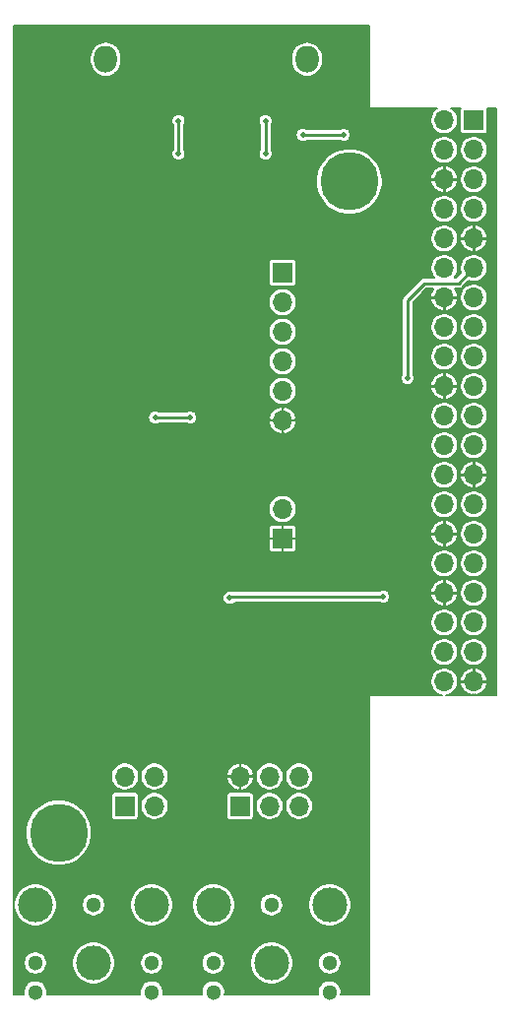
<source format=gbl>
G04 #@! TF.GenerationSoftware,KiCad,Pcbnew,(5.1.7)-1*
G04 #@! TF.CreationDate,2020-10-05T08:42:29-04:00*
G04 #@! TF.ProjectId,raspberry-pi-ir-hat,72617370-6265-4727-9279-2d70692d6972,rev?*
G04 #@! TF.SameCoordinates,Original*
G04 #@! TF.FileFunction,Copper,L2,Bot*
G04 #@! TF.FilePolarity,Positive*
%FSLAX46Y46*%
G04 Gerber Fmt 4.6, Leading zero omitted, Abs format (unit mm)*
G04 Created by KiCad (PCBNEW (5.1.7)-1) date 2020-10-05 08:42:29*
%MOMM*%
%LPD*%
G01*
G04 APERTURE LIST*
G04 #@! TA.AperFunction,ComponentPad*
%ADD10C,5.000000*%
G04 #@! TD*
G04 #@! TA.AperFunction,ComponentPad*
%ADD11O,1.700000X1.700000*%
G04 #@! TD*
G04 #@! TA.AperFunction,ComponentPad*
%ADD12R,1.700000X1.700000*%
G04 #@! TD*
G04 #@! TA.AperFunction,ComponentPad*
%ADD13O,2.000000X2.300000*%
G04 #@! TD*
G04 #@! TA.AperFunction,ComponentPad*
%ADD14C,1.300000*%
G04 #@! TD*
G04 #@! TA.AperFunction,ComponentPad*
%ADD15C,3.000000*%
G04 #@! TD*
G04 #@! TA.AperFunction,ViaPad*
%ADD16C,0.508000*%
G04 #@! TD*
G04 #@! TA.AperFunction,Conductor*
%ADD17C,0.254000*%
G04 #@! TD*
G04 #@! TA.AperFunction,Conductor*
%ADD18C,0.203200*%
G04 #@! TD*
G04 #@! TA.AperFunction,Conductor*
%ADD19C,0.100000*%
G04 #@! TD*
G04 APERTURE END LIST*
D10*
G04 #@! TO.P,REF\u002A\u002A,1*
G04 #@! TO.N,N/C*
X135500000Y-90000000D03*
G04 #@! TD*
G04 #@! TO.P,REF\u002A\u002A,1*
G04 #@! TO.N,N/C*
X110500000Y-146000000D03*
G04 #@! TD*
D11*
G04 #@! TO.P,J7,40*
G04 #@! TO.N,/RW*
X143660000Y-133000000D03*
G04 #@! TO.P,J7,39*
G04 #@! TO.N,GND*
X146200000Y-133000000D03*
G04 #@! TO.P,J7,38*
G04 #@! TO.N,Net-(J7-Pad38)*
X143660000Y-130460000D03*
G04 #@! TO.P,J7,37*
G04 #@! TO.N,Net-(J7-Pad37)*
X146200000Y-130460000D03*
G04 #@! TO.P,J7,36*
G04 #@! TO.N,Net-(J7-Pad36)*
X143660000Y-127920000D03*
G04 #@! TO.P,J7,35*
G04 #@! TO.N,Net-(J7-Pad35)*
X146200000Y-127920000D03*
G04 #@! TO.P,J7,34*
G04 #@! TO.N,GND*
X143660000Y-125380000D03*
G04 #@! TO.P,J7,33*
G04 #@! TO.N,Net-(J7-Pad33)*
X146200000Y-125380000D03*
G04 #@! TO.P,J7,32*
G04 #@! TO.N,Net-(J7-Pad32)*
X143660000Y-122840000D03*
G04 #@! TO.P,J7,31*
G04 #@! TO.N,Net-(J7-Pad31)*
X146200000Y-122840000D03*
G04 #@! TO.P,J7,30*
G04 #@! TO.N,GND*
X143660000Y-120300000D03*
G04 #@! TO.P,J7,29*
G04 #@! TO.N,Net-(J7-Pad29)*
X146200000Y-120300000D03*
G04 #@! TO.P,J7,28*
G04 #@! TO.N,Net-(J7-Pad28)*
X143660000Y-117760000D03*
G04 #@! TO.P,J7,27*
G04 #@! TO.N,Net-(J7-Pad27)*
X146200000Y-117760000D03*
G04 #@! TO.P,J7,26*
G04 #@! TO.N,Net-(J7-Pad26)*
X143660000Y-115220000D03*
G04 #@! TO.P,J7,25*
G04 #@! TO.N,GND*
X146200000Y-115220000D03*
G04 #@! TO.P,J7,24*
G04 #@! TO.N,Net-(J7-Pad24)*
X143660000Y-112680000D03*
G04 #@! TO.P,J7,23*
G04 #@! TO.N,Net-(J7-Pad23)*
X146200000Y-112680000D03*
G04 #@! TO.P,J7,22*
G04 #@! TO.N,Net-(J7-Pad22)*
X143660000Y-110140000D03*
G04 #@! TO.P,J7,21*
G04 #@! TO.N,Net-(J7-Pad21)*
X146200000Y-110140000D03*
G04 #@! TO.P,J7,20*
G04 #@! TO.N,GND*
X143660000Y-107600000D03*
G04 #@! TO.P,J7,19*
G04 #@! TO.N,Net-(J7-Pad19)*
X146200000Y-107600000D03*
G04 #@! TO.P,J7,18*
G04 #@! TO.N,Net-(J7-Pad18)*
X143660000Y-105060000D03*
G04 #@! TO.P,J7,17*
G04 #@! TO.N,Net-(J7-Pad17)*
X146200000Y-105060000D03*
G04 #@! TO.P,J7,16*
G04 #@! TO.N,/IO3*
X143660000Y-102520000D03*
G04 #@! TO.P,J7,15*
G04 #@! TO.N,/MISC*
X146200000Y-102520000D03*
G04 #@! TO.P,J7,14*
G04 #@! TO.N,GND*
X143660000Y-99980000D03*
G04 #@! TO.P,J7,13*
G04 #@! TO.N,/RX*
X146200000Y-99980000D03*
G04 #@! TO.P,J7,12*
G04 #@! TO.N,Net-(J7-Pad12)*
X143660000Y-97440000D03*
G04 #@! TO.P,J7,11*
G04 #@! TO.N,/TX*
X146200000Y-97440000D03*
G04 #@! TO.P,J7,10*
G04 #@! TO.N,/IO2*
X143660000Y-94900000D03*
G04 #@! TO.P,J7,9*
G04 #@! TO.N,GND*
X146200000Y-94900000D03*
G04 #@! TO.P,J7,8*
G04 #@! TO.N,/IO1*
X143660000Y-92360000D03*
G04 #@! TO.P,J7,7*
G04 #@! TO.N,Net-(J7-Pad7)*
X146200000Y-92360000D03*
G04 #@! TO.P,J7,6*
G04 #@! TO.N,GND*
X143660000Y-89820000D03*
G04 #@! TO.P,J7,5*
G04 #@! TO.N,Net-(J7-Pad5)*
X146200000Y-89820000D03*
G04 #@! TO.P,J7,4*
G04 #@! TO.N,Net-(J7-Pad4)*
X143660000Y-87280000D03*
G04 #@! TO.P,J7,3*
G04 #@! TO.N,Net-(J7-Pad3)*
X146200000Y-87280000D03*
G04 #@! TO.P,J7,2*
G04 #@! TO.N,/5V*
X143660000Y-84740000D03*
D12*
G04 #@! TO.P,J7,1*
G04 #@! TO.N,VCC*
X146200000Y-84740000D03*
G04 #@! TD*
D11*
G04 #@! TO.P,J6,2*
G04 #@! TO.N,/RW*
X129760000Y-118160000D03*
D12*
G04 #@! TO.P,J6,1*
G04 #@! TO.N,GND*
X129760000Y-120700000D03*
G04 #@! TD*
D13*
G04 #@! TO.P,REF\u002A\u002A,*
G04 #@! TO.N,*
X131850000Y-79500000D03*
X114550000Y-79500000D03*
G04 #@! TD*
D14*
G04 #@! TO.P,J3,*
G04 #@! TO.N,*
X128800000Y-152200000D03*
X133800000Y-159700000D03*
X123800000Y-159700000D03*
X133800000Y-157200000D03*
X123800000Y-157200000D03*
D15*
G04 #@! TO.P,J3,1*
G04 #@! TO.N,Net-(J3-Pad1)*
X128800000Y-157200000D03*
G04 #@! TO.P,J3,2*
G04 #@! TO.N,Net-(J3-Pad2)*
X133800000Y-152200000D03*
G04 #@! TO.P,J3,3*
G04 #@! TO.N,Net-(J3-Pad3)*
X123800000Y-152200000D03*
G04 #@! TD*
D14*
G04 #@! TO.P,J2,*
G04 #@! TO.N,*
X113500000Y-152200000D03*
X118500000Y-159700000D03*
X108500000Y-159700000D03*
X118500000Y-157200000D03*
X108500000Y-157200000D03*
D15*
G04 #@! TO.P,J2,1*
G04 #@! TO.N,Net-(J2-Pad1)*
X113500000Y-157200000D03*
G04 #@! TO.P,J2,2*
G04 #@! TO.N,Net-(J2-Pad2)*
X118500000Y-152200000D03*
G04 #@! TO.P,J2,3*
G04 #@! TO.N,Net-(J2-Pad3)*
X108500000Y-152200000D03*
G04 #@! TD*
D11*
G04 #@! TO.P,J1,6*
G04 #@! TO.N,GND*
X129760000Y-110540000D03*
G04 #@! TO.P,J1,5*
G04 #@! TO.N,VCC*
X129760000Y-108000000D03*
G04 #@! TO.P,J1,4*
G04 #@! TO.N,/5V*
X129760000Y-105460000D03*
G04 #@! TO.P,J1,3*
G04 #@! TO.N,/IO3*
X129760000Y-102920000D03*
G04 #@! TO.P,J1,2*
G04 #@! TO.N,/IO2*
X129760000Y-100380000D03*
D12*
G04 #@! TO.P,J1,1*
G04 #@! TO.N,/IO1*
X129760000Y-97840000D03*
G04 #@! TD*
D11*
G04 #@! TO.P,J4,6*
G04 #@! TO.N,/RX*
X131180000Y-141160000D03*
G04 #@! TO.P,J4,5*
G04 #@! TO.N,Net-(J3-Pad2)*
X131180000Y-143700000D03*
G04 #@! TO.P,J4,4*
G04 #@! TO.N,VCC*
X128640000Y-141160000D03*
G04 #@! TO.P,J4,3*
G04 #@! TO.N,Net-(J3-Pad1)*
X128640000Y-143700000D03*
G04 #@! TO.P,J4,2*
G04 #@! TO.N,GND*
X126100000Y-141160000D03*
D12*
G04 #@! TO.P,J4,1*
G04 #@! TO.N,Net-(J3-Pad3)*
X126100000Y-143700000D03*
G04 #@! TD*
D11*
G04 #@! TO.P,J5,4*
G04 #@! TO.N,Net-(J5-Pad4)*
X118740000Y-141160000D03*
G04 #@! TO.P,J5,3*
G04 #@! TO.N,Net-(J2-Pad2)*
X118740000Y-143700000D03*
G04 #@! TO.P,J5,2*
G04 #@! TO.N,Net-(D1-Pad1)*
X116200000Y-141160000D03*
D12*
G04 #@! TO.P,J5,1*
G04 #@! TO.N,Net-(J2-Pad1)*
X116200000Y-143700000D03*
G04 #@! TD*
D16*
G04 #@! TO.N,GND*
X127400000Y-133800000D03*
X124300000Y-108700000D03*
X136200000Y-129100000D03*
X138500000Y-109600000D03*
X112100000Y-126400000D03*
X120300000Y-93100000D03*
X111100000Y-80500000D03*
X114900000Y-91000000D03*
X109400000Y-137500000D03*
X139300000Y-86900000D03*
X130000000Y-92900000D03*
X135500000Y-79700000D03*
X135500000Y-83400000D03*
X121200000Y-149400000D03*
X121600000Y-133200000D03*
G04 #@! TO.N,VCC*
X121800000Y-110300000D03*
X118800000Y-110300000D03*
X131500000Y-86000000D03*
X135000000Y-86000000D03*
G04 #@! TO.N,Net-(D2-Pad2)*
X128300000Y-84800000D03*
X128300000Y-87600000D03*
G04 #@! TO.N,/TX*
X140500000Y-106900000D03*
X138400000Y-125700000D03*
X125200000Y-125800000D03*
G04 #@! TO.N,Net-(D1-Pad1)*
X120800000Y-84800000D03*
X120800000Y-87600000D03*
G04 #@! TD*
D17*
G04 #@! TO.N,VCC*
X121800000Y-110300000D02*
X118800000Y-110300000D01*
X135000000Y-86000000D02*
X131500000Y-86000000D01*
G04 #@! TO.N,Net-(D2-Pad2)*
X128300000Y-84800000D02*
X128300000Y-87600000D01*
G04 #@! TO.N,/TX*
X144891001Y-98748999D02*
X141951001Y-98748999D01*
X146200000Y-97440000D02*
X144891001Y-98748999D01*
X140500000Y-100200000D02*
X140500000Y-106900000D01*
X141951001Y-98748999D02*
X140500000Y-100200000D01*
X125300000Y-125700000D02*
X125200000Y-125800000D01*
X138400000Y-125700000D02*
X125300000Y-125700000D01*
G04 #@! TO.N,Net-(D1-Pad1)*
X120800000Y-84800000D02*
X120800000Y-87600000D01*
G04 #@! TD*
D18*
G04 #@! TO.N,GND*
X137198400Y-83600000D02*
X137200352Y-83619821D01*
X137206134Y-83638881D01*
X137215523Y-83656446D01*
X137228158Y-83671842D01*
X137243554Y-83684477D01*
X137261119Y-83693866D01*
X137280179Y-83699648D01*
X137300000Y-83701600D01*
X143044053Y-83701600D01*
X142891475Y-83803550D01*
X142723550Y-83971475D01*
X142591611Y-84168934D01*
X142500731Y-84388340D01*
X142454400Y-84621259D01*
X142454400Y-84858741D01*
X142500731Y-85091660D01*
X142591611Y-85311066D01*
X142723550Y-85508525D01*
X142891475Y-85676450D01*
X143088934Y-85808389D01*
X143308340Y-85899269D01*
X143541259Y-85945600D01*
X143778741Y-85945600D01*
X144011660Y-85899269D01*
X144231066Y-85808389D01*
X144428525Y-85676450D01*
X144596450Y-85508525D01*
X144728389Y-85311066D01*
X144819269Y-85091660D01*
X144865600Y-84858741D01*
X144865600Y-84621259D01*
X144819269Y-84388340D01*
X144728389Y-84168934D01*
X144596450Y-83971475D01*
X144428525Y-83803550D01*
X144275947Y-83701600D01*
X145047492Y-83701600D01*
X145019879Y-83753260D01*
X144999546Y-83820290D01*
X144992680Y-83890000D01*
X144992680Y-85590000D01*
X144999546Y-85659710D01*
X145019879Y-85726740D01*
X145052899Y-85788516D01*
X145097337Y-85842663D01*
X145151484Y-85887101D01*
X145213260Y-85920121D01*
X145280290Y-85940454D01*
X145350000Y-85947320D01*
X147050000Y-85947320D01*
X147119710Y-85940454D01*
X147186740Y-85920121D01*
X147248516Y-85887101D01*
X147302663Y-85842663D01*
X147347101Y-85788516D01*
X147380121Y-85726740D01*
X147400454Y-85659710D01*
X147407320Y-85590000D01*
X147407320Y-83890000D01*
X147400454Y-83820290D01*
X147380121Y-83753260D01*
X147352508Y-83701600D01*
X148098400Y-83701600D01*
X148098400Y-134198400D01*
X146225402Y-134198400D01*
X146225402Y-134116435D01*
X146413643Y-134186521D01*
X146641017Y-134122043D01*
X146851443Y-134014445D01*
X147036834Y-133867862D01*
X147190066Y-133687928D01*
X147305250Y-133481557D01*
X147377960Y-133256680D01*
X147386519Y-133213643D01*
X147316411Y-133025400D01*
X146225400Y-133025400D01*
X146225400Y-133045400D01*
X146174600Y-133045400D01*
X146174600Y-133025400D01*
X145083589Y-133025400D01*
X145013481Y-133213643D01*
X145022040Y-133256680D01*
X145094750Y-133481557D01*
X145209934Y-133687928D01*
X145363166Y-133867862D01*
X145548557Y-134014445D01*
X145758983Y-134122043D01*
X145986357Y-134186521D01*
X146174598Y-134116435D01*
X146174598Y-134198400D01*
X143814937Y-134198400D01*
X144011660Y-134159269D01*
X144231066Y-134068389D01*
X144428525Y-133936450D01*
X144596450Y-133768525D01*
X144728389Y-133571066D01*
X144819269Y-133351660D01*
X144865600Y-133118741D01*
X144865600Y-132881259D01*
X144846723Y-132786357D01*
X145013481Y-132786357D01*
X145083589Y-132974600D01*
X146174600Y-132974600D01*
X146174600Y-131883566D01*
X146225400Y-131883566D01*
X146225400Y-132974600D01*
X147316411Y-132974600D01*
X147386519Y-132786357D01*
X147377960Y-132743320D01*
X147305250Y-132518443D01*
X147190066Y-132312072D01*
X147036834Y-132132138D01*
X146851443Y-131985555D01*
X146641017Y-131877957D01*
X146413643Y-131813479D01*
X146225400Y-131883566D01*
X146174600Y-131883566D01*
X145986357Y-131813479D01*
X145758983Y-131877957D01*
X145548557Y-131985555D01*
X145363166Y-132132138D01*
X145209934Y-132312072D01*
X145094750Y-132518443D01*
X145022040Y-132743320D01*
X145013481Y-132786357D01*
X144846723Y-132786357D01*
X144819269Y-132648340D01*
X144728389Y-132428934D01*
X144596450Y-132231475D01*
X144428525Y-132063550D01*
X144231066Y-131931611D01*
X144011660Y-131840731D01*
X143778741Y-131794400D01*
X143541259Y-131794400D01*
X143308340Y-131840731D01*
X143088934Y-131931611D01*
X142891475Y-132063550D01*
X142723550Y-132231475D01*
X142591611Y-132428934D01*
X142500731Y-132648340D01*
X142454400Y-132881259D01*
X142454400Y-133118741D01*
X142500731Y-133351660D01*
X142591611Y-133571066D01*
X142723550Y-133768525D01*
X142891475Y-133936450D01*
X143088934Y-134068389D01*
X143308340Y-134159269D01*
X143505063Y-134198400D01*
X137300000Y-134198400D01*
X137280179Y-134200352D01*
X137261119Y-134206134D01*
X137243554Y-134215523D01*
X137228158Y-134228158D01*
X137215523Y-134243554D01*
X137206134Y-134261119D01*
X137200352Y-134280179D01*
X137198400Y-134300000D01*
X137198400Y-159898400D01*
X134785837Y-159898400D01*
X134805600Y-159799043D01*
X134805600Y-159600957D01*
X134766956Y-159406677D01*
X134691151Y-159223670D01*
X134581101Y-159058967D01*
X134441033Y-158918899D01*
X134276330Y-158808849D01*
X134093323Y-158733044D01*
X133899043Y-158694400D01*
X133700957Y-158694400D01*
X133506677Y-158733044D01*
X133323670Y-158808849D01*
X133158967Y-158918899D01*
X133018899Y-159058967D01*
X132908849Y-159223670D01*
X132833044Y-159406677D01*
X132794400Y-159600957D01*
X132794400Y-159799043D01*
X132814163Y-159898400D01*
X124785837Y-159898400D01*
X124805600Y-159799043D01*
X124805600Y-159600957D01*
X124766956Y-159406677D01*
X124691151Y-159223670D01*
X124581101Y-159058967D01*
X124441033Y-158918899D01*
X124276330Y-158808849D01*
X124093323Y-158733044D01*
X123899043Y-158694400D01*
X123700957Y-158694400D01*
X123506677Y-158733044D01*
X123323670Y-158808849D01*
X123158967Y-158918899D01*
X123018899Y-159058967D01*
X122908849Y-159223670D01*
X122833044Y-159406677D01*
X122794400Y-159600957D01*
X122794400Y-159799043D01*
X122814163Y-159898400D01*
X119485837Y-159898400D01*
X119505600Y-159799043D01*
X119505600Y-159600957D01*
X119466956Y-159406677D01*
X119391151Y-159223670D01*
X119281101Y-159058967D01*
X119141033Y-158918899D01*
X118976330Y-158808849D01*
X118793323Y-158733044D01*
X118599043Y-158694400D01*
X118400957Y-158694400D01*
X118206677Y-158733044D01*
X118023670Y-158808849D01*
X117858967Y-158918899D01*
X117718899Y-159058967D01*
X117608849Y-159223670D01*
X117533044Y-159406677D01*
X117494400Y-159600957D01*
X117494400Y-159799043D01*
X117514163Y-159898400D01*
X109485837Y-159898400D01*
X109505600Y-159799043D01*
X109505600Y-159600957D01*
X109466956Y-159406677D01*
X109391151Y-159223670D01*
X109281101Y-159058967D01*
X109141033Y-158918899D01*
X108976330Y-158808849D01*
X108793323Y-158733044D01*
X108599043Y-158694400D01*
X108400957Y-158694400D01*
X108206677Y-158733044D01*
X108023670Y-158808849D01*
X107858967Y-158918899D01*
X107718899Y-159058967D01*
X107608849Y-159223670D01*
X107533044Y-159406677D01*
X107494400Y-159600957D01*
X107494400Y-159799043D01*
X107514163Y-159898400D01*
X106601600Y-159898400D01*
X106601600Y-157100957D01*
X107494400Y-157100957D01*
X107494400Y-157299043D01*
X107533044Y-157493323D01*
X107608849Y-157676330D01*
X107718899Y-157841033D01*
X107858967Y-157981101D01*
X108023670Y-158091151D01*
X108206677Y-158166956D01*
X108400957Y-158205600D01*
X108599043Y-158205600D01*
X108793323Y-158166956D01*
X108976330Y-158091151D01*
X109141033Y-157981101D01*
X109281101Y-157841033D01*
X109391151Y-157676330D01*
X109466956Y-157493323D01*
X109505600Y-157299043D01*
X109505600Y-157100957D01*
X109488948Y-157017239D01*
X111644400Y-157017239D01*
X111644400Y-157382761D01*
X111715710Y-157741258D01*
X111855589Y-158078956D01*
X112058662Y-158382876D01*
X112317124Y-158641338D01*
X112621044Y-158844411D01*
X112958742Y-158984290D01*
X113317239Y-159055600D01*
X113682761Y-159055600D01*
X114041258Y-158984290D01*
X114378956Y-158844411D01*
X114682876Y-158641338D01*
X114941338Y-158382876D01*
X115144411Y-158078956D01*
X115284290Y-157741258D01*
X115355600Y-157382761D01*
X115355600Y-157100957D01*
X117494400Y-157100957D01*
X117494400Y-157299043D01*
X117533044Y-157493323D01*
X117608849Y-157676330D01*
X117718899Y-157841033D01*
X117858967Y-157981101D01*
X118023670Y-158091151D01*
X118206677Y-158166956D01*
X118400957Y-158205600D01*
X118599043Y-158205600D01*
X118793323Y-158166956D01*
X118976330Y-158091151D01*
X119141033Y-157981101D01*
X119281101Y-157841033D01*
X119391151Y-157676330D01*
X119466956Y-157493323D01*
X119505600Y-157299043D01*
X119505600Y-157100957D01*
X122794400Y-157100957D01*
X122794400Y-157299043D01*
X122833044Y-157493323D01*
X122908849Y-157676330D01*
X123018899Y-157841033D01*
X123158967Y-157981101D01*
X123323670Y-158091151D01*
X123506677Y-158166956D01*
X123700957Y-158205600D01*
X123899043Y-158205600D01*
X124093323Y-158166956D01*
X124276330Y-158091151D01*
X124441033Y-157981101D01*
X124581101Y-157841033D01*
X124691151Y-157676330D01*
X124766956Y-157493323D01*
X124805600Y-157299043D01*
X124805600Y-157100957D01*
X124788948Y-157017239D01*
X126944400Y-157017239D01*
X126944400Y-157382761D01*
X127015710Y-157741258D01*
X127155589Y-158078956D01*
X127358662Y-158382876D01*
X127617124Y-158641338D01*
X127921044Y-158844411D01*
X128258742Y-158984290D01*
X128617239Y-159055600D01*
X128982761Y-159055600D01*
X129341258Y-158984290D01*
X129678956Y-158844411D01*
X129982876Y-158641338D01*
X130241338Y-158382876D01*
X130444411Y-158078956D01*
X130584290Y-157741258D01*
X130655600Y-157382761D01*
X130655600Y-157100957D01*
X132794400Y-157100957D01*
X132794400Y-157299043D01*
X132833044Y-157493323D01*
X132908849Y-157676330D01*
X133018899Y-157841033D01*
X133158967Y-157981101D01*
X133323670Y-158091151D01*
X133506677Y-158166956D01*
X133700957Y-158205600D01*
X133899043Y-158205600D01*
X134093323Y-158166956D01*
X134276330Y-158091151D01*
X134441033Y-157981101D01*
X134581101Y-157841033D01*
X134691151Y-157676330D01*
X134766956Y-157493323D01*
X134805600Y-157299043D01*
X134805600Y-157100957D01*
X134766956Y-156906677D01*
X134691151Y-156723670D01*
X134581101Y-156558967D01*
X134441033Y-156418899D01*
X134276330Y-156308849D01*
X134093323Y-156233044D01*
X133899043Y-156194400D01*
X133700957Y-156194400D01*
X133506677Y-156233044D01*
X133323670Y-156308849D01*
X133158967Y-156418899D01*
X133018899Y-156558967D01*
X132908849Y-156723670D01*
X132833044Y-156906677D01*
X132794400Y-157100957D01*
X130655600Y-157100957D01*
X130655600Y-157017239D01*
X130584290Y-156658742D01*
X130444411Y-156321044D01*
X130241338Y-156017124D01*
X129982876Y-155758662D01*
X129678956Y-155555589D01*
X129341258Y-155415710D01*
X128982761Y-155344400D01*
X128617239Y-155344400D01*
X128258742Y-155415710D01*
X127921044Y-155555589D01*
X127617124Y-155758662D01*
X127358662Y-156017124D01*
X127155589Y-156321044D01*
X127015710Y-156658742D01*
X126944400Y-157017239D01*
X124788948Y-157017239D01*
X124766956Y-156906677D01*
X124691151Y-156723670D01*
X124581101Y-156558967D01*
X124441033Y-156418899D01*
X124276330Y-156308849D01*
X124093323Y-156233044D01*
X123899043Y-156194400D01*
X123700957Y-156194400D01*
X123506677Y-156233044D01*
X123323670Y-156308849D01*
X123158967Y-156418899D01*
X123018899Y-156558967D01*
X122908849Y-156723670D01*
X122833044Y-156906677D01*
X122794400Y-157100957D01*
X119505600Y-157100957D01*
X119466956Y-156906677D01*
X119391151Y-156723670D01*
X119281101Y-156558967D01*
X119141033Y-156418899D01*
X118976330Y-156308849D01*
X118793323Y-156233044D01*
X118599043Y-156194400D01*
X118400957Y-156194400D01*
X118206677Y-156233044D01*
X118023670Y-156308849D01*
X117858967Y-156418899D01*
X117718899Y-156558967D01*
X117608849Y-156723670D01*
X117533044Y-156906677D01*
X117494400Y-157100957D01*
X115355600Y-157100957D01*
X115355600Y-157017239D01*
X115284290Y-156658742D01*
X115144411Y-156321044D01*
X114941338Y-156017124D01*
X114682876Y-155758662D01*
X114378956Y-155555589D01*
X114041258Y-155415710D01*
X113682761Y-155344400D01*
X113317239Y-155344400D01*
X112958742Y-155415710D01*
X112621044Y-155555589D01*
X112317124Y-155758662D01*
X112058662Y-156017124D01*
X111855589Y-156321044D01*
X111715710Y-156658742D01*
X111644400Y-157017239D01*
X109488948Y-157017239D01*
X109466956Y-156906677D01*
X109391151Y-156723670D01*
X109281101Y-156558967D01*
X109141033Y-156418899D01*
X108976330Y-156308849D01*
X108793323Y-156233044D01*
X108599043Y-156194400D01*
X108400957Y-156194400D01*
X108206677Y-156233044D01*
X108023670Y-156308849D01*
X107858967Y-156418899D01*
X107718899Y-156558967D01*
X107608849Y-156723670D01*
X107533044Y-156906677D01*
X107494400Y-157100957D01*
X106601600Y-157100957D01*
X106601600Y-152017239D01*
X106644400Y-152017239D01*
X106644400Y-152382761D01*
X106715710Y-152741258D01*
X106855589Y-153078956D01*
X107058662Y-153382876D01*
X107317124Y-153641338D01*
X107621044Y-153844411D01*
X107958742Y-153984290D01*
X108317239Y-154055600D01*
X108682761Y-154055600D01*
X109041258Y-153984290D01*
X109378956Y-153844411D01*
X109682876Y-153641338D01*
X109941338Y-153382876D01*
X110144411Y-153078956D01*
X110284290Y-152741258D01*
X110355600Y-152382761D01*
X110355600Y-152100957D01*
X112494400Y-152100957D01*
X112494400Y-152299043D01*
X112533044Y-152493323D01*
X112608849Y-152676330D01*
X112718899Y-152841033D01*
X112858967Y-152981101D01*
X113023670Y-153091151D01*
X113206677Y-153166956D01*
X113400957Y-153205600D01*
X113599043Y-153205600D01*
X113793323Y-153166956D01*
X113976330Y-153091151D01*
X114141033Y-152981101D01*
X114281101Y-152841033D01*
X114391151Y-152676330D01*
X114466956Y-152493323D01*
X114505600Y-152299043D01*
X114505600Y-152100957D01*
X114488948Y-152017239D01*
X116644400Y-152017239D01*
X116644400Y-152382761D01*
X116715710Y-152741258D01*
X116855589Y-153078956D01*
X117058662Y-153382876D01*
X117317124Y-153641338D01*
X117621044Y-153844411D01*
X117958742Y-153984290D01*
X118317239Y-154055600D01*
X118682761Y-154055600D01*
X119041258Y-153984290D01*
X119378956Y-153844411D01*
X119682876Y-153641338D01*
X119941338Y-153382876D01*
X120144411Y-153078956D01*
X120284290Y-152741258D01*
X120355600Y-152382761D01*
X120355600Y-152017239D01*
X121944400Y-152017239D01*
X121944400Y-152382761D01*
X122015710Y-152741258D01*
X122155589Y-153078956D01*
X122358662Y-153382876D01*
X122617124Y-153641338D01*
X122921044Y-153844411D01*
X123258742Y-153984290D01*
X123617239Y-154055600D01*
X123982761Y-154055600D01*
X124341258Y-153984290D01*
X124678956Y-153844411D01*
X124982876Y-153641338D01*
X125241338Y-153382876D01*
X125444411Y-153078956D01*
X125584290Y-152741258D01*
X125655600Y-152382761D01*
X125655600Y-152100957D01*
X127794400Y-152100957D01*
X127794400Y-152299043D01*
X127833044Y-152493323D01*
X127908849Y-152676330D01*
X128018899Y-152841033D01*
X128158967Y-152981101D01*
X128323670Y-153091151D01*
X128506677Y-153166956D01*
X128700957Y-153205600D01*
X128899043Y-153205600D01*
X129093323Y-153166956D01*
X129276330Y-153091151D01*
X129441033Y-152981101D01*
X129581101Y-152841033D01*
X129691151Y-152676330D01*
X129766956Y-152493323D01*
X129805600Y-152299043D01*
X129805600Y-152100957D01*
X129788948Y-152017239D01*
X131944400Y-152017239D01*
X131944400Y-152382761D01*
X132015710Y-152741258D01*
X132155589Y-153078956D01*
X132358662Y-153382876D01*
X132617124Y-153641338D01*
X132921044Y-153844411D01*
X133258742Y-153984290D01*
X133617239Y-154055600D01*
X133982761Y-154055600D01*
X134341258Y-153984290D01*
X134678956Y-153844411D01*
X134982876Y-153641338D01*
X135241338Y-153382876D01*
X135444411Y-153078956D01*
X135584290Y-152741258D01*
X135655600Y-152382761D01*
X135655600Y-152017239D01*
X135584290Y-151658742D01*
X135444411Y-151321044D01*
X135241338Y-151017124D01*
X134982876Y-150758662D01*
X134678956Y-150555589D01*
X134341258Y-150415710D01*
X133982761Y-150344400D01*
X133617239Y-150344400D01*
X133258742Y-150415710D01*
X132921044Y-150555589D01*
X132617124Y-150758662D01*
X132358662Y-151017124D01*
X132155589Y-151321044D01*
X132015710Y-151658742D01*
X131944400Y-152017239D01*
X129788948Y-152017239D01*
X129766956Y-151906677D01*
X129691151Y-151723670D01*
X129581101Y-151558967D01*
X129441033Y-151418899D01*
X129276330Y-151308849D01*
X129093323Y-151233044D01*
X128899043Y-151194400D01*
X128700957Y-151194400D01*
X128506677Y-151233044D01*
X128323670Y-151308849D01*
X128158967Y-151418899D01*
X128018899Y-151558967D01*
X127908849Y-151723670D01*
X127833044Y-151906677D01*
X127794400Y-152100957D01*
X125655600Y-152100957D01*
X125655600Y-152017239D01*
X125584290Y-151658742D01*
X125444411Y-151321044D01*
X125241338Y-151017124D01*
X124982876Y-150758662D01*
X124678956Y-150555589D01*
X124341258Y-150415710D01*
X123982761Y-150344400D01*
X123617239Y-150344400D01*
X123258742Y-150415710D01*
X122921044Y-150555589D01*
X122617124Y-150758662D01*
X122358662Y-151017124D01*
X122155589Y-151321044D01*
X122015710Y-151658742D01*
X121944400Y-152017239D01*
X120355600Y-152017239D01*
X120284290Y-151658742D01*
X120144411Y-151321044D01*
X119941338Y-151017124D01*
X119682876Y-150758662D01*
X119378956Y-150555589D01*
X119041258Y-150415710D01*
X118682761Y-150344400D01*
X118317239Y-150344400D01*
X117958742Y-150415710D01*
X117621044Y-150555589D01*
X117317124Y-150758662D01*
X117058662Y-151017124D01*
X116855589Y-151321044D01*
X116715710Y-151658742D01*
X116644400Y-152017239D01*
X114488948Y-152017239D01*
X114466956Y-151906677D01*
X114391151Y-151723670D01*
X114281101Y-151558967D01*
X114141033Y-151418899D01*
X113976330Y-151308849D01*
X113793323Y-151233044D01*
X113599043Y-151194400D01*
X113400957Y-151194400D01*
X113206677Y-151233044D01*
X113023670Y-151308849D01*
X112858967Y-151418899D01*
X112718899Y-151558967D01*
X112608849Y-151723670D01*
X112533044Y-151906677D01*
X112494400Y-152100957D01*
X110355600Y-152100957D01*
X110355600Y-152017239D01*
X110284290Y-151658742D01*
X110144411Y-151321044D01*
X109941338Y-151017124D01*
X109682876Y-150758662D01*
X109378956Y-150555589D01*
X109041258Y-150415710D01*
X108682761Y-150344400D01*
X108317239Y-150344400D01*
X107958742Y-150415710D01*
X107621044Y-150555589D01*
X107317124Y-150758662D01*
X107058662Y-151017124D01*
X106855589Y-151321044D01*
X106715710Y-151658742D01*
X106644400Y-152017239D01*
X106601600Y-152017239D01*
X106601600Y-145718748D01*
X107644400Y-145718748D01*
X107644400Y-146281252D01*
X107754139Y-146832948D01*
X107969400Y-147352634D01*
X108281911Y-147820339D01*
X108679661Y-148218089D01*
X109147366Y-148530600D01*
X109667052Y-148745861D01*
X110218748Y-148855600D01*
X110781252Y-148855600D01*
X111332948Y-148745861D01*
X111852634Y-148530600D01*
X112320339Y-148218089D01*
X112718089Y-147820339D01*
X113030600Y-147352634D01*
X113245861Y-146832948D01*
X113355600Y-146281252D01*
X113355600Y-145718748D01*
X113245861Y-145167052D01*
X113030600Y-144647366D01*
X112718089Y-144179661D01*
X112320339Y-143781911D01*
X111852634Y-143469400D01*
X111332948Y-143254139D01*
X110781252Y-143144400D01*
X110218748Y-143144400D01*
X109667052Y-143254139D01*
X109147366Y-143469400D01*
X108679661Y-143781911D01*
X108281911Y-144179661D01*
X107969400Y-144647366D01*
X107754139Y-145167052D01*
X107644400Y-145718748D01*
X106601600Y-145718748D01*
X106601600Y-142850000D01*
X114992680Y-142850000D01*
X114992680Y-144550000D01*
X114999546Y-144619710D01*
X115019879Y-144686740D01*
X115052899Y-144748516D01*
X115097337Y-144802663D01*
X115151484Y-144847101D01*
X115213260Y-144880121D01*
X115280290Y-144900454D01*
X115350000Y-144907320D01*
X117050000Y-144907320D01*
X117119710Y-144900454D01*
X117186740Y-144880121D01*
X117248516Y-144847101D01*
X117302663Y-144802663D01*
X117347101Y-144748516D01*
X117380121Y-144686740D01*
X117400454Y-144619710D01*
X117407320Y-144550000D01*
X117407320Y-143581259D01*
X117534400Y-143581259D01*
X117534400Y-143818741D01*
X117580731Y-144051660D01*
X117671611Y-144271066D01*
X117803550Y-144468525D01*
X117971475Y-144636450D01*
X118168934Y-144768389D01*
X118388340Y-144859269D01*
X118621259Y-144905600D01*
X118858741Y-144905600D01*
X119091660Y-144859269D01*
X119311066Y-144768389D01*
X119508525Y-144636450D01*
X119676450Y-144468525D01*
X119808389Y-144271066D01*
X119899269Y-144051660D01*
X119945600Y-143818741D01*
X119945600Y-143581259D01*
X119899269Y-143348340D01*
X119808389Y-143128934D01*
X119676450Y-142931475D01*
X119594975Y-142850000D01*
X124892680Y-142850000D01*
X124892680Y-144550000D01*
X124899546Y-144619710D01*
X124919879Y-144686740D01*
X124952899Y-144748516D01*
X124997337Y-144802663D01*
X125051484Y-144847101D01*
X125113260Y-144880121D01*
X125180290Y-144900454D01*
X125250000Y-144907320D01*
X126950000Y-144907320D01*
X127019710Y-144900454D01*
X127086740Y-144880121D01*
X127148516Y-144847101D01*
X127202663Y-144802663D01*
X127247101Y-144748516D01*
X127280121Y-144686740D01*
X127300454Y-144619710D01*
X127307320Y-144550000D01*
X127307320Y-143581259D01*
X127434400Y-143581259D01*
X127434400Y-143818741D01*
X127480731Y-144051660D01*
X127571611Y-144271066D01*
X127703550Y-144468525D01*
X127871475Y-144636450D01*
X128068934Y-144768389D01*
X128288340Y-144859269D01*
X128521259Y-144905600D01*
X128758741Y-144905600D01*
X128991660Y-144859269D01*
X129211066Y-144768389D01*
X129408525Y-144636450D01*
X129576450Y-144468525D01*
X129708389Y-144271066D01*
X129799269Y-144051660D01*
X129845600Y-143818741D01*
X129845600Y-143581259D01*
X129974400Y-143581259D01*
X129974400Y-143818741D01*
X130020731Y-144051660D01*
X130111611Y-144271066D01*
X130243550Y-144468525D01*
X130411475Y-144636450D01*
X130608934Y-144768389D01*
X130828340Y-144859269D01*
X131061259Y-144905600D01*
X131298741Y-144905600D01*
X131531660Y-144859269D01*
X131751066Y-144768389D01*
X131948525Y-144636450D01*
X132116450Y-144468525D01*
X132248389Y-144271066D01*
X132339269Y-144051660D01*
X132385600Y-143818741D01*
X132385600Y-143581259D01*
X132339269Y-143348340D01*
X132248389Y-143128934D01*
X132116450Y-142931475D01*
X131948525Y-142763550D01*
X131751066Y-142631611D01*
X131531660Y-142540731D01*
X131298741Y-142494400D01*
X131061259Y-142494400D01*
X130828340Y-142540731D01*
X130608934Y-142631611D01*
X130411475Y-142763550D01*
X130243550Y-142931475D01*
X130111611Y-143128934D01*
X130020731Y-143348340D01*
X129974400Y-143581259D01*
X129845600Y-143581259D01*
X129799269Y-143348340D01*
X129708389Y-143128934D01*
X129576450Y-142931475D01*
X129408525Y-142763550D01*
X129211066Y-142631611D01*
X128991660Y-142540731D01*
X128758741Y-142494400D01*
X128521259Y-142494400D01*
X128288340Y-142540731D01*
X128068934Y-142631611D01*
X127871475Y-142763550D01*
X127703550Y-142931475D01*
X127571611Y-143128934D01*
X127480731Y-143348340D01*
X127434400Y-143581259D01*
X127307320Y-143581259D01*
X127307320Y-142850000D01*
X127300454Y-142780290D01*
X127280121Y-142713260D01*
X127247101Y-142651484D01*
X127202663Y-142597337D01*
X127148516Y-142552899D01*
X127086740Y-142519879D01*
X127019710Y-142499546D01*
X126950000Y-142492680D01*
X125250000Y-142492680D01*
X125180290Y-142499546D01*
X125113260Y-142519879D01*
X125051484Y-142552899D01*
X124997337Y-142597337D01*
X124952899Y-142651484D01*
X124919879Y-142713260D01*
X124899546Y-142780290D01*
X124892680Y-142850000D01*
X119594975Y-142850000D01*
X119508525Y-142763550D01*
X119311066Y-142631611D01*
X119091660Y-142540731D01*
X118858741Y-142494400D01*
X118621259Y-142494400D01*
X118388340Y-142540731D01*
X118168934Y-142631611D01*
X117971475Y-142763550D01*
X117803550Y-142931475D01*
X117671611Y-143128934D01*
X117580731Y-143348340D01*
X117534400Y-143581259D01*
X117407320Y-143581259D01*
X117407320Y-142850000D01*
X117400454Y-142780290D01*
X117380121Y-142713260D01*
X117347101Y-142651484D01*
X117302663Y-142597337D01*
X117248516Y-142552899D01*
X117186740Y-142519879D01*
X117119710Y-142499546D01*
X117050000Y-142492680D01*
X115350000Y-142492680D01*
X115280290Y-142499546D01*
X115213260Y-142519879D01*
X115151484Y-142552899D01*
X115097337Y-142597337D01*
X115052899Y-142651484D01*
X115019879Y-142713260D01*
X114999546Y-142780290D01*
X114992680Y-142850000D01*
X106601600Y-142850000D01*
X106601600Y-141041259D01*
X114994400Y-141041259D01*
X114994400Y-141278741D01*
X115040731Y-141511660D01*
X115131611Y-141731066D01*
X115263550Y-141928525D01*
X115431475Y-142096450D01*
X115628934Y-142228389D01*
X115848340Y-142319269D01*
X116081259Y-142365600D01*
X116318741Y-142365600D01*
X116551660Y-142319269D01*
X116771066Y-142228389D01*
X116968525Y-142096450D01*
X117136450Y-141928525D01*
X117268389Y-141731066D01*
X117359269Y-141511660D01*
X117405600Y-141278741D01*
X117405600Y-141041259D01*
X117534400Y-141041259D01*
X117534400Y-141278741D01*
X117580731Y-141511660D01*
X117671611Y-141731066D01*
X117803550Y-141928525D01*
X117971475Y-142096450D01*
X118168934Y-142228389D01*
X118388340Y-142319269D01*
X118621259Y-142365600D01*
X118858741Y-142365600D01*
X119091660Y-142319269D01*
X119311066Y-142228389D01*
X119508525Y-142096450D01*
X119676450Y-141928525D01*
X119808389Y-141731066D01*
X119899269Y-141511660D01*
X119926722Y-141373643D01*
X124913479Y-141373643D01*
X124977957Y-141601017D01*
X125085555Y-141811443D01*
X125232138Y-141996834D01*
X125412072Y-142150066D01*
X125618443Y-142265250D01*
X125843320Y-142337960D01*
X125886357Y-142346519D01*
X126074600Y-142276411D01*
X126074600Y-141185400D01*
X126125400Y-141185400D01*
X126125400Y-142276411D01*
X126313643Y-142346519D01*
X126356680Y-142337960D01*
X126581557Y-142265250D01*
X126787928Y-142150066D01*
X126967862Y-141996834D01*
X127114445Y-141811443D01*
X127222043Y-141601017D01*
X127286521Y-141373643D01*
X127216434Y-141185400D01*
X126125400Y-141185400D01*
X126074600Y-141185400D01*
X124983566Y-141185400D01*
X124913479Y-141373643D01*
X119926722Y-141373643D01*
X119945600Y-141278741D01*
X119945600Y-141041259D01*
X119926723Y-140946357D01*
X124913479Y-140946357D01*
X124983566Y-141134600D01*
X126074600Y-141134600D01*
X126074600Y-140043589D01*
X126125400Y-140043589D01*
X126125400Y-141134600D01*
X127216434Y-141134600D01*
X127251186Y-141041259D01*
X127434400Y-141041259D01*
X127434400Y-141278741D01*
X127480731Y-141511660D01*
X127571611Y-141731066D01*
X127703550Y-141928525D01*
X127871475Y-142096450D01*
X128068934Y-142228389D01*
X128288340Y-142319269D01*
X128521259Y-142365600D01*
X128758741Y-142365600D01*
X128991660Y-142319269D01*
X129211066Y-142228389D01*
X129408525Y-142096450D01*
X129576450Y-141928525D01*
X129708389Y-141731066D01*
X129799269Y-141511660D01*
X129845600Y-141278741D01*
X129845600Y-141041259D01*
X129974400Y-141041259D01*
X129974400Y-141278741D01*
X130020731Y-141511660D01*
X130111611Y-141731066D01*
X130243550Y-141928525D01*
X130411475Y-142096450D01*
X130608934Y-142228389D01*
X130828340Y-142319269D01*
X131061259Y-142365600D01*
X131298741Y-142365600D01*
X131531660Y-142319269D01*
X131751066Y-142228389D01*
X131948525Y-142096450D01*
X132116450Y-141928525D01*
X132248389Y-141731066D01*
X132339269Y-141511660D01*
X132385600Y-141278741D01*
X132385600Y-141041259D01*
X132339269Y-140808340D01*
X132248389Y-140588934D01*
X132116450Y-140391475D01*
X131948525Y-140223550D01*
X131751066Y-140091611D01*
X131531660Y-140000731D01*
X131298741Y-139954400D01*
X131061259Y-139954400D01*
X130828340Y-140000731D01*
X130608934Y-140091611D01*
X130411475Y-140223550D01*
X130243550Y-140391475D01*
X130111611Y-140588934D01*
X130020731Y-140808340D01*
X129974400Y-141041259D01*
X129845600Y-141041259D01*
X129799269Y-140808340D01*
X129708389Y-140588934D01*
X129576450Y-140391475D01*
X129408525Y-140223550D01*
X129211066Y-140091611D01*
X128991660Y-140000731D01*
X128758741Y-139954400D01*
X128521259Y-139954400D01*
X128288340Y-140000731D01*
X128068934Y-140091611D01*
X127871475Y-140223550D01*
X127703550Y-140391475D01*
X127571611Y-140588934D01*
X127480731Y-140808340D01*
X127434400Y-141041259D01*
X127251186Y-141041259D01*
X127286521Y-140946357D01*
X127222043Y-140718983D01*
X127114445Y-140508557D01*
X126967862Y-140323166D01*
X126787928Y-140169934D01*
X126581557Y-140054750D01*
X126356680Y-139982040D01*
X126313643Y-139973481D01*
X126125400Y-140043589D01*
X126074600Y-140043589D01*
X125886357Y-139973481D01*
X125843320Y-139982040D01*
X125618443Y-140054750D01*
X125412072Y-140169934D01*
X125232138Y-140323166D01*
X125085555Y-140508557D01*
X124977957Y-140718983D01*
X124913479Y-140946357D01*
X119926723Y-140946357D01*
X119899269Y-140808340D01*
X119808389Y-140588934D01*
X119676450Y-140391475D01*
X119508525Y-140223550D01*
X119311066Y-140091611D01*
X119091660Y-140000731D01*
X118858741Y-139954400D01*
X118621259Y-139954400D01*
X118388340Y-140000731D01*
X118168934Y-140091611D01*
X117971475Y-140223550D01*
X117803550Y-140391475D01*
X117671611Y-140588934D01*
X117580731Y-140808340D01*
X117534400Y-141041259D01*
X117405600Y-141041259D01*
X117359269Y-140808340D01*
X117268389Y-140588934D01*
X117136450Y-140391475D01*
X116968525Y-140223550D01*
X116771066Y-140091611D01*
X116551660Y-140000731D01*
X116318741Y-139954400D01*
X116081259Y-139954400D01*
X115848340Y-140000731D01*
X115628934Y-140091611D01*
X115431475Y-140223550D01*
X115263550Y-140391475D01*
X115131611Y-140588934D01*
X115040731Y-140808340D01*
X114994400Y-141041259D01*
X106601600Y-141041259D01*
X106601600Y-130341259D01*
X142454400Y-130341259D01*
X142454400Y-130578741D01*
X142500731Y-130811660D01*
X142591611Y-131031066D01*
X142723550Y-131228525D01*
X142891475Y-131396450D01*
X143088934Y-131528389D01*
X143308340Y-131619269D01*
X143541259Y-131665600D01*
X143778741Y-131665600D01*
X144011660Y-131619269D01*
X144231066Y-131528389D01*
X144428525Y-131396450D01*
X144596450Y-131228525D01*
X144728389Y-131031066D01*
X144819269Y-130811660D01*
X144865600Y-130578741D01*
X144865600Y-130341259D01*
X144994400Y-130341259D01*
X144994400Y-130578741D01*
X145040731Y-130811660D01*
X145131611Y-131031066D01*
X145263550Y-131228525D01*
X145431475Y-131396450D01*
X145628934Y-131528389D01*
X145848340Y-131619269D01*
X146081259Y-131665600D01*
X146318741Y-131665600D01*
X146551660Y-131619269D01*
X146771066Y-131528389D01*
X146968525Y-131396450D01*
X147136450Y-131228525D01*
X147268389Y-131031066D01*
X147359269Y-130811660D01*
X147405600Y-130578741D01*
X147405600Y-130341259D01*
X147359269Y-130108340D01*
X147268389Y-129888934D01*
X147136450Y-129691475D01*
X146968525Y-129523550D01*
X146771066Y-129391611D01*
X146551660Y-129300731D01*
X146318741Y-129254400D01*
X146081259Y-129254400D01*
X145848340Y-129300731D01*
X145628934Y-129391611D01*
X145431475Y-129523550D01*
X145263550Y-129691475D01*
X145131611Y-129888934D01*
X145040731Y-130108340D01*
X144994400Y-130341259D01*
X144865600Y-130341259D01*
X144819269Y-130108340D01*
X144728389Y-129888934D01*
X144596450Y-129691475D01*
X144428525Y-129523550D01*
X144231066Y-129391611D01*
X144011660Y-129300731D01*
X143778741Y-129254400D01*
X143541259Y-129254400D01*
X143308340Y-129300731D01*
X143088934Y-129391611D01*
X142891475Y-129523550D01*
X142723550Y-129691475D01*
X142591611Y-129888934D01*
X142500731Y-130108340D01*
X142454400Y-130341259D01*
X106601600Y-130341259D01*
X106601600Y-127801259D01*
X142454400Y-127801259D01*
X142454400Y-128038741D01*
X142500731Y-128271660D01*
X142591611Y-128491066D01*
X142723550Y-128688525D01*
X142891475Y-128856450D01*
X143088934Y-128988389D01*
X143308340Y-129079269D01*
X143541259Y-129125600D01*
X143778741Y-129125600D01*
X144011660Y-129079269D01*
X144231066Y-128988389D01*
X144428525Y-128856450D01*
X144596450Y-128688525D01*
X144728389Y-128491066D01*
X144819269Y-128271660D01*
X144865600Y-128038741D01*
X144865600Y-127801259D01*
X144994400Y-127801259D01*
X144994400Y-128038741D01*
X145040731Y-128271660D01*
X145131611Y-128491066D01*
X145263550Y-128688525D01*
X145431475Y-128856450D01*
X145628934Y-128988389D01*
X145848340Y-129079269D01*
X146081259Y-129125600D01*
X146318741Y-129125600D01*
X146551660Y-129079269D01*
X146771066Y-128988389D01*
X146968525Y-128856450D01*
X147136450Y-128688525D01*
X147268389Y-128491066D01*
X147359269Y-128271660D01*
X147405600Y-128038741D01*
X147405600Y-127801259D01*
X147359269Y-127568340D01*
X147268389Y-127348934D01*
X147136450Y-127151475D01*
X146968525Y-126983550D01*
X146771066Y-126851611D01*
X146551660Y-126760731D01*
X146318741Y-126714400D01*
X146081259Y-126714400D01*
X145848340Y-126760731D01*
X145628934Y-126851611D01*
X145431475Y-126983550D01*
X145263550Y-127151475D01*
X145131611Y-127348934D01*
X145040731Y-127568340D01*
X144994400Y-127801259D01*
X144865600Y-127801259D01*
X144819269Y-127568340D01*
X144728389Y-127348934D01*
X144596450Y-127151475D01*
X144428525Y-126983550D01*
X144231066Y-126851611D01*
X144011660Y-126760731D01*
X143778741Y-126714400D01*
X143541259Y-126714400D01*
X143308340Y-126760731D01*
X143088934Y-126851611D01*
X142891475Y-126983550D01*
X142723550Y-127151475D01*
X142591611Y-127348934D01*
X142500731Y-127568340D01*
X142454400Y-127801259D01*
X106601600Y-127801259D01*
X106601600Y-125739960D01*
X124590400Y-125739960D01*
X124590400Y-125860040D01*
X124613826Y-125977814D01*
X124659779Y-126088754D01*
X124726492Y-126188598D01*
X124811402Y-126273508D01*
X124911246Y-126340221D01*
X125022186Y-126386174D01*
X125139960Y-126409600D01*
X125260040Y-126409600D01*
X125377814Y-126386174D01*
X125488754Y-126340221D01*
X125588598Y-126273508D01*
X125673508Y-126188598D01*
X125677516Y-126182600D01*
X138025009Y-126182600D01*
X138111246Y-126240221D01*
X138222186Y-126286174D01*
X138339960Y-126309600D01*
X138460040Y-126309600D01*
X138577814Y-126286174D01*
X138688754Y-126240221D01*
X138788598Y-126173508D01*
X138873508Y-126088598D01*
X138940221Y-125988754D01*
X138986174Y-125877814D01*
X139009600Y-125760040D01*
X139009600Y-125639960D01*
X139000388Y-125593643D01*
X142473481Y-125593643D01*
X142482040Y-125636680D01*
X142554750Y-125861557D01*
X142669934Y-126067928D01*
X142823166Y-126247862D01*
X143008557Y-126394445D01*
X143218983Y-126502043D01*
X143446357Y-126566521D01*
X143634600Y-126496434D01*
X143634600Y-125405400D01*
X143685400Y-125405400D01*
X143685400Y-126496434D01*
X143873643Y-126566521D01*
X144101017Y-126502043D01*
X144311443Y-126394445D01*
X144496834Y-126247862D01*
X144650066Y-126067928D01*
X144765250Y-125861557D01*
X144837960Y-125636680D01*
X144846519Y-125593643D01*
X144776411Y-125405400D01*
X143685400Y-125405400D01*
X143634600Y-125405400D01*
X142543589Y-125405400D01*
X142473481Y-125593643D01*
X139000388Y-125593643D01*
X138986174Y-125522186D01*
X138940221Y-125411246D01*
X138873508Y-125311402D01*
X138788598Y-125226492D01*
X138698599Y-125166357D01*
X142473481Y-125166357D01*
X142543589Y-125354600D01*
X143634600Y-125354600D01*
X143634600Y-124263566D01*
X143685400Y-124263566D01*
X143685400Y-125354600D01*
X144776411Y-125354600D01*
X144811174Y-125261259D01*
X144994400Y-125261259D01*
X144994400Y-125498741D01*
X145040731Y-125731660D01*
X145131611Y-125951066D01*
X145263550Y-126148525D01*
X145431475Y-126316450D01*
X145628934Y-126448389D01*
X145848340Y-126539269D01*
X146081259Y-126585600D01*
X146318741Y-126585600D01*
X146551660Y-126539269D01*
X146771066Y-126448389D01*
X146968525Y-126316450D01*
X147136450Y-126148525D01*
X147268389Y-125951066D01*
X147359269Y-125731660D01*
X147405600Y-125498741D01*
X147405600Y-125261259D01*
X147359269Y-125028340D01*
X147268389Y-124808934D01*
X147136450Y-124611475D01*
X146968525Y-124443550D01*
X146771066Y-124311611D01*
X146551660Y-124220731D01*
X146318741Y-124174400D01*
X146081259Y-124174400D01*
X145848340Y-124220731D01*
X145628934Y-124311611D01*
X145431475Y-124443550D01*
X145263550Y-124611475D01*
X145131611Y-124808934D01*
X145040731Y-125028340D01*
X144994400Y-125261259D01*
X144811174Y-125261259D01*
X144846519Y-125166357D01*
X144837960Y-125123320D01*
X144765250Y-124898443D01*
X144650066Y-124692072D01*
X144496834Y-124512138D01*
X144311443Y-124365555D01*
X144101017Y-124257957D01*
X143873643Y-124193479D01*
X143685400Y-124263566D01*
X143634600Y-124263566D01*
X143446357Y-124193479D01*
X143218983Y-124257957D01*
X143008557Y-124365555D01*
X142823166Y-124512138D01*
X142669934Y-124692072D01*
X142554750Y-124898443D01*
X142482040Y-125123320D01*
X142473481Y-125166357D01*
X138698599Y-125166357D01*
X138688754Y-125159779D01*
X138577814Y-125113826D01*
X138460040Y-125090400D01*
X138339960Y-125090400D01*
X138222186Y-125113826D01*
X138111246Y-125159779D01*
X138025009Y-125217400D01*
X125386442Y-125217400D01*
X125377814Y-125213826D01*
X125260040Y-125190400D01*
X125139960Y-125190400D01*
X125022186Y-125213826D01*
X124911246Y-125259779D01*
X124811402Y-125326492D01*
X124726492Y-125411402D01*
X124659779Y-125511246D01*
X124613826Y-125622186D01*
X124590400Y-125739960D01*
X106601600Y-125739960D01*
X106601600Y-122721259D01*
X142454400Y-122721259D01*
X142454400Y-122958741D01*
X142500731Y-123191660D01*
X142591611Y-123411066D01*
X142723550Y-123608525D01*
X142891475Y-123776450D01*
X143088934Y-123908389D01*
X143308340Y-123999269D01*
X143541259Y-124045600D01*
X143778741Y-124045600D01*
X144011660Y-123999269D01*
X144231066Y-123908389D01*
X144428525Y-123776450D01*
X144596450Y-123608525D01*
X144728389Y-123411066D01*
X144819269Y-123191660D01*
X144865600Y-122958741D01*
X144865600Y-122721259D01*
X144994400Y-122721259D01*
X144994400Y-122958741D01*
X145040731Y-123191660D01*
X145131611Y-123411066D01*
X145263550Y-123608525D01*
X145431475Y-123776450D01*
X145628934Y-123908389D01*
X145848340Y-123999269D01*
X146081259Y-124045600D01*
X146318741Y-124045600D01*
X146551660Y-123999269D01*
X146771066Y-123908389D01*
X146968525Y-123776450D01*
X147136450Y-123608525D01*
X147268389Y-123411066D01*
X147359269Y-123191660D01*
X147405600Y-122958741D01*
X147405600Y-122721259D01*
X147359269Y-122488340D01*
X147268389Y-122268934D01*
X147136450Y-122071475D01*
X146968525Y-121903550D01*
X146771066Y-121771611D01*
X146551660Y-121680731D01*
X146318741Y-121634400D01*
X146081259Y-121634400D01*
X145848340Y-121680731D01*
X145628934Y-121771611D01*
X145431475Y-121903550D01*
X145263550Y-122071475D01*
X145131611Y-122268934D01*
X145040731Y-122488340D01*
X144994400Y-122721259D01*
X144865600Y-122721259D01*
X144819269Y-122488340D01*
X144728389Y-122268934D01*
X144596450Y-122071475D01*
X144428525Y-121903550D01*
X144231066Y-121771611D01*
X144011660Y-121680731D01*
X143778741Y-121634400D01*
X143541259Y-121634400D01*
X143308340Y-121680731D01*
X143088934Y-121771611D01*
X142891475Y-121903550D01*
X142723550Y-122071475D01*
X142591611Y-122268934D01*
X142500731Y-122488340D01*
X142454400Y-122721259D01*
X106601600Y-122721259D01*
X106601600Y-121550000D01*
X128552679Y-121550000D01*
X128559545Y-121619710D01*
X128579878Y-121686741D01*
X128612898Y-121748517D01*
X128657336Y-121802664D01*
X128711483Y-121847102D01*
X128773259Y-121880122D01*
X128840290Y-121900455D01*
X128910000Y-121907321D01*
X129645700Y-121905600D01*
X129734600Y-121816700D01*
X129734600Y-120725400D01*
X129785400Y-120725400D01*
X129785400Y-121816700D01*
X129874300Y-121905600D01*
X130610000Y-121907321D01*
X130679710Y-121900455D01*
X130746741Y-121880122D01*
X130808517Y-121847102D01*
X130862664Y-121802664D01*
X130907102Y-121748517D01*
X130940122Y-121686741D01*
X130960455Y-121619710D01*
X130967321Y-121550000D01*
X130965600Y-120814300D01*
X130876700Y-120725400D01*
X129785400Y-120725400D01*
X129734600Y-120725400D01*
X128643300Y-120725400D01*
X128554400Y-120814300D01*
X128552679Y-121550000D01*
X106601600Y-121550000D01*
X106601600Y-119850000D01*
X128552679Y-119850000D01*
X128554400Y-120585700D01*
X128643300Y-120674600D01*
X129734600Y-120674600D01*
X129734600Y-119583300D01*
X129785400Y-119583300D01*
X129785400Y-120674600D01*
X130876700Y-120674600D01*
X130965600Y-120585700D01*
X130965768Y-120513643D01*
X142473481Y-120513643D01*
X142482040Y-120556680D01*
X142554750Y-120781557D01*
X142669934Y-120987928D01*
X142823166Y-121167862D01*
X143008557Y-121314445D01*
X143218983Y-121422043D01*
X143446357Y-121486521D01*
X143634600Y-121416434D01*
X143634600Y-120325400D01*
X143685400Y-120325400D01*
X143685400Y-121416434D01*
X143873643Y-121486521D01*
X144101017Y-121422043D01*
X144311443Y-121314445D01*
X144496834Y-121167862D01*
X144650066Y-120987928D01*
X144765250Y-120781557D01*
X144837960Y-120556680D01*
X144846519Y-120513643D01*
X144776411Y-120325400D01*
X143685400Y-120325400D01*
X143634600Y-120325400D01*
X142543589Y-120325400D01*
X142473481Y-120513643D01*
X130965768Y-120513643D01*
X130966767Y-120086357D01*
X142473481Y-120086357D01*
X142543589Y-120274600D01*
X143634600Y-120274600D01*
X143634600Y-119183566D01*
X143685400Y-119183566D01*
X143685400Y-120274600D01*
X144776411Y-120274600D01*
X144811174Y-120181259D01*
X144994400Y-120181259D01*
X144994400Y-120418741D01*
X145040731Y-120651660D01*
X145131611Y-120871066D01*
X145263550Y-121068525D01*
X145431475Y-121236450D01*
X145628934Y-121368389D01*
X145848340Y-121459269D01*
X146081259Y-121505600D01*
X146318741Y-121505600D01*
X146551660Y-121459269D01*
X146771066Y-121368389D01*
X146968525Y-121236450D01*
X147136450Y-121068525D01*
X147268389Y-120871066D01*
X147359269Y-120651660D01*
X147405600Y-120418741D01*
X147405600Y-120181259D01*
X147359269Y-119948340D01*
X147268389Y-119728934D01*
X147136450Y-119531475D01*
X146968525Y-119363550D01*
X146771066Y-119231611D01*
X146551660Y-119140731D01*
X146318741Y-119094400D01*
X146081259Y-119094400D01*
X145848340Y-119140731D01*
X145628934Y-119231611D01*
X145431475Y-119363550D01*
X145263550Y-119531475D01*
X145131611Y-119728934D01*
X145040731Y-119948340D01*
X144994400Y-120181259D01*
X144811174Y-120181259D01*
X144846519Y-120086357D01*
X144837960Y-120043320D01*
X144765250Y-119818443D01*
X144650066Y-119612072D01*
X144496834Y-119432138D01*
X144311443Y-119285555D01*
X144101017Y-119177957D01*
X143873643Y-119113479D01*
X143685400Y-119183566D01*
X143634600Y-119183566D01*
X143446357Y-119113479D01*
X143218983Y-119177957D01*
X143008557Y-119285555D01*
X142823166Y-119432138D01*
X142669934Y-119612072D01*
X142554750Y-119818443D01*
X142482040Y-120043320D01*
X142473481Y-120086357D01*
X130966767Y-120086357D01*
X130967321Y-119850000D01*
X130960455Y-119780290D01*
X130940122Y-119713259D01*
X130907102Y-119651483D01*
X130862664Y-119597336D01*
X130808517Y-119552898D01*
X130746741Y-119519878D01*
X130679710Y-119499545D01*
X130610000Y-119492679D01*
X129874300Y-119494400D01*
X129785400Y-119583300D01*
X129734600Y-119583300D01*
X129645700Y-119494400D01*
X128910000Y-119492679D01*
X128840290Y-119499545D01*
X128773259Y-119519878D01*
X128711483Y-119552898D01*
X128657336Y-119597336D01*
X128612898Y-119651483D01*
X128579878Y-119713259D01*
X128559545Y-119780290D01*
X128552679Y-119850000D01*
X106601600Y-119850000D01*
X106601600Y-118041259D01*
X128554400Y-118041259D01*
X128554400Y-118278741D01*
X128600731Y-118511660D01*
X128691611Y-118731066D01*
X128823550Y-118928525D01*
X128991475Y-119096450D01*
X129188934Y-119228389D01*
X129408340Y-119319269D01*
X129641259Y-119365600D01*
X129878741Y-119365600D01*
X130111660Y-119319269D01*
X130331066Y-119228389D01*
X130528525Y-119096450D01*
X130696450Y-118928525D01*
X130828389Y-118731066D01*
X130919269Y-118511660D01*
X130965600Y-118278741D01*
X130965600Y-118041259D01*
X130919269Y-117808340D01*
X130850063Y-117641259D01*
X142454400Y-117641259D01*
X142454400Y-117878741D01*
X142500731Y-118111660D01*
X142591611Y-118331066D01*
X142723550Y-118528525D01*
X142891475Y-118696450D01*
X143088934Y-118828389D01*
X143308340Y-118919269D01*
X143541259Y-118965600D01*
X143778741Y-118965600D01*
X144011660Y-118919269D01*
X144231066Y-118828389D01*
X144428525Y-118696450D01*
X144596450Y-118528525D01*
X144728389Y-118331066D01*
X144819269Y-118111660D01*
X144865600Y-117878741D01*
X144865600Y-117641259D01*
X144994400Y-117641259D01*
X144994400Y-117878741D01*
X145040731Y-118111660D01*
X145131611Y-118331066D01*
X145263550Y-118528525D01*
X145431475Y-118696450D01*
X145628934Y-118828389D01*
X145848340Y-118919269D01*
X146081259Y-118965600D01*
X146318741Y-118965600D01*
X146551660Y-118919269D01*
X146771066Y-118828389D01*
X146968525Y-118696450D01*
X147136450Y-118528525D01*
X147268389Y-118331066D01*
X147359269Y-118111660D01*
X147405600Y-117878741D01*
X147405600Y-117641259D01*
X147359269Y-117408340D01*
X147268389Y-117188934D01*
X147136450Y-116991475D01*
X146968525Y-116823550D01*
X146771066Y-116691611D01*
X146551660Y-116600731D01*
X146318741Y-116554400D01*
X146081259Y-116554400D01*
X145848340Y-116600731D01*
X145628934Y-116691611D01*
X145431475Y-116823550D01*
X145263550Y-116991475D01*
X145131611Y-117188934D01*
X145040731Y-117408340D01*
X144994400Y-117641259D01*
X144865600Y-117641259D01*
X144819269Y-117408340D01*
X144728389Y-117188934D01*
X144596450Y-116991475D01*
X144428525Y-116823550D01*
X144231066Y-116691611D01*
X144011660Y-116600731D01*
X143778741Y-116554400D01*
X143541259Y-116554400D01*
X143308340Y-116600731D01*
X143088934Y-116691611D01*
X142891475Y-116823550D01*
X142723550Y-116991475D01*
X142591611Y-117188934D01*
X142500731Y-117408340D01*
X142454400Y-117641259D01*
X130850063Y-117641259D01*
X130828389Y-117588934D01*
X130696450Y-117391475D01*
X130528525Y-117223550D01*
X130331066Y-117091611D01*
X130111660Y-117000731D01*
X129878741Y-116954400D01*
X129641259Y-116954400D01*
X129408340Y-117000731D01*
X129188934Y-117091611D01*
X128991475Y-117223550D01*
X128823550Y-117391475D01*
X128691611Y-117588934D01*
X128600731Y-117808340D01*
X128554400Y-118041259D01*
X106601600Y-118041259D01*
X106601600Y-115101259D01*
X142454400Y-115101259D01*
X142454400Y-115338741D01*
X142500731Y-115571660D01*
X142591611Y-115791066D01*
X142723550Y-115988525D01*
X142891475Y-116156450D01*
X143088934Y-116288389D01*
X143308340Y-116379269D01*
X143541259Y-116425600D01*
X143778741Y-116425600D01*
X144011660Y-116379269D01*
X144231066Y-116288389D01*
X144428525Y-116156450D01*
X144596450Y-115988525D01*
X144728389Y-115791066D01*
X144819269Y-115571660D01*
X144846722Y-115433643D01*
X145013481Y-115433643D01*
X145022040Y-115476680D01*
X145094750Y-115701557D01*
X145209934Y-115907928D01*
X145363166Y-116087862D01*
X145548557Y-116234445D01*
X145758983Y-116342043D01*
X145986357Y-116406521D01*
X146174600Y-116336434D01*
X146174600Y-115245400D01*
X146225400Y-115245400D01*
X146225400Y-116336434D01*
X146413643Y-116406521D01*
X146641017Y-116342043D01*
X146851443Y-116234445D01*
X147036834Y-116087862D01*
X147190066Y-115907928D01*
X147305250Y-115701557D01*
X147377960Y-115476680D01*
X147386519Y-115433643D01*
X147316411Y-115245400D01*
X146225400Y-115245400D01*
X146174600Y-115245400D01*
X145083589Y-115245400D01*
X145013481Y-115433643D01*
X144846722Y-115433643D01*
X144865600Y-115338741D01*
X144865600Y-115101259D01*
X144846723Y-115006357D01*
X145013481Y-115006357D01*
X145083589Y-115194600D01*
X146174600Y-115194600D01*
X146174600Y-114103566D01*
X146225400Y-114103566D01*
X146225400Y-115194600D01*
X147316411Y-115194600D01*
X147386519Y-115006357D01*
X147377960Y-114963320D01*
X147305250Y-114738443D01*
X147190066Y-114532072D01*
X147036834Y-114352138D01*
X146851443Y-114205555D01*
X146641017Y-114097957D01*
X146413643Y-114033479D01*
X146225400Y-114103566D01*
X146174600Y-114103566D01*
X145986357Y-114033479D01*
X145758983Y-114097957D01*
X145548557Y-114205555D01*
X145363166Y-114352138D01*
X145209934Y-114532072D01*
X145094750Y-114738443D01*
X145022040Y-114963320D01*
X145013481Y-115006357D01*
X144846723Y-115006357D01*
X144819269Y-114868340D01*
X144728389Y-114648934D01*
X144596450Y-114451475D01*
X144428525Y-114283550D01*
X144231066Y-114151611D01*
X144011660Y-114060731D01*
X143778741Y-114014400D01*
X143541259Y-114014400D01*
X143308340Y-114060731D01*
X143088934Y-114151611D01*
X142891475Y-114283550D01*
X142723550Y-114451475D01*
X142591611Y-114648934D01*
X142500731Y-114868340D01*
X142454400Y-115101259D01*
X106601600Y-115101259D01*
X106601600Y-112561259D01*
X142454400Y-112561259D01*
X142454400Y-112798741D01*
X142500731Y-113031660D01*
X142591611Y-113251066D01*
X142723550Y-113448525D01*
X142891475Y-113616450D01*
X143088934Y-113748389D01*
X143308340Y-113839269D01*
X143541259Y-113885600D01*
X143778741Y-113885600D01*
X144011660Y-113839269D01*
X144231066Y-113748389D01*
X144428525Y-113616450D01*
X144596450Y-113448525D01*
X144728389Y-113251066D01*
X144819269Y-113031660D01*
X144865600Y-112798741D01*
X144865600Y-112561259D01*
X144994400Y-112561259D01*
X144994400Y-112798741D01*
X145040731Y-113031660D01*
X145131611Y-113251066D01*
X145263550Y-113448525D01*
X145431475Y-113616450D01*
X145628934Y-113748389D01*
X145848340Y-113839269D01*
X146081259Y-113885600D01*
X146318741Y-113885600D01*
X146551660Y-113839269D01*
X146771066Y-113748389D01*
X146968525Y-113616450D01*
X147136450Y-113448525D01*
X147268389Y-113251066D01*
X147359269Y-113031660D01*
X147405600Y-112798741D01*
X147405600Y-112561259D01*
X147359269Y-112328340D01*
X147268389Y-112108934D01*
X147136450Y-111911475D01*
X146968525Y-111743550D01*
X146771066Y-111611611D01*
X146551660Y-111520731D01*
X146318741Y-111474400D01*
X146081259Y-111474400D01*
X145848340Y-111520731D01*
X145628934Y-111611611D01*
X145431475Y-111743550D01*
X145263550Y-111911475D01*
X145131611Y-112108934D01*
X145040731Y-112328340D01*
X144994400Y-112561259D01*
X144865600Y-112561259D01*
X144819269Y-112328340D01*
X144728389Y-112108934D01*
X144596450Y-111911475D01*
X144428525Y-111743550D01*
X144231066Y-111611611D01*
X144011660Y-111520731D01*
X143778741Y-111474400D01*
X143541259Y-111474400D01*
X143308340Y-111520731D01*
X143088934Y-111611611D01*
X142891475Y-111743550D01*
X142723550Y-111911475D01*
X142591611Y-112108934D01*
X142500731Y-112328340D01*
X142454400Y-112561259D01*
X106601600Y-112561259D01*
X106601600Y-110239960D01*
X118190400Y-110239960D01*
X118190400Y-110360040D01*
X118213826Y-110477814D01*
X118259779Y-110588754D01*
X118326492Y-110688598D01*
X118411402Y-110773508D01*
X118511246Y-110840221D01*
X118622186Y-110886174D01*
X118739960Y-110909600D01*
X118860040Y-110909600D01*
X118977814Y-110886174D01*
X119088754Y-110840221D01*
X119174991Y-110782600D01*
X121425009Y-110782600D01*
X121511246Y-110840221D01*
X121622186Y-110886174D01*
X121739960Y-110909600D01*
X121860040Y-110909600D01*
X121977814Y-110886174D01*
X122088754Y-110840221D01*
X122188598Y-110773508D01*
X122208463Y-110753643D01*
X128573481Y-110753643D01*
X128582040Y-110796680D01*
X128654750Y-111021557D01*
X128769934Y-111227928D01*
X128923166Y-111407862D01*
X129108557Y-111554445D01*
X129318983Y-111662043D01*
X129546357Y-111726521D01*
X129734600Y-111656434D01*
X129734600Y-110565400D01*
X129785400Y-110565400D01*
X129785400Y-111656434D01*
X129973643Y-111726521D01*
X130201017Y-111662043D01*
X130411443Y-111554445D01*
X130596834Y-111407862D01*
X130750066Y-111227928D01*
X130865250Y-111021557D01*
X130937960Y-110796680D01*
X130946519Y-110753643D01*
X130876411Y-110565400D01*
X129785400Y-110565400D01*
X129734600Y-110565400D01*
X128643589Y-110565400D01*
X128573481Y-110753643D01*
X122208463Y-110753643D01*
X122273508Y-110688598D01*
X122340221Y-110588754D01*
X122386174Y-110477814D01*
X122409600Y-110360040D01*
X122409600Y-110326357D01*
X128573481Y-110326357D01*
X128643589Y-110514600D01*
X129734600Y-110514600D01*
X129734600Y-109423566D01*
X129785400Y-109423566D01*
X129785400Y-110514600D01*
X130876411Y-110514600D01*
X130946519Y-110326357D01*
X130937960Y-110283320D01*
X130865250Y-110058443D01*
X130844497Y-110021259D01*
X142454400Y-110021259D01*
X142454400Y-110258741D01*
X142500731Y-110491660D01*
X142591611Y-110711066D01*
X142723550Y-110908525D01*
X142891475Y-111076450D01*
X143088934Y-111208389D01*
X143308340Y-111299269D01*
X143541259Y-111345600D01*
X143778741Y-111345600D01*
X144011660Y-111299269D01*
X144231066Y-111208389D01*
X144428525Y-111076450D01*
X144596450Y-110908525D01*
X144728389Y-110711066D01*
X144819269Y-110491660D01*
X144865600Y-110258741D01*
X144865600Y-110021259D01*
X144994400Y-110021259D01*
X144994400Y-110258741D01*
X145040731Y-110491660D01*
X145131611Y-110711066D01*
X145263550Y-110908525D01*
X145431475Y-111076450D01*
X145628934Y-111208389D01*
X145848340Y-111299269D01*
X146081259Y-111345600D01*
X146318741Y-111345600D01*
X146551660Y-111299269D01*
X146771066Y-111208389D01*
X146968525Y-111076450D01*
X147136450Y-110908525D01*
X147268389Y-110711066D01*
X147359269Y-110491660D01*
X147405600Y-110258741D01*
X147405600Y-110021259D01*
X147359269Y-109788340D01*
X147268389Y-109568934D01*
X147136450Y-109371475D01*
X146968525Y-109203550D01*
X146771066Y-109071611D01*
X146551660Y-108980731D01*
X146318741Y-108934400D01*
X146081259Y-108934400D01*
X145848340Y-108980731D01*
X145628934Y-109071611D01*
X145431475Y-109203550D01*
X145263550Y-109371475D01*
X145131611Y-109568934D01*
X145040731Y-109788340D01*
X144994400Y-110021259D01*
X144865600Y-110021259D01*
X144819269Y-109788340D01*
X144728389Y-109568934D01*
X144596450Y-109371475D01*
X144428525Y-109203550D01*
X144231066Y-109071611D01*
X144011660Y-108980731D01*
X143778741Y-108934400D01*
X143541259Y-108934400D01*
X143308340Y-108980731D01*
X143088934Y-109071611D01*
X142891475Y-109203550D01*
X142723550Y-109371475D01*
X142591611Y-109568934D01*
X142500731Y-109788340D01*
X142454400Y-110021259D01*
X130844497Y-110021259D01*
X130750066Y-109852072D01*
X130596834Y-109672138D01*
X130411443Y-109525555D01*
X130201017Y-109417957D01*
X129973643Y-109353479D01*
X129785400Y-109423566D01*
X129734600Y-109423566D01*
X129546357Y-109353479D01*
X129318983Y-109417957D01*
X129108557Y-109525555D01*
X128923166Y-109672138D01*
X128769934Y-109852072D01*
X128654750Y-110058443D01*
X128582040Y-110283320D01*
X128573481Y-110326357D01*
X122409600Y-110326357D01*
X122409600Y-110239960D01*
X122386174Y-110122186D01*
X122340221Y-110011246D01*
X122273508Y-109911402D01*
X122188598Y-109826492D01*
X122088754Y-109759779D01*
X121977814Y-109713826D01*
X121860040Y-109690400D01*
X121739960Y-109690400D01*
X121622186Y-109713826D01*
X121511246Y-109759779D01*
X121425009Y-109817400D01*
X119174991Y-109817400D01*
X119088754Y-109759779D01*
X118977814Y-109713826D01*
X118860040Y-109690400D01*
X118739960Y-109690400D01*
X118622186Y-109713826D01*
X118511246Y-109759779D01*
X118411402Y-109826492D01*
X118326492Y-109911402D01*
X118259779Y-110011246D01*
X118213826Y-110122186D01*
X118190400Y-110239960D01*
X106601600Y-110239960D01*
X106601600Y-107881259D01*
X128554400Y-107881259D01*
X128554400Y-108118741D01*
X128600731Y-108351660D01*
X128691611Y-108571066D01*
X128823550Y-108768525D01*
X128991475Y-108936450D01*
X129188934Y-109068389D01*
X129408340Y-109159269D01*
X129641259Y-109205600D01*
X129878741Y-109205600D01*
X130111660Y-109159269D01*
X130331066Y-109068389D01*
X130528525Y-108936450D01*
X130696450Y-108768525D01*
X130828389Y-108571066D01*
X130919269Y-108351660D01*
X130965600Y-108118741D01*
X130965600Y-107881259D01*
X130952151Y-107813643D01*
X142473481Y-107813643D01*
X142482040Y-107856680D01*
X142554750Y-108081557D01*
X142669934Y-108287928D01*
X142823166Y-108467862D01*
X143008557Y-108614445D01*
X143218983Y-108722043D01*
X143446357Y-108786521D01*
X143634600Y-108716434D01*
X143634600Y-107625400D01*
X143685400Y-107625400D01*
X143685400Y-108716434D01*
X143873643Y-108786521D01*
X144101017Y-108722043D01*
X144311443Y-108614445D01*
X144496834Y-108467862D01*
X144650066Y-108287928D01*
X144765250Y-108081557D01*
X144837960Y-107856680D01*
X144846519Y-107813643D01*
X144776411Y-107625400D01*
X143685400Y-107625400D01*
X143634600Y-107625400D01*
X142543589Y-107625400D01*
X142473481Y-107813643D01*
X130952151Y-107813643D01*
X130919269Y-107648340D01*
X130828389Y-107428934D01*
X130696450Y-107231475D01*
X130528525Y-107063550D01*
X130331066Y-106931611D01*
X130111660Y-106840731D01*
X130107784Y-106839960D01*
X139890400Y-106839960D01*
X139890400Y-106960040D01*
X139913826Y-107077814D01*
X139959779Y-107188754D01*
X140026492Y-107288598D01*
X140111402Y-107373508D01*
X140211246Y-107440221D01*
X140322186Y-107486174D01*
X140439960Y-107509600D01*
X140560040Y-107509600D01*
X140677814Y-107486174D01*
X140788754Y-107440221D01*
X140869367Y-107386357D01*
X142473481Y-107386357D01*
X142543589Y-107574600D01*
X143634600Y-107574600D01*
X143634600Y-106483566D01*
X143685400Y-106483566D01*
X143685400Y-107574600D01*
X144776411Y-107574600D01*
X144811174Y-107481259D01*
X144994400Y-107481259D01*
X144994400Y-107718741D01*
X145040731Y-107951660D01*
X145131611Y-108171066D01*
X145263550Y-108368525D01*
X145431475Y-108536450D01*
X145628934Y-108668389D01*
X145848340Y-108759269D01*
X146081259Y-108805600D01*
X146318741Y-108805600D01*
X146551660Y-108759269D01*
X146771066Y-108668389D01*
X146968525Y-108536450D01*
X147136450Y-108368525D01*
X147268389Y-108171066D01*
X147359269Y-107951660D01*
X147405600Y-107718741D01*
X147405600Y-107481259D01*
X147359269Y-107248340D01*
X147268389Y-107028934D01*
X147136450Y-106831475D01*
X146968525Y-106663550D01*
X146771066Y-106531611D01*
X146551660Y-106440731D01*
X146318741Y-106394400D01*
X146081259Y-106394400D01*
X145848340Y-106440731D01*
X145628934Y-106531611D01*
X145431475Y-106663550D01*
X145263550Y-106831475D01*
X145131611Y-107028934D01*
X145040731Y-107248340D01*
X144994400Y-107481259D01*
X144811174Y-107481259D01*
X144846519Y-107386357D01*
X144837960Y-107343320D01*
X144765250Y-107118443D01*
X144650066Y-106912072D01*
X144496834Y-106732138D01*
X144311443Y-106585555D01*
X144101017Y-106477957D01*
X143873643Y-106413479D01*
X143685400Y-106483566D01*
X143634600Y-106483566D01*
X143446357Y-106413479D01*
X143218983Y-106477957D01*
X143008557Y-106585555D01*
X142823166Y-106732138D01*
X142669934Y-106912072D01*
X142554750Y-107118443D01*
X142482040Y-107343320D01*
X142473481Y-107386357D01*
X140869367Y-107386357D01*
X140888598Y-107373508D01*
X140973508Y-107288598D01*
X141040221Y-107188754D01*
X141086174Y-107077814D01*
X141109600Y-106960040D01*
X141109600Y-106839960D01*
X141086174Y-106722186D01*
X141040221Y-106611246D01*
X140982600Y-106525009D01*
X140982600Y-104941259D01*
X142454400Y-104941259D01*
X142454400Y-105178741D01*
X142500731Y-105411660D01*
X142591611Y-105631066D01*
X142723550Y-105828525D01*
X142891475Y-105996450D01*
X143088934Y-106128389D01*
X143308340Y-106219269D01*
X143541259Y-106265600D01*
X143778741Y-106265600D01*
X144011660Y-106219269D01*
X144231066Y-106128389D01*
X144428525Y-105996450D01*
X144596450Y-105828525D01*
X144728389Y-105631066D01*
X144819269Y-105411660D01*
X144865600Y-105178741D01*
X144865600Y-104941259D01*
X144994400Y-104941259D01*
X144994400Y-105178741D01*
X145040731Y-105411660D01*
X145131611Y-105631066D01*
X145263550Y-105828525D01*
X145431475Y-105996450D01*
X145628934Y-106128389D01*
X145848340Y-106219269D01*
X146081259Y-106265600D01*
X146318741Y-106265600D01*
X146551660Y-106219269D01*
X146771066Y-106128389D01*
X146968525Y-105996450D01*
X147136450Y-105828525D01*
X147268389Y-105631066D01*
X147359269Y-105411660D01*
X147405600Y-105178741D01*
X147405600Y-104941259D01*
X147359269Y-104708340D01*
X147268389Y-104488934D01*
X147136450Y-104291475D01*
X146968525Y-104123550D01*
X146771066Y-103991611D01*
X146551660Y-103900731D01*
X146318741Y-103854400D01*
X146081259Y-103854400D01*
X145848340Y-103900731D01*
X145628934Y-103991611D01*
X145431475Y-104123550D01*
X145263550Y-104291475D01*
X145131611Y-104488934D01*
X145040731Y-104708340D01*
X144994400Y-104941259D01*
X144865600Y-104941259D01*
X144819269Y-104708340D01*
X144728389Y-104488934D01*
X144596450Y-104291475D01*
X144428525Y-104123550D01*
X144231066Y-103991611D01*
X144011660Y-103900731D01*
X143778741Y-103854400D01*
X143541259Y-103854400D01*
X143308340Y-103900731D01*
X143088934Y-103991611D01*
X142891475Y-104123550D01*
X142723550Y-104291475D01*
X142591611Y-104488934D01*
X142500731Y-104708340D01*
X142454400Y-104941259D01*
X140982600Y-104941259D01*
X140982600Y-102401259D01*
X142454400Y-102401259D01*
X142454400Y-102638741D01*
X142500731Y-102871660D01*
X142591611Y-103091066D01*
X142723550Y-103288525D01*
X142891475Y-103456450D01*
X143088934Y-103588389D01*
X143308340Y-103679269D01*
X143541259Y-103725600D01*
X143778741Y-103725600D01*
X144011660Y-103679269D01*
X144231066Y-103588389D01*
X144428525Y-103456450D01*
X144596450Y-103288525D01*
X144728389Y-103091066D01*
X144819269Y-102871660D01*
X144865600Y-102638741D01*
X144865600Y-102401259D01*
X144994400Y-102401259D01*
X144994400Y-102638741D01*
X145040731Y-102871660D01*
X145131611Y-103091066D01*
X145263550Y-103288525D01*
X145431475Y-103456450D01*
X145628934Y-103588389D01*
X145848340Y-103679269D01*
X146081259Y-103725600D01*
X146318741Y-103725600D01*
X146551660Y-103679269D01*
X146771066Y-103588389D01*
X146968525Y-103456450D01*
X147136450Y-103288525D01*
X147268389Y-103091066D01*
X147359269Y-102871660D01*
X147405600Y-102638741D01*
X147405600Y-102401259D01*
X147359269Y-102168340D01*
X147268389Y-101948934D01*
X147136450Y-101751475D01*
X146968525Y-101583550D01*
X146771066Y-101451611D01*
X146551660Y-101360731D01*
X146318741Y-101314400D01*
X146081259Y-101314400D01*
X145848340Y-101360731D01*
X145628934Y-101451611D01*
X145431475Y-101583550D01*
X145263550Y-101751475D01*
X145131611Y-101948934D01*
X145040731Y-102168340D01*
X144994400Y-102401259D01*
X144865600Y-102401259D01*
X144819269Y-102168340D01*
X144728389Y-101948934D01*
X144596450Y-101751475D01*
X144428525Y-101583550D01*
X144231066Y-101451611D01*
X144011660Y-101360731D01*
X143778741Y-101314400D01*
X143541259Y-101314400D01*
X143308340Y-101360731D01*
X143088934Y-101451611D01*
X142891475Y-101583550D01*
X142723550Y-101751475D01*
X142591611Y-101948934D01*
X142500731Y-102168340D01*
X142454400Y-102401259D01*
X140982600Y-102401259D01*
X140982600Y-100399899D01*
X141188856Y-100193643D01*
X142473481Y-100193643D01*
X142482040Y-100236680D01*
X142554750Y-100461557D01*
X142669934Y-100667928D01*
X142823166Y-100847862D01*
X143008557Y-100994445D01*
X143218983Y-101102043D01*
X143446357Y-101166521D01*
X143634600Y-101096434D01*
X143634600Y-100005400D01*
X143685400Y-100005400D01*
X143685400Y-101096434D01*
X143873643Y-101166521D01*
X144101017Y-101102043D01*
X144311443Y-100994445D01*
X144496834Y-100847862D01*
X144650066Y-100667928D01*
X144765250Y-100461557D01*
X144837960Y-100236680D01*
X144846519Y-100193643D01*
X144776411Y-100005400D01*
X143685400Y-100005400D01*
X143634600Y-100005400D01*
X142543589Y-100005400D01*
X142473481Y-100193643D01*
X141188856Y-100193643D01*
X142150900Y-99231599D01*
X142721433Y-99231599D01*
X142669934Y-99292072D01*
X142554750Y-99498443D01*
X142482040Y-99723320D01*
X142473481Y-99766357D01*
X142543589Y-99954600D01*
X143634600Y-99954600D01*
X143634600Y-99934600D01*
X143685400Y-99934600D01*
X143685400Y-99954600D01*
X144776411Y-99954600D01*
X144811174Y-99861259D01*
X144994400Y-99861259D01*
X144994400Y-100098741D01*
X145040731Y-100331660D01*
X145131611Y-100551066D01*
X145263550Y-100748525D01*
X145431475Y-100916450D01*
X145628934Y-101048389D01*
X145848340Y-101139269D01*
X146081259Y-101185600D01*
X146318741Y-101185600D01*
X146551660Y-101139269D01*
X146771066Y-101048389D01*
X146968525Y-100916450D01*
X147136450Y-100748525D01*
X147268389Y-100551066D01*
X147359269Y-100331660D01*
X147405600Y-100098741D01*
X147405600Y-99861259D01*
X147359269Y-99628340D01*
X147268389Y-99408934D01*
X147136450Y-99211475D01*
X146968525Y-99043550D01*
X146771066Y-98911611D01*
X146551660Y-98820731D01*
X146318741Y-98774400D01*
X146081259Y-98774400D01*
X145848340Y-98820731D01*
X145628934Y-98911611D01*
X145431475Y-99043550D01*
X145263550Y-99211475D01*
X145131611Y-99408934D01*
X145040731Y-99628340D01*
X144994400Y-99861259D01*
X144811174Y-99861259D01*
X144846519Y-99766357D01*
X144837960Y-99723320D01*
X144765250Y-99498443D01*
X144650066Y-99292072D01*
X144598567Y-99231599D01*
X144867296Y-99231599D01*
X144891001Y-99233934D01*
X144914706Y-99231599D01*
X144914708Y-99231599D01*
X144985607Y-99224616D01*
X145076578Y-99197021D01*
X145160416Y-99152208D01*
X145233902Y-99091900D01*
X145249018Y-99073481D01*
X145759874Y-98562626D01*
X145848340Y-98599269D01*
X146081259Y-98645600D01*
X146318741Y-98645600D01*
X146551660Y-98599269D01*
X146771066Y-98508389D01*
X146968525Y-98376450D01*
X147136450Y-98208525D01*
X147268389Y-98011066D01*
X147359269Y-97791660D01*
X147405600Y-97558741D01*
X147405600Y-97321259D01*
X147359269Y-97088340D01*
X147268389Y-96868934D01*
X147136450Y-96671475D01*
X146968525Y-96503550D01*
X146771066Y-96371611D01*
X146551660Y-96280731D01*
X146318741Y-96234400D01*
X146081259Y-96234400D01*
X145848340Y-96280731D01*
X145628934Y-96371611D01*
X145431475Y-96503550D01*
X145263550Y-96671475D01*
X145131611Y-96868934D01*
X145040731Y-97088340D01*
X144994400Y-97321259D01*
X144994400Y-97558741D01*
X145040731Y-97791660D01*
X145077374Y-97880126D01*
X144691102Y-98266399D01*
X144538576Y-98266399D01*
X144596450Y-98208525D01*
X144728389Y-98011066D01*
X144819269Y-97791660D01*
X144865600Y-97558741D01*
X144865600Y-97321259D01*
X144819269Y-97088340D01*
X144728389Y-96868934D01*
X144596450Y-96671475D01*
X144428525Y-96503550D01*
X144231066Y-96371611D01*
X144011660Y-96280731D01*
X143778741Y-96234400D01*
X143541259Y-96234400D01*
X143308340Y-96280731D01*
X143088934Y-96371611D01*
X142891475Y-96503550D01*
X142723550Y-96671475D01*
X142591611Y-96868934D01*
X142500731Y-97088340D01*
X142454400Y-97321259D01*
X142454400Y-97558741D01*
X142500731Y-97791660D01*
X142591611Y-98011066D01*
X142723550Y-98208525D01*
X142781424Y-98266399D01*
X141974705Y-98266399D01*
X141951000Y-98264064D01*
X141927295Y-98266399D01*
X141927294Y-98266399D01*
X141856395Y-98273382D01*
X141765424Y-98300977D01*
X141681586Y-98345790D01*
X141608100Y-98406098D01*
X141592984Y-98424517D01*
X140175518Y-99841983D01*
X140157099Y-99857099D01*
X140096791Y-99930585D01*
X140051978Y-100014424D01*
X140024383Y-100105395D01*
X140017400Y-100176293D01*
X140015065Y-100200000D01*
X140017400Y-100223705D01*
X140017401Y-106525008D01*
X139959779Y-106611246D01*
X139913826Y-106722186D01*
X139890400Y-106839960D01*
X130107784Y-106839960D01*
X129878741Y-106794400D01*
X129641259Y-106794400D01*
X129408340Y-106840731D01*
X129188934Y-106931611D01*
X128991475Y-107063550D01*
X128823550Y-107231475D01*
X128691611Y-107428934D01*
X128600731Y-107648340D01*
X128554400Y-107881259D01*
X106601600Y-107881259D01*
X106601600Y-105341259D01*
X128554400Y-105341259D01*
X128554400Y-105578741D01*
X128600731Y-105811660D01*
X128691611Y-106031066D01*
X128823550Y-106228525D01*
X128991475Y-106396450D01*
X129188934Y-106528389D01*
X129408340Y-106619269D01*
X129641259Y-106665600D01*
X129878741Y-106665600D01*
X130111660Y-106619269D01*
X130331066Y-106528389D01*
X130528525Y-106396450D01*
X130696450Y-106228525D01*
X130828389Y-106031066D01*
X130919269Y-105811660D01*
X130965600Y-105578741D01*
X130965600Y-105341259D01*
X130919269Y-105108340D01*
X130828389Y-104888934D01*
X130696450Y-104691475D01*
X130528525Y-104523550D01*
X130331066Y-104391611D01*
X130111660Y-104300731D01*
X129878741Y-104254400D01*
X129641259Y-104254400D01*
X129408340Y-104300731D01*
X129188934Y-104391611D01*
X128991475Y-104523550D01*
X128823550Y-104691475D01*
X128691611Y-104888934D01*
X128600731Y-105108340D01*
X128554400Y-105341259D01*
X106601600Y-105341259D01*
X106601600Y-102801259D01*
X128554400Y-102801259D01*
X128554400Y-103038741D01*
X128600731Y-103271660D01*
X128691611Y-103491066D01*
X128823550Y-103688525D01*
X128991475Y-103856450D01*
X129188934Y-103988389D01*
X129408340Y-104079269D01*
X129641259Y-104125600D01*
X129878741Y-104125600D01*
X130111660Y-104079269D01*
X130331066Y-103988389D01*
X130528525Y-103856450D01*
X130696450Y-103688525D01*
X130828389Y-103491066D01*
X130919269Y-103271660D01*
X130965600Y-103038741D01*
X130965600Y-102801259D01*
X130919269Y-102568340D01*
X130828389Y-102348934D01*
X130696450Y-102151475D01*
X130528525Y-101983550D01*
X130331066Y-101851611D01*
X130111660Y-101760731D01*
X129878741Y-101714400D01*
X129641259Y-101714400D01*
X129408340Y-101760731D01*
X129188934Y-101851611D01*
X128991475Y-101983550D01*
X128823550Y-102151475D01*
X128691611Y-102348934D01*
X128600731Y-102568340D01*
X128554400Y-102801259D01*
X106601600Y-102801259D01*
X106601600Y-100261259D01*
X128554400Y-100261259D01*
X128554400Y-100498741D01*
X128600731Y-100731660D01*
X128691611Y-100951066D01*
X128823550Y-101148525D01*
X128991475Y-101316450D01*
X129188934Y-101448389D01*
X129408340Y-101539269D01*
X129641259Y-101585600D01*
X129878741Y-101585600D01*
X130111660Y-101539269D01*
X130331066Y-101448389D01*
X130528525Y-101316450D01*
X130696450Y-101148525D01*
X130828389Y-100951066D01*
X130919269Y-100731660D01*
X130965600Y-100498741D01*
X130965600Y-100261259D01*
X130919269Y-100028340D01*
X130828389Y-99808934D01*
X130696450Y-99611475D01*
X130528525Y-99443550D01*
X130331066Y-99311611D01*
X130111660Y-99220731D01*
X129878741Y-99174400D01*
X129641259Y-99174400D01*
X129408340Y-99220731D01*
X129188934Y-99311611D01*
X128991475Y-99443550D01*
X128823550Y-99611475D01*
X128691611Y-99808934D01*
X128600731Y-100028340D01*
X128554400Y-100261259D01*
X106601600Y-100261259D01*
X106601600Y-96990000D01*
X128552680Y-96990000D01*
X128552680Y-98690000D01*
X128559546Y-98759710D01*
X128579879Y-98826740D01*
X128612899Y-98888516D01*
X128657337Y-98942663D01*
X128711484Y-98987101D01*
X128773260Y-99020121D01*
X128840290Y-99040454D01*
X128910000Y-99047320D01*
X130610000Y-99047320D01*
X130679710Y-99040454D01*
X130746740Y-99020121D01*
X130808516Y-98987101D01*
X130862663Y-98942663D01*
X130907101Y-98888516D01*
X130940121Y-98826740D01*
X130960454Y-98759710D01*
X130967320Y-98690000D01*
X130967320Y-96990000D01*
X130960454Y-96920290D01*
X130940121Y-96853260D01*
X130907101Y-96791484D01*
X130862663Y-96737337D01*
X130808516Y-96692899D01*
X130746740Y-96659879D01*
X130679710Y-96639546D01*
X130610000Y-96632680D01*
X128910000Y-96632680D01*
X128840290Y-96639546D01*
X128773260Y-96659879D01*
X128711484Y-96692899D01*
X128657337Y-96737337D01*
X128612899Y-96791484D01*
X128579879Y-96853260D01*
X128559546Y-96920290D01*
X128552680Y-96990000D01*
X106601600Y-96990000D01*
X106601600Y-94781259D01*
X142454400Y-94781259D01*
X142454400Y-95018741D01*
X142500731Y-95251660D01*
X142591611Y-95471066D01*
X142723550Y-95668525D01*
X142891475Y-95836450D01*
X143088934Y-95968389D01*
X143308340Y-96059269D01*
X143541259Y-96105600D01*
X143778741Y-96105600D01*
X144011660Y-96059269D01*
X144231066Y-95968389D01*
X144428525Y-95836450D01*
X144596450Y-95668525D01*
X144728389Y-95471066D01*
X144819269Y-95251660D01*
X144846722Y-95113643D01*
X145013481Y-95113643D01*
X145022040Y-95156680D01*
X145094750Y-95381557D01*
X145209934Y-95587928D01*
X145363166Y-95767862D01*
X145548557Y-95914445D01*
X145758983Y-96022043D01*
X145986357Y-96086521D01*
X146174600Y-96016434D01*
X146174600Y-94925400D01*
X146225400Y-94925400D01*
X146225400Y-96016434D01*
X146413643Y-96086521D01*
X146641017Y-96022043D01*
X146851443Y-95914445D01*
X147036834Y-95767862D01*
X147190066Y-95587928D01*
X147305250Y-95381557D01*
X147377960Y-95156680D01*
X147386519Y-95113643D01*
X147316411Y-94925400D01*
X146225400Y-94925400D01*
X146174600Y-94925400D01*
X145083589Y-94925400D01*
X145013481Y-95113643D01*
X144846722Y-95113643D01*
X144865600Y-95018741D01*
X144865600Y-94781259D01*
X144846723Y-94686357D01*
X145013481Y-94686357D01*
X145083589Y-94874600D01*
X146174600Y-94874600D01*
X146174600Y-93783566D01*
X146225400Y-93783566D01*
X146225400Y-94874600D01*
X147316411Y-94874600D01*
X147386519Y-94686357D01*
X147377960Y-94643320D01*
X147305250Y-94418443D01*
X147190066Y-94212072D01*
X147036834Y-94032138D01*
X146851443Y-93885555D01*
X146641017Y-93777957D01*
X146413643Y-93713479D01*
X146225400Y-93783566D01*
X146174600Y-93783566D01*
X145986357Y-93713479D01*
X145758983Y-93777957D01*
X145548557Y-93885555D01*
X145363166Y-94032138D01*
X145209934Y-94212072D01*
X145094750Y-94418443D01*
X145022040Y-94643320D01*
X145013481Y-94686357D01*
X144846723Y-94686357D01*
X144819269Y-94548340D01*
X144728389Y-94328934D01*
X144596450Y-94131475D01*
X144428525Y-93963550D01*
X144231066Y-93831611D01*
X144011660Y-93740731D01*
X143778741Y-93694400D01*
X143541259Y-93694400D01*
X143308340Y-93740731D01*
X143088934Y-93831611D01*
X142891475Y-93963550D01*
X142723550Y-94131475D01*
X142591611Y-94328934D01*
X142500731Y-94548340D01*
X142454400Y-94781259D01*
X106601600Y-94781259D01*
X106601600Y-89718748D01*
X132644400Y-89718748D01*
X132644400Y-90281252D01*
X132754139Y-90832948D01*
X132969400Y-91352634D01*
X133281911Y-91820339D01*
X133679661Y-92218089D01*
X134147366Y-92530600D01*
X134667052Y-92745861D01*
X135218748Y-92855600D01*
X135781252Y-92855600D01*
X136332948Y-92745861D01*
X136852634Y-92530600D01*
X137285662Y-92241259D01*
X142454400Y-92241259D01*
X142454400Y-92478741D01*
X142500731Y-92711660D01*
X142591611Y-92931066D01*
X142723550Y-93128525D01*
X142891475Y-93296450D01*
X143088934Y-93428389D01*
X143308340Y-93519269D01*
X143541259Y-93565600D01*
X143778741Y-93565600D01*
X144011660Y-93519269D01*
X144231066Y-93428389D01*
X144428525Y-93296450D01*
X144596450Y-93128525D01*
X144728389Y-92931066D01*
X144819269Y-92711660D01*
X144865600Y-92478741D01*
X144865600Y-92241259D01*
X144994400Y-92241259D01*
X144994400Y-92478741D01*
X145040731Y-92711660D01*
X145131611Y-92931066D01*
X145263550Y-93128525D01*
X145431475Y-93296450D01*
X145628934Y-93428389D01*
X145848340Y-93519269D01*
X146081259Y-93565600D01*
X146318741Y-93565600D01*
X146551660Y-93519269D01*
X146771066Y-93428389D01*
X146968525Y-93296450D01*
X147136450Y-93128525D01*
X147268389Y-92931066D01*
X147359269Y-92711660D01*
X147405600Y-92478741D01*
X147405600Y-92241259D01*
X147359269Y-92008340D01*
X147268389Y-91788934D01*
X147136450Y-91591475D01*
X146968525Y-91423550D01*
X146771066Y-91291611D01*
X146551660Y-91200731D01*
X146318741Y-91154400D01*
X146081259Y-91154400D01*
X145848340Y-91200731D01*
X145628934Y-91291611D01*
X145431475Y-91423550D01*
X145263550Y-91591475D01*
X145131611Y-91788934D01*
X145040731Y-92008340D01*
X144994400Y-92241259D01*
X144865600Y-92241259D01*
X144819269Y-92008340D01*
X144728389Y-91788934D01*
X144596450Y-91591475D01*
X144428525Y-91423550D01*
X144231066Y-91291611D01*
X144011660Y-91200731D01*
X143778741Y-91154400D01*
X143541259Y-91154400D01*
X143308340Y-91200731D01*
X143088934Y-91291611D01*
X142891475Y-91423550D01*
X142723550Y-91591475D01*
X142591611Y-91788934D01*
X142500731Y-92008340D01*
X142454400Y-92241259D01*
X137285662Y-92241259D01*
X137320339Y-92218089D01*
X137718089Y-91820339D01*
X138030600Y-91352634D01*
X138245861Y-90832948D01*
X138355600Y-90281252D01*
X138355600Y-90033643D01*
X142473481Y-90033643D01*
X142482040Y-90076680D01*
X142554750Y-90301557D01*
X142669934Y-90507928D01*
X142823166Y-90687862D01*
X143008557Y-90834445D01*
X143218983Y-90942043D01*
X143446357Y-91006521D01*
X143634600Y-90936434D01*
X143634600Y-89845400D01*
X143685400Y-89845400D01*
X143685400Y-90936434D01*
X143873643Y-91006521D01*
X144101017Y-90942043D01*
X144311443Y-90834445D01*
X144496834Y-90687862D01*
X144650066Y-90507928D01*
X144765250Y-90301557D01*
X144837960Y-90076680D01*
X144846519Y-90033643D01*
X144776411Y-89845400D01*
X143685400Y-89845400D01*
X143634600Y-89845400D01*
X142543589Y-89845400D01*
X142473481Y-90033643D01*
X138355600Y-90033643D01*
X138355600Y-89718748D01*
X138333245Y-89606357D01*
X142473481Y-89606357D01*
X142543589Y-89794600D01*
X143634600Y-89794600D01*
X143634600Y-88703566D01*
X143685400Y-88703566D01*
X143685400Y-89794600D01*
X144776411Y-89794600D01*
X144811174Y-89701259D01*
X144994400Y-89701259D01*
X144994400Y-89938741D01*
X145040731Y-90171660D01*
X145131611Y-90391066D01*
X145263550Y-90588525D01*
X145431475Y-90756450D01*
X145628934Y-90888389D01*
X145848340Y-90979269D01*
X146081259Y-91025600D01*
X146318741Y-91025600D01*
X146551660Y-90979269D01*
X146771066Y-90888389D01*
X146968525Y-90756450D01*
X147136450Y-90588525D01*
X147268389Y-90391066D01*
X147359269Y-90171660D01*
X147405600Y-89938741D01*
X147405600Y-89701259D01*
X147359269Y-89468340D01*
X147268389Y-89248934D01*
X147136450Y-89051475D01*
X146968525Y-88883550D01*
X146771066Y-88751611D01*
X146551660Y-88660731D01*
X146318741Y-88614400D01*
X146081259Y-88614400D01*
X145848340Y-88660731D01*
X145628934Y-88751611D01*
X145431475Y-88883550D01*
X145263550Y-89051475D01*
X145131611Y-89248934D01*
X145040731Y-89468340D01*
X144994400Y-89701259D01*
X144811174Y-89701259D01*
X144846519Y-89606357D01*
X144837960Y-89563320D01*
X144765250Y-89338443D01*
X144650066Y-89132072D01*
X144496834Y-88952138D01*
X144311443Y-88805555D01*
X144101017Y-88697957D01*
X143873643Y-88633479D01*
X143685400Y-88703566D01*
X143634600Y-88703566D01*
X143446357Y-88633479D01*
X143218983Y-88697957D01*
X143008557Y-88805555D01*
X142823166Y-88952138D01*
X142669934Y-89132072D01*
X142554750Y-89338443D01*
X142482040Y-89563320D01*
X142473481Y-89606357D01*
X138333245Y-89606357D01*
X138245861Y-89167052D01*
X138030600Y-88647366D01*
X137718089Y-88179661D01*
X137320339Y-87781911D01*
X136852634Y-87469400D01*
X136332948Y-87254139D01*
X135866009Y-87161259D01*
X142454400Y-87161259D01*
X142454400Y-87398741D01*
X142500731Y-87631660D01*
X142591611Y-87851066D01*
X142723550Y-88048525D01*
X142891475Y-88216450D01*
X143088934Y-88348389D01*
X143308340Y-88439269D01*
X143541259Y-88485600D01*
X143778741Y-88485600D01*
X144011660Y-88439269D01*
X144231066Y-88348389D01*
X144428525Y-88216450D01*
X144596450Y-88048525D01*
X144728389Y-87851066D01*
X144819269Y-87631660D01*
X144865600Y-87398741D01*
X144865600Y-87161259D01*
X144994400Y-87161259D01*
X144994400Y-87398741D01*
X145040731Y-87631660D01*
X145131611Y-87851066D01*
X145263550Y-88048525D01*
X145431475Y-88216450D01*
X145628934Y-88348389D01*
X145848340Y-88439269D01*
X146081259Y-88485600D01*
X146318741Y-88485600D01*
X146551660Y-88439269D01*
X146771066Y-88348389D01*
X146968525Y-88216450D01*
X147136450Y-88048525D01*
X147268389Y-87851066D01*
X147359269Y-87631660D01*
X147405600Y-87398741D01*
X147405600Y-87161259D01*
X147359269Y-86928340D01*
X147268389Y-86708934D01*
X147136450Y-86511475D01*
X146968525Y-86343550D01*
X146771066Y-86211611D01*
X146551660Y-86120731D01*
X146318741Y-86074400D01*
X146081259Y-86074400D01*
X145848340Y-86120731D01*
X145628934Y-86211611D01*
X145431475Y-86343550D01*
X145263550Y-86511475D01*
X145131611Y-86708934D01*
X145040731Y-86928340D01*
X144994400Y-87161259D01*
X144865600Y-87161259D01*
X144819269Y-86928340D01*
X144728389Y-86708934D01*
X144596450Y-86511475D01*
X144428525Y-86343550D01*
X144231066Y-86211611D01*
X144011660Y-86120731D01*
X143778741Y-86074400D01*
X143541259Y-86074400D01*
X143308340Y-86120731D01*
X143088934Y-86211611D01*
X142891475Y-86343550D01*
X142723550Y-86511475D01*
X142591611Y-86708934D01*
X142500731Y-86928340D01*
X142454400Y-87161259D01*
X135866009Y-87161259D01*
X135781252Y-87144400D01*
X135218748Y-87144400D01*
X134667052Y-87254139D01*
X134147366Y-87469400D01*
X133679661Y-87781911D01*
X133281911Y-88179661D01*
X132969400Y-88647366D01*
X132754139Y-89167052D01*
X132644400Y-89718748D01*
X106601600Y-89718748D01*
X106601600Y-84739960D01*
X120190400Y-84739960D01*
X120190400Y-84860040D01*
X120213826Y-84977814D01*
X120259779Y-85088754D01*
X120317400Y-85174991D01*
X120317401Y-87225008D01*
X120259779Y-87311246D01*
X120213826Y-87422186D01*
X120190400Y-87539960D01*
X120190400Y-87660040D01*
X120213826Y-87777814D01*
X120259779Y-87888754D01*
X120326492Y-87988598D01*
X120411402Y-88073508D01*
X120511246Y-88140221D01*
X120622186Y-88186174D01*
X120739960Y-88209600D01*
X120860040Y-88209600D01*
X120977814Y-88186174D01*
X121088754Y-88140221D01*
X121188598Y-88073508D01*
X121273508Y-87988598D01*
X121340221Y-87888754D01*
X121386174Y-87777814D01*
X121409600Y-87660040D01*
X121409600Y-87539960D01*
X121386174Y-87422186D01*
X121340221Y-87311246D01*
X121282600Y-87225009D01*
X121282600Y-85174991D01*
X121340221Y-85088754D01*
X121386174Y-84977814D01*
X121409600Y-84860040D01*
X121409600Y-84739960D01*
X127690400Y-84739960D01*
X127690400Y-84860040D01*
X127713826Y-84977814D01*
X127759779Y-85088754D01*
X127817400Y-85174991D01*
X127817401Y-87225008D01*
X127759779Y-87311246D01*
X127713826Y-87422186D01*
X127690400Y-87539960D01*
X127690400Y-87660040D01*
X127713826Y-87777814D01*
X127759779Y-87888754D01*
X127826492Y-87988598D01*
X127911402Y-88073508D01*
X128011246Y-88140221D01*
X128122186Y-88186174D01*
X128239960Y-88209600D01*
X128360040Y-88209600D01*
X128477814Y-88186174D01*
X128588754Y-88140221D01*
X128688598Y-88073508D01*
X128773508Y-87988598D01*
X128840221Y-87888754D01*
X128886174Y-87777814D01*
X128909600Y-87660040D01*
X128909600Y-87539960D01*
X128886174Y-87422186D01*
X128840221Y-87311246D01*
X128782600Y-87225009D01*
X128782600Y-85939960D01*
X130890400Y-85939960D01*
X130890400Y-86060040D01*
X130913826Y-86177814D01*
X130959779Y-86288754D01*
X131026492Y-86388598D01*
X131111402Y-86473508D01*
X131211246Y-86540221D01*
X131322186Y-86586174D01*
X131439960Y-86609600D01*
X131560040Y-86609600D01*
X131677814Y-86586174D01*
X131788754Y-86540221D01*
X131874991Y-86482600D01*
X134625009Y-86482600D01*
X134711246Y-86540221D01*
X134822186Y-86586174D01*
X134939960Y-86609600D01*
X135060040Y-86609600D01*
X135177814Y-86586174D01*
X135288754Y-86540221D01*
X135388598Y-86473508D01*
X135473508Y-86388598D01*
X135540221Y-86288754D01*
X135586174Y-86177814D01*
X135609600Y-86060040D01*
X135609600Y-85939960D01*
X135586174Y-85822186D01*
X135540221Y-85711246D01*
X135473508Y-85611402D01*
X135388598Y-85526492D01*
X135288754Y-85459779D01*
X135177814Y-85413826D01*
X135060040Y-85390400D01*
X134939960Y-85390400D01*
X134822186Y-85413826D01*
X134711246Y-85459779D01*
X134625009Y-85517400D01*
X131874991Y-85517400D01*
X131788754Y-85459779D01*
X131677814Y-85413826D01*
X131560040Y-85390400D01*
X131439960Y-85390400D01*
X131322186Y-85413826D01*
X131211246Y-85459779D01*
X131111402Y-85526492D01*
X131026492Y-85611402D01*
X130959779Y-85711246D01*
X130913826Y-85822186D01*
X130890400Y-85939960D01*
X128782600Y-85939960D01*
X128782600Y-85174991D01*
X128840221Y-85088754D01*
X128886174Y-84977814D01*
X128909600Y-84860040D01*
X128909600Y-84739960D01*
X128886174Y-84622186D01*
X128840221Y-84511246D01*
X128773508Y-84411402D01*
X128688598Y-84326492D01*
X128588754Y-84259779D01*
X128477814Y-84213826D01*
X128360040Y-84190400D01*
X128239960Y-84190400D01*
X128122186Y-84213826D01*
X128011246Y-84259779D01*
X127911402Y-84326492D01*
X127826492Y-84411402D01*
X127759779Y-84511246D01*
X127713826Y-84622186D01*
X127690400Y-84739960D01*
X121409600Y-84739960D01*
X121386174Y-84622186D01*
X121340221Y-84511246D01*
X121273508Y-84411402D01*
X121188598Y-84326492D01*
X121088754Y-84259779D01*
X120977814Y-84213826D01*
X120860040Y-84190400D01*
X120739960Y-84190400D01*
X120622186Y-84213826D01*
X120511246Y-84259779D01*
X120411402Y-84326492D01*
X120326492Y-84411402D01*
X120259779Y-84511246D01*
X120213826Y-84622186D01*
X120190400Y-84739960D01*
X106601600Y-84739960D01*
X106601600Y-79283407D01*
X113194400Y-79283407D01*
X113194400Y-79716592D01*
X113214015Y-79915743D01*
X113291529Y-80171275D01*
X113417406Y-80406774D01*
X113586808Y-80613191D01*
X113793225Y-80782594D01*
X114028724Y-80908471D01*
X114284256Y-80985985D01*
X114550000Y-81012159D01*
X114815743Y-80985985D01*
X115071275Y-80908471D01*
X115306774Y-80782594D01*
X115513191Y-80613192D01*
X115682594Y-80406775D01*
X115808471Y-80171276D01*
X115885985Y-79915744D01*
X115905600Y-79716593D01*
X115905600Y-79283408D01*
X115905600Y-79283407D01*
X130494400Y-79283407D01*
X130494400Y-79716592D01*
X130514015Y-79915743D01*
X130591529Y-80171275D01*
X130717406Y-80406774D01*
X130886808Y-80613191D01*
X131093225Y-80782594D01*
X131328724Y-80908471D01*
X131584256Y-80985985D01*
X131850000Y-81012159D01*
X132115743Y-80985985D01*
X132371275Y-80908471D01*
X132606774Y-80782594D01*
X132813191Y-80613192D01*
X132982594Y-80406775D01*
X133108471Y-80171276D01*
X133185985Y-79915744D01*
X133205600Y-79716593D01*
X133205600Y-79283408D01*
X133185985Y-79084257D01*
X133108471Y-78828725D01*
X132982594Y-78593225D01*
X132813192Y-78386808D01*
X132606775Y-78217406D01*
X132371276Y-78091529D01*
X132115744Y-78014015D01*
X131850000Y-77987841D01*
X131584257Y-78014015D01*
X131328725Y-78091529D01*
X131093226Y-78217406D01*
X130886809Y-78386808D01*
X130717406Y-78593225D01*
X130591529Y-78828724D01*
X130514015Y-79084256D01*
X130494400Y-79283407D01*
X115905600Y-79283407D01*
X115885985Y-79084257D01*
X115808471Y-78828725D01*
X115682594Y-78593225D01*
X115513192Y-78386808D01*
X115306775Y-78217406D01*
X115071276Y-78091529D01*
X114815744Y-78014015D01*
X114550000Y-77987841D01*
X114284257Y-78014015D01*
X114028725Y-78091529D01*
X113793226Y-78217406D01*
X113586809Y-78386808D01*
X113417406Y-78593225D01*
X113291529Y-78828724D01*
X113214015Y-79084256D01*
X113194400Y-79283407D01*
X106601600Y-79283407D01*
X106601600Y-76601600D01*
X137198400Y-76601600D01*
X137198400Y-83600000D01*
G04 #@! TA.AperFunction,Conductor*
D19*
G36*
X137198400Y-83600000D02*
G01*
X137200352Y-83619821D01*
X137206134Y-83638881D01*
X137215523Y-83656446D01*
X137228158Y-83671842D01*
X137243554Y-83684477D01*
X137261119Y-83693866D01*
X137280179Y-83699648D01*
X137300000Y-83701600D01*
X143044053Y-83701600D01*
X142891475Y-83803550D01*
X142723550Y-83971475D01*
X142591611Y-84168934D01*
X142500731Y-84388340D01*
X142454400Y-84621259D01*
X142454400Y-84858741D01*
X142500731Y-85091660D01*
X142591611Y-85311066D01*
X142723550Y-85508525D01*
X142891475Y-85676450D01*
X143088934Y-85808389D01*
X143308340Y-85899269D01*
X143541259Y-85945600D01*
X143778741Y-85945600D01*
X144011660Y-85899269D01*
X144231066Y-85808389D01*
X144428525Y-85676450D01*
X144596450Y-85508525D01*
X144728389Y-85311066D01*
X144819269Y-85091660D01*
X144865600Y-84858741D01*
X144865600Y-84621259D01*
X144819269Y-84388340D01*
X144728389Y-84168934D01*
X144596450Y-83971475D01*
X144428525Y-83803550D01*
X144275947Y-83701600D01*
X145047492Y-83701600D01*
X145019879Y-83753260D01*
X144999546Y-83820290D01*
X144992680Y-83890000D01*
X144992680Y-85590000D01*
X144999546Y-85659710D01*
X145019879Y-85726740D01*
X145052899Y-85788516D01*
X145097337Y-85842663D01*
X145151484Y-85887101D01*
X145213260Y-85920121D01*
X145280290Y-85940454D01*
X145350000Y-85947320D01*
X147050000Y-85947320D01*
X147119710Y-85940454D01*
X147186740Y-85920121D01*
X147248516Y-85887101D01*
X147302663Y-85842663D01*
X147347101Y-85788516D01*
X147380121Y-85726740D01*
X147400454Y-85659710D01*
X147407320Y-85590000D01*
X147407320Y-83890000D01*
X147400454Y-83820290D01*
X147380121Y-83753260D01*
X147352508Y-83701600D01*
X148098400Y-83701600D01*
X148098400Y-134198400D01*
X146225402Y-134198400D01*
X146225402Y-134116435D01*
X146413643Y-134186521D01*
X146641017Y-134122043D01*
X146851443Y-134014445D01*
X147036834Y-133867862D01*
X147190066Y-133687928D01*
X147305250Y-133481557D01*
X147377960Y-133256680D01*
X147386519Y-133213643D01*
X147316411Y-133025400D01*
X146225400Y-133025400D01*
X146225400Y-133045400D01*
X146174600Y-133045400D01*
X146174600Y-133025400D01*
X145083589Y-133025400D01*
X145013481Y-133213643D01*
X145022040Y-133256680D01*
X145094750Y-133481557D01*
X145209934Y-133687928D01*
X145363166Y-133867862D01*
X145548557Y-134014445D01*
X145758983Y-134122043D01*
X145986357Y-134186521D01*
X146174598Y-134116435D01*
X146174598Y-134198400D01*
X143814937Y-134198400D01*
X144011660Y-134159269D01*
X144231066Y-134068389D01*
X144428525Y-133936450D01*
X144596450Y-133768525D01*
X144728389Y-133571066D01*
X144819269Y-133351660D01*
X144865600Y-133118741D01*
X144865600Y-132881259D01*
X144846723Y-132786357D01*
X145013481Y-132786357D01*
X145083589Y-132974600D01*
X146174600Y-132974600D01*
X146174600Y-131883566D01*
X146225400Y-131883566D01*
X146225400Y-132974600D01*
X147316411Y-132974600D01*
X147386519Y-132786357D01*
X147377960Y-132743320D01*
X147305250Y-132518443D01*
X147190066Y-132312072D01*
X147036834Y-132132138D01*
X146851443Y-131985555D01*
X146641017Y-131877957D01*
X146413643Y-131813479D01*
X146225400Y-131883566D01*
X146174600Y-131883566D01*
X145986357Y-131813479D01*
X145758983Y-131877957D01*
X145548557Y-131985555D01*
X145363166Y-132132138D01*
X145209934Y-132312072D01*
X145094750Y-132518443D01*
X145022040Y-132743320D01*
X145013481Y-132786357D01*
X144846723Y-132786357D01*
X144819269Y-132648340D01*
X144728389Y-132428934D01*
X144596450Y-132231475D01*
X144428525Y-132063550D01*
X144231066Y-131931611D01*
X144011660Y-131840731D01*
X143778741Y-131794400D01*
X143541259Y-131794400D01*
X143308340Y-131840731D01*
X143088934Y-131931611D01*
X142891475Y-132063550D01*
X142723550Y-132231475D01*
X142591611Y-132428934D01*
X142500731Y-132648340D01*
X142454400Y-132881259D01*
X142454400Y-133118741D01*
X142500731Y-133351660D01*
X142591611Y-133571066D01*
X142723550Y-133768525D01*
X142891475Y-133936450D01*
X143088934Y-134068389D01*
X143308340Y-134159269D01*
X143505063Y-134198400D01*
X137300000Y-134198400D01*
X137280179Y-134200352D01*
X137261119Y-134206134D01*
X137243554Y-134215523D01*
X137228158Y-134228158D01*
X137215523Y-134243554D01*
X137206134Y-134261119D01*
X137200352Y-134280179D01*
X137198400Y-134300000D01*
X137198400Y-159898400D01*
X134785837Y-159898400D01*
X134805600Y-159799043D01*
X134805600Y-159600957D01*
X134766956Y-159406677D01*
X134691151Y-159223670D01*
X134581101Y-159058967D01*
X134441033Y-158918899D01*
X134276330Y-158808849D01*
X134093323Y-158733044D01*
X133899043Y-158694400D01*
X133700957Y-158694400D01*
X133506677Y-158733044D01*
X133323670Y-158808849D01*
X133158967Y-158918899D01*
X133018899Y-159058967D01*
X132908849Y-159223670D01*
X132833044Y-159406677D01*
X132794400Y-159600957D01*
X132794400Y-159799043D01*
X132814163Y-159898400D01*
X124785837Y-159898400D01*
X124805600Y-159799043D01*
X124805600Y-159600957D01*
X124766956Y-159406677D01*
X124691151Y-159223670D01*
X124581101Y-159058967D01*
X124441033Y-158918899D01*
X124276330Y-158808849D01*
X124093323Y-158733044D01*
X123899043Y-158694400D01*
X123700957Y-158694400D01*
X123506677Y-158733044D01*
X123323670Y-158808849D01*
X123158967Y-158918899D01*
X123018899Y-159058967D01*
X122908849Y-159223670D01*
X122833044Y-159406677D01*
X122794400Y-159600957D01*
X122794400Y-159799043D01*
X122814163Y-159898400D01*
X119485837Y-159898400D01*
X119505600Y-159799043D01*
X119505600Y-159600957D01*
X119466956Y-159406677D01*
X119391151Y-159223670D01*
X119281101Y-159058967D01*
X119141033Y-158918899D01*
X118976330Y-158808849D01*
X118793323Y-158733044D01*
X118599043Y-158694400D01*
X118400957Y-158694400D01*
X118206677Y-158733044D01*
X118023670Y-158808849D01*
X117858967Y-158918899D01*
X117718899Y-159058967D01*
X117608849Y-159223670D01*
X117533044Y-159406677D01*
X117494400Y-159600957D01*
X117494400Y-159799043D01*
X117514163Y-159898400D01*
X109485837Y-159898400D01*
X109505600Y-159799043D01*
X109505600Y-159600957D01*
X109466956Y-159406677D01*
X109391151Y-159223670D01*
X109281101Y-159058967D01*
X109141033Y-158918899D01*
X108976330Y-158808849D01*
X108793323Y-158733044D01*
X108599043Y-158694400D01*
X108400957Y-158694400D01*
X108206677Y-158733044D01*
X108023670Y-158808849D01*
X107858967Y-158918899D01*
X107718899Y-159058967D01*
X107608849Y-159223670D01*
X107533044Y-159406677D01*
X107494400Y-159600957D01*
X107494400Y-159799043D01*
X107514163Y-159898400D01*
X106601600Y-159898400D01*
X106601600Y-157100957D01*
X107494400Y-157100957D01*
X107494400Y-157299043D01*
X107533044Y-157493323D01*
X107608849Y-157676330D01*
X107718899Y-157841033D01*
X107858967Y-157981101D01*
X108023670Y-158091151D01*
X108206677Y-158166956D01*
X108400957Y-158205600D01*
X108599043Y-158205600D01*
X108793323Y-158166956D01*
X108976330Y-158091151D01*
X109141033Y-157981101D01*
X109281101Y-157841033D01*
X109391151Y-157676330D01*
X109466956Y-157493323D01*
X109505600Y-157299043D01*
X109505600Y-157100957D01*
X109488948Y-157017239D01*
X111644400Y-157017239D01*
X111644400Y-157382761D01*
X111715710Y-157741258D01*
X111855589Y-158078956D01*
X112058662Y-158382876D01*
X112317124Y-158641338D01*
X112621044Y-158844411D01*
X112958742Y-158984290D01*
X113317239Y-159055600D01*
X113682761Y-159055600D01*
X114041258Y-158984290D01*
X114378956Y-158844411D01*
X114682876Y-158641338D01*
X114941338Y-158382876D01*
X115144411Y-158078956D01*
X115284290Y-157741258D01*
X115355600Y-157382761D01*
X115355600Y-157100957D01*
X117494400Y-157100957D01*
X117494400Y-157299043D01*
X117533044Y-157493323D01*
X117608849Y-157676330D01*
X117718899Y-157841033D01*
X117858967Y-157981101D01*
X118023670Y-158091151D01*
X118206677Y-158166956D01*
X118400957Y-158205600D01*
X118599043Y-158205600D01*
X118793323Y-158166956D01*
X118976330Y-158091151D01*
X119141033Y-157981101D01*
X119281101Y-157841033D01*
X119391151Y-157676330D01*
X119466956Y-157493323D01*
X119505600Y-157299043D01*
X119505600Y-157100957D01*
X122794400Y-157100957D01*
X122794400Y-157299043D01*
X122833044Y-157493323D01*
X122908849Y-157676330D01*
X123018899Y-157841033D01*
X123158967Y-157981101D01*
X123323670Y-158091151D01*
X123506677Y-158166956D01*
X123700957Y-158205600D01*
X123899043Y-158205600D01*
X124093323Y-158166956D01*
X124276330Y-158091151D01*
X124441033Y-157981101D01*
X124581101Y-157841033D01*
X124691151Y-157676330D01*
X124766956Y-157493323D01*
X124805600Y-157299043D01*
X124805600Y-157100957D01*
X124788948Y-157017239D01*
X126944400Y-157017239D01*
X126944400Y-157382761D01*
X127015710Y-157741258D01*
X127155589Y-158078956D01*
X127358662Y-158382876D01*
X127617124Y-158641338D01*
X127921044Y-158844411D01*
X128258742Y-158984290D01*
X128617239Y-159055600D01*
X128982761Y-159055600D01*
X129341258Y-158984290D01*
X129678956Y-158844411D01*
X129982876Y-158641338D01*
X130241338Y-158382876D01*
X130444411Y-158078956D01*
X130584290Y-157741258D01*
X130655600Y-157382761D01*
X130655600Y-157100957D01*
X132794400Y-157100957D01*
X132794400Y-157299043D01*
X132833044Y-157493323D01*
X132908849Y-157676330D01*
X133018899Y-157841033D01*
X133158967Y-157981101D01*
X133323670Y-158091151D01*
X133506677Y-158166956D01*
X133700957Y-158205600D01*
X133899043Y-158205600D01*
X134093323Y-158166956D01*
X134276330Y-158091151D01*
X134441033Y-157981101D01*
X134581101Y-157841033D01*
X134691151Y-157676330D01*
X134766956Y-157493323D01*
X134805600Y-157299043D01*
X134805600Y-157100957D01*
X134766956Y-156906677D01*
X134691151Y-156723670D01*
X134581101Y-156558967D01*
X134441033Y-156418899D01*
X134276330Y-156308849D01*
X134093323Y-156233044D01*
X133899043Y-156194400D01*
X133700957Y-156194400D01*
X133506677Y-156233044D01*
X133323670Y-156308849D01*
X133158967Y-156418899D01*
X133018899Y-156558967D01*
X132908849Y-156723670D01*
X132833044Y-156906677D01*
X132794400Y-157100957D01*
X130655600Y-157100957D01*
X130655600Y-157017239D01*
X130584290Y-156658742D01*
X130444411Y-156321044D01*
X130241338Y-156017124D01*
X129982876Y-155758662D01*
X129678956Y-155555589D01*
X129341258Y-155415710D01*
X128982761Y-155344400D01*
X128617239Y-155344400D01*
X128258742Y-155415710D01*
X127921044Y-155555589D01*
X127617124Y-155758662D01*
X127358662Y-156017124D01*
X127155589Y-156321044D01*
X127015710Y-156658742D01*
X126944400Y-157017239D01*
X124788948Y-157017239D01*
X124766956Y-156906677D01*
X124691151Y-156723670D01*
X124581101Y-156558967D01*
X124441033Y-156418899D01*
X124276330Y-156308849D01*
X124093323Y-156233044D01*
X123899043Y-156194400D01*
X123700957Y-156194400D01*
X123506677Y-156233044D01*
X123323670Y-156308849D01*
X123158967Y-156418899D01*
X123018899Y-156558967D01*
X122908849Y-156723670D01*
X122833044Y-156906677D01*
X122794400Y-157100957D01*
X119505600Y-157100957D01*
X119466956Y-156906677D01*
X119391151Y-156723670D01*
X119281101Y-156558967D01*
X119141033Y-156418899D01*
X118976330Y-156308849D01*
X118793323Y-156233044D01*
X118599043Y-156194400D01*
X118400957Y-156194400D01*
X118206677Y-156233044D01*
X118023670Y-156308849D01*
X117858967Y-156418899D01*
X117718899Y-156558967D01*
X117608849Y-156723670D01*
X117533044Y-156906677D01*
X117494400Y-157100957D01*
X115355600Y-157100957D01*
X115355600Y-157017239D01*
X115284290Y-156658742D01*
X115144411Y-156321044D01*
X114941338Y-156017124D01*
X114682876Y-155758662D01*
X114378956Y-155555589D01*
X114041258Y-155415710D01*
X113682761Y-155344400D01*
X113317239Y-155344400D01*
X112958742Y-155415710D01*
X112621044Y-155555589D01*
X112317124Y-155758662D01*
X112058662Y-156017124D01*
X111855589Y-156321044D01*
X111715710Y-156658742D01*
X111644400Y-157017239D01*
X109488948Y-157017239D01*
X109466956Y-156906677D01*
X109391151Y-156723670D01*
X109281101Y-156558967D01*
X109141033Y-156418899D01*
X108976330Y-156308849D01*
X108793323Y-156233044D01*
X108599043Y-156194400D01*
X108400957Y-156194400D01*
X108206677Y-156233044D01*
X108023670Y-156308849D01*
X107858967Y-156418899D01*
X107718899Y-156558967D01*
X107608849Y-156723670D01*
X107533044Y-156906677D01*
X107494400Y-157100957D01*
X106601600Y-157100957D01*
X106601600Y-152017239D01*
X106644400Y-152017239D01*
X106644400Y-152382761D01*
X106715710Y-152741258D01*
X106855589Y-153078956D01*
X107058662Y-153382876D01*
X107317124Y-153641338D01*
X107621044Y-153844411D01*
X107958742Y-153984290D01*
X108317239Y-154055600D01*
X108682761Y-154055600D01*
X109041258Y-153984290D01*
X109378956Y-153844411D01*
X109682876Y-153641338D01*
X109941338Y-153382876D01*
X110144411Y-153078956D01*
X110284290Y-152741258D01*
X110355600Y-152382761D01*
X110355600Y-152100957D01*
X112494400Y-152100957D01*
X112494400Y-152299043D01*
X112533044Y-152493323D01*
X112608849Y-152676330D01*
X112718899Y-152841033D01*
X112858967Y-152981101D01*
X113023670Y-153091151D01*
X113206677Y-153166956D01*
X113400957Y-153205600D01*
X113599043Y-153205600D01*
X113793323Y-153166956D01*
X113976330Y-153091151D01*
X114141033Y-152981101D01*
X114281101Y-152841033D01*
X114391151Y-152676330D01*
X114466956Y-152493323D01*
X114505600Y-152299043D01*
X114505600Y-152100957D01*
X114488948Y-152017239D01*
X116644400Y-152017239D01*
X116644400Y-152382761D01*
X116715710Y-152741258D01*
X116855589Y-153078956D01*
X117058662Y-153382876D01*
X117317124Y-153641338D01*
X117621044Y-153844411D01*
X117958742Y-153984290D01*
X118317239Y-154055600D01*
X118682761Y-154055600D01*
X119041258Y-153984290D01*
X119378956Y-153844411D01*
X119682876Y-153641338D01*
X119941338Y-153382876D01*
X120144411Y-153078956D01*
X120284290Y-152741258D01*
X120355600Y-152382761D01*
X120355600Y-152017239D01*
X121944400Y-152017239D01*
X121944400Y-152382761D01*
X122015710Y-152741258D01*
X122155589Y-153078956D01*
X122358662Y-153382876D01*
X122617124Y-153641338D01*
X122921044Y-153844411D01*
X123258742Y-153984290D01*
X123617239Y-154055600D01*
X123982761Y-154055600D01*
X124341258Y-153984290D01*
X124678956Y-153844411D01*
X124982876Y-153641338D01*
X125241338Y-153382876D01*
X125444411Y-153078956D01*
X125584290Y-152741258D01*
X125655600Y-152382761D01*
X125655600Y-152100957D01*
X127794400Y-152100957D01*
X127794400Y-152299043D01*
X127833044Y-152493323D01*
X127908849Y-152676330D01*
X128018899Y-152841033D01*
X128158967Y-152981101D01*
X128323670Y-153091151D01*
X128506677Y-153166956D01*
X128700957Y-153205600D01*
X128899043Y-153205600D01*
X129093323Y-153166956D01*
X129276330Y-153091151D01*
X129441033Y-152981101D01*
X129581101Y-152841033D01*
X129691151Y-152676330D01*
X129766956Y-152493323D01*
X129805600Y-152299043D01*
X129805600Y-152100957D01*
X129788948Y-152017239D01*
X131944400Y-152017239D01*
X131944400Y-152382761D01*
X132015710Y-152741258D01*
X132155589Y-153078956D01*
X132358662Y-153382876D01*
X132617124Y-153641338D01*
X132921044Y-153844411D01*
X133258742Y-153984290D01*
X133617239Y-154055600D01*
X133982761Y-154055600D01*
X134341258Y-153984290D01*
X134678956Y-153844411D01*
X134982876Y-153641338D01*
X135241338Y-153382876D01*
X135444411Y-153078956D01*
X135584290Y-152741258D01*
X135655600Y-152382761D01*
X135655600Y-152017239D01*
X135584290Y-151658742D01*
X135444411Y-151321044D01*
X135241338Y-151017124D01*
X134982876Y-150758662D01*
X134678956Y-150555589D01*
X134341258Y-150415710D01*
X133982761Y-150344400D01*
X133617239Y-150344400D01*
X133258742Y-150415710D01*
X132921044Y-150555589D01*
X132617124Y-150758662D01*
X132358662Y-151017124D01*
X132155589Y-151321044D01*
X132015710Y-151658742D01*
X131944400Y-152017239D01*
X129788948Y-152017239D01*
X129766956Y-151906677D01*
X129691151Y-151723670D01*
X129581101Y-151558967D01*
X129441033Y-151418899D01*
X129276330Y-151308849D01*
X129093323Y-151233044D01*
X128899043Y-151194400D01*
X128700957Y-151194400D01*
X128506677Y-151233044D01*
X128323670Y-151308849D01*
X128158967Y-151418899D01*
X128018899Y-151558967D01*
X127908849Y-151723670D01*
X127833044Y-151906677D01*
X127794400Y-152100957D01*
X125655600Y-152100957D01*
X125655600Y-152017239D01*
X125584290Y-151658742D01*
X125444411Y-151321044D01*
X125241338Y-151017124D01*
X124982876Y-150758662D01*
X124678956Y-150555589D01*
X124341258Y-150415710D01*
X123982761Y-150344400D01*
X123617239Y-150344400D01*
X123258742Y-150415710D01*
X122921044Y-150555589D01*
X122617124Y-150758662D01*
X122358662Y-151017124D01*
X122155589Y-151321044D01*
X122015710Y-151658742D01*
X121944400Y-152017239D01*
X120355600Y-152017239D01*
X120284290Y-151658742D01*
X120144411Y-151321044D01*
X119941338Y-151017124D01*
X119682876Y-150758662D01*
X119378956Y-150555589D01*
X119041258Y-150415710D01*
X118682761Y-150344400D01*
X118317239Y-150344400D01*
X117958742Y-150415710D01*
X117621044Y-150555589D01*
X117317124Y-150758662D01*
X117058662Y-151017124D01*
X116855589Y-151321044D01*
X116715710Y-151658742D01*
X116644400Y-152017239D01*
X114488948Y-152017239D01*
X114466956Y-151906677D01*
X114391151Y-151723670D01*
X114281101Y-151558967D01*
X114141033Y-151418899D01*
X113976330Y-151308849D01*
X113793323Y-151233044D01*
X113599043Y-151194400D01*
X113400957Y-151194400D01*
X113206677Y-151233044D01*
X113023670Y-151308849D01*
X112858967Y-151418899D01*
X112718899Y-151558967D01*
X112608849Y-151723670D01*
X112533044Y-151906677D01*
X112494400Y-152100957D01*
X110355600Y-152100957D01*
X110355600Y-152017239D01*
X110284290Y-151658742D01*
X110144411Y-151321044D01*
X109941338Y-151017124D01*
X109682876Y-150758662D01*
X109378956Y-150555589D01*
X109041258Y-150415710D01*
X108682761Y-150344400D01*
X108317239Y-150344400D01*
X107958742Y-150415710D01*
X107621044Y-150555589D01*
X107317124Y-150758662D01*
X107058662Y-151017124D01*
X106855589Y-151321044D01*
X106715710Y-151658742D01*
X106644400Y-152017239D01*
X106601600Y-152017239D01*
X106601600Y-145718748D01*
X107644400Y-145718748D01*
X107644400Y-146281252D01*
X107754139Y-146832948D01*
X107969400Y-147352634D01*
X108281911Y-147820339D01*
X108679661Y-148218089D01*
X109147366Y-148530600D01*
X109667052Y-148745861D01*
X110218748Y-148855600D01*
X110781252Y-148855600D01*
X111332948Y-148745861D01*
X111852634Y-148530600D01*
X112320339Y-148218089D01*
X112718089Y-147820339D01*
X113030600Y-147352634D01*
X113245861Y-146832948D01*
X113355600Y-146281252D01*
X113355600Y-145718748D01*
X113245861Y-145167052D01*
X113030600Y-144647366D01*
X112718089Y-144179661D01*
X112320339Y-143781911D01*
X111852634Y-143469400D01*
X111332948Y-143254139D01*
X110781252Y-143144400D01*
X110218748Y-143144400D01*
X109667052Y-143254139D01*
X109147366Y-143469400D01*
X108679661Y-143781911D01*
X108281911Y-144179661D01*
X107969400Y-144647366D01*
X107754139Y-145167052D01*
X107644400Y-145718748D01*
X106601600Y-145718748D01*
X106601600Y-142850000D01*
X114992680Y-142850000D01*
X114992680Y-144550000D01*
X114999546Y-144619710D01*
X115019879Y-144686740D01*
X115052899Y-144748516D01*
X115097337Y-144802663D01*
X115151484Y-144847101D01*
X115213260Y-144880121D01*
X115280290Y-144900454D01*
X115350000Y-144907320D01*
X117050000Y-144907320D01*
X117119710Y-144900454D01*
X117186740Y-144880121D01*
X117248516Y-144847101D01*
X117302663Y-144802663D01*
X117347101Y-144748516D01*
X117380121Y-144686740D01*
X117400454Y-144619710D01*
X117407320Y-144550000D01*
X117407320Y-143581259D01*
X117534400Y-143581259D01*
X117534400Y-143818741D01*
X117580731Y-144051660D01*
X117671611Y-144271066D01*
X117803550Y-144468525D01*
X117971475Y-144636450D01*
X118168934Y-144768389D01*
X118388340Y-144859269D01*
X118621259Y-144905600D01*
X118858741Y-144905600D01*
X119091660Y-144859269D01*
X119311066Y-144768389D01*
X119508525Y-144636450D01*
X119676450Y-144468525D01*
X119808389Y-144271066D01*
X119899269Y-144051660D01*
X119945600Y-143818741D01*
X119945600Y-143581259D01*
X119899269Y-143348340D01*
X119808389Y-143128934D01*
X119676450Y-142931475D01*
X119594975Y-142850000D01*
X124892680Y-142850000D01*
X124892680Y-144550000D01*
X124899546Y-144619710D01*
X124919879Y-144686740D01*
X124952899Y-144748516D01*
X124997337Y-144802663D01*
X125051484Y-144847101D01*
X125113260Y-144880121D01*
X125180290Y-144900454D01*
X125250000Y-144907320D01*
X126950000Y-144907320D01*
X127019710Y-144900454D01*
X127086740Y-144880121D01*
X127148516Y-144847101D01*
X127202663Y-144802663D01*
X127247101Y-144748516D01*
X127280121Y-144686740D01*
X127300454Y-144619710D01*
X127307320Y-144550000D01*
X127307320Y-143581259D01*
X127434400Y-143581259D01*
X127434400Y-143818741D01*
X127480731Y-144051660D01*
X127571611Y-144271066D01*
X127703550Y-144468525D01*
X127871475Y-144636450D01*
X128068934Y-144768389D01*
X128288340Y-144859269D01*
X128521259Y-144905600D01*
X128758741Y-144905600D01*
X128991660Y-144859269D01*
X129211066Y-144768389D01*
X129408525Y-144636450D01*
X129576450Y-144468525D01*
X129708389Y-144271066D01*
X129799269Y-144051660D01*
X129845600Y-143818741D01*
X129845600Y-143581259D01*
X129974400Y-143581259D01*
X129974400Y-143818741D01*
X130020731Y-144051660D01*
X130111611Y-144271066D01*
X130243550Y-144468525D01*
X130411475Y-144636450D01*
X130608934Y-144768389D01*
X130828340Y-144859269D01*
X131061259Y-144905600D01*
X131298741Y-144905600D01*
X131531660Y-144859269D01*
X131751066Y-144768389D01*
X131948525Y-144636450D01*
X132116450Y-144468525D01*
X132248389Y-144271066D01*
X132339269Y-144051660D01*
X132385600Y-143818741D01*
X132385600Y-143581259D01*
X132339269Y-143348340D01*
X132248389Y-143128934D01*
X132116450Y-142931475D01*
X131948525Y-142763550D01*
X131751066Y-142631611D01*
X131531660Y-142540731D01*
X131298741Y-142494400D01*
X131061259Y-142494400D01*
X130828340Y-142540731D01*
X130608934Y-142631611D01*
X130411475Y-142763550D01*
X130243550Y-142931475D01*
X130111611Y-143128934D01*
X130020731Y-143348340D01*
X129974400Y-143581259D01*
X129845600Y-143581259D01*
X129799269Y-143348340D01*
X129708389Y-143128934D01*
X129576450Y-142931475D01*
X129408525Y-142763550D01*
X129211066Y-142631611D01*
X128991660Y-142540731D01*
X128758741Y-142494400D01*
X128521259Y-142494400D01*
X128288340Y-142540731D01*
X128068934Y-142631611D01*
X127871475Y-142763550D01*
X127703550Y-142931475D01*
X127571611Y-143128934D01*
X127480731Y-143348340D01*
X127434400Y-143581259D01*
X127307320Y-143581259D01*
X127307320Y-142850000D01*
X127300454Y-142780290D01*
X127280121Y-142713260D01*
X127247101Y-142651484D01*
X127202663Y-142597337D01*
X127148516Y-142552899D01*
X127086740Y-142519879D01*
X127019710Y-142499546D01*
X126950000Y-142492680D01*
X125250000Y-142492680D01*
X125180290Y-142499546D01*
X125113260Y-142519879D01*
X125051484Y-142552899D01*
X124997337Y-142597337D01*
X124952899Y-142651484D01*
X124919879Y-142713260D01*
X124899546Y-142780290D01*
X124892680Y-142850000D01*
X119594975Y-142850000D01*
X119508525Y-142763550D01*
X119311066Y-142631611D01*
X119091660Y-142540731D01*
X118858741Y-142494400D01*
X118621259Y-142494400D01*
X118388340Y-142540731D01*
X118168934Y-142631611D01*
X117971475Y-142763550D01*
X117803550Y-142931475D01*
X117671611Y-143128934D01*
X117580731Y-143348340D01*
X117534400Y-143581259D01*
X117407320Y-143581259D01*
X117407320Y-142850000D01*
X117400454Y-142780290D01*
X117380121Y-142713260D01*
X117347101Y-142651484D01*
X117302663Y-142597337D01*
X117248516Y-142552899D01*
X117186740Y-142519879D01*
X117119710Y-142499546D01*
X117050000Y-142492680D01*
X115350000Y-142492680D01*
X115280290Y-142499546D01*
X115213260Y-142519879D01*
X115151484Y-142552899D01*
X115097337Y-142597337D01*
X115052899Y-142651484D01*
X115019879Y-142713260D01*
X114999546Y-142780290D01*
X114992680Y-142850000D01*
X106601600Y-142850000D01*
X106601600Y-141041259D01*
X114994400Y-141041259D01*
X114994400Y-141278741D01*
X115040731Y-141511660D01*
X115131611Y-141731066D01*
X115263550Y-141928525D01*
X115431475Y-142096450D01*
X115628934Y-142228389D01*
X115848340Y-142319269D01*
X116081259Y-142365600D01*
X116318741Y-142365600D01*
X116551660Y-142319269D01*
X116771066Y-142228389D01*
X116968525Y-142096450D01*
X117136450Y-141928525D01*
X117268389Y-141731066D01*
X117359269Y-141511660D01*
X117405600Y-141278741D01*
X117405600Y-141041259D01*
X117534400Y-141041259D01*
X117534400Y-141278741D01*
X117580731Y-141511660D01*
X117671611Y-141731066D01*
X117803550Y-141928525D01*
X117971475Y-142096450D01*
X118168934Y-142228389D01*
X118388340Y-142319269D01*
X118621259Y-142365600D01*
X118858741Y-142365600D01*
X119091660Y-142319269D01*
X119311066Y-142228389D01*
X119508525Y-142096450D01*
X119676450Y-141928525D01*
X119808389Y-141731066D01*
X119899269Y-141511660D01*
X119926722Y-141373643D01*
X124913479Y-141373643D01*
X124977957Y-141601017D01*
X125085555Y-141811443D01*
X125232138Y-141996834D01*
X125412072Y-142150066D01*
X125618443Y-142265250D01*
X125843320Y-142337960D01*
X125886357Y-142346519D01*
X126074600Y-142276411D01*
X126074600Y-141185400D01*
X126125400Y-141185400D01*
X126125400Y-142276411D01*
X126313643Y-142346519D01*
X126356680Y-142337960D01*
X126581557Y-142265250D01*
X126787928Y-142150066D01*
X126967862Y-141996834D01*
X127114445Y-141811443D01*
X127222043Y-141601017D01*
X127286521Y-141373643D01*
X127216434Y-141185400D01*
X126125400Y-141185400D01*
X126074600Y-141185400D01*
X124983566Y-141185400D01*
X124913479Y-141373643D01*
X119926722Y-141373643D01*
X119945600Y-141278741D01*
X119945600Y-141041259D01*
X119926723Y-140946357D01*
X124913479Y-140946357D01*
X124983566Y-141134600D01*
X126074600Y-141134600D01*
X126074600Y-140043589D01*
X126125400Y-140043589D01*
X126125400Y-141134600D01*
X127216434Y-141134600D01*
X127251186Y-141041259D01*
X127434400Y-141041259D01*
X127434400Y-141278741D01*
X127480731Y-141511660D01*
X127571611Y-141731066D01*
X127703550Y-141928525D01*
X127871475Y-142096450D01*
X128068934Y-142228389D01*
X128288340Y-142319269D01*
X128521259Y-142365600D01*
X128758741Y-142365600D01*
X128991660Y-142319269D01*
X129211066Y-142228389D01*
X129408525Y-142096450D01*
X129576450Y-141928525D01*
X129708389Y-141731066D01*
X129799269Y-141511660D01*
X129845600Y-141278741D01*
X129845600Y-141041259D01*
X129974400Y-141041259D01*
X129974400Y-141278741D01*
X130020731Y-141511660D01*
X130111611Y-141731066D01*
X130243550Y-141928525D01*
X130411475Y-142096450D01*
X130608934Y-142228389D01*
X130828340Y-142319269D01*
X131061259Y-142365600D01*
X131298741Y-142365600D01*
X131531660Y-142319269D01*
X131751066Y-142228389D01*
X131948525Y-142096450D01*
X132116450Y-141928525D01*
X132248389Y-141731066D01*
X132339269Y-141511660D01*
X132385600Y-141278741D01*
X132385600Y-141041259D01*
X132339269Y-140808340D01*
X132248389Y-140588934D01*
X132116450Y-140391475D01*
X131948525Y-140223550D01*
X131751066Y-140091611D01*
X131531660Y-140000731D01*
X131298741Y-139954400D01*
X131061259Y-139954400D01*
X130828340Y-140000731D01*
X130608934Y-140091611D01*
X130411475Y-140223550D01*
X130243550Y-140391475D01*
X130111611Y-140588934D01*
X130020731Y-140808340D01*
X129974400Y-141041259D01*
X129845600Y-141041259D01*
X129799269Y-140808340D01*
X129708389Y-140588934D01*
X129576450Y-140391475D01*
X129408525Y-140223550D01*
X129211066Y-140091611D01*
X128991660Y-140000731D01*
X128758741Y-139954400D01*
X128521259Y-139954400D01*
X128288340Y-140000731D01*
X128068934Y-140091611D01*
X127871475Y-140223550D01*
X127703550Y-140391475D01*
X127571611Y-140588934D01*
X127480731Y-140808340D01*
X127434400Y-141041259D01*
X127251186Y-141041259D01*
X127286521Y-140946357D01*
X127222043Y-140718983D01*
X127114445Y-140508557D01*
X126967862Y-140323166D01*
X126787928Y-140169934D01*
X126581557Y-140054750D01*
X126356680Y-139982040D01*
X126313643Y-139973481D01*
X126125400Y-140043589D01*
X126074600Y-140043589D01*
X125886357Y-139973481D01*
X125843320Y-139982040D01*
X125618443Y-140054750D01*
X125412072Y-140169934D01*
X125232138Y-140323166D01*
X125085555Y-140508557D01*
X124977957Y-140718983D01*
X124913479Y-140946357D01*
X119926723Y-140946357D01*
X119899269Y-140808340D01*
X119808389Y-140588934D01*
X119676450Y-140391475D01*
X119508525Y-140223550D01*
X119311066Y-140091611D01*
X119091660Y-140000731D01*
X118858741Y-139954400D01*
X118621259Y-139954400D01*
X118388340Y-140000731D01*
X118168934Y-140091611D01*
X117971475Y-140223550D01*
X117803550Y-140391475D01*
X117671611Y-140588934D01*
X117580731Y-140808340D01*
X117534400Y-141041259D01*
X117405600Y-141041259D01*
X117359269Y-140808340D01*
X117268389Y-140588934D01*
X117136450Y-140391475D01*
X116968525Y-140223550D01*
X116771066Y-140091611D01*
X116551660Y-140000731D01*
X116318741Y-139954400D01*
X116081259Y-139954400D01*
X115848340Y-140000731D01*
X115628934Y-140091611D01*
X115431475Y-140223550D01*
X115263550Y-140391475D01*
X115131611Y-140588934D01*
X115040731Y-140808340D01*
X114994400Y-141041259D01*
X106601600Y-141041259D01*
X106601600Y-130341259D01*
X142454400Y-130341259D01*
X142454400Y-130578741D01*
X142500731Y-130811660D01*
X142591611Y-131031066D01*
X142723550Y-131228525D01*
X142891475Y-131396450D01*
X143088934Y-131528389D01*
X143308340Y-131619269D01*
X143541259Y-131665600D01*
X143778741Y-131665600D01*
X144011660Y-131619269D01*
X144231066Y-131528389D01*
X144428525Y-131396450D01*
X144596450Y-131228525D01*
X144728389Y-131031066D01*
X144819269Y-130811660D01*
X144865600Y-130578741D01*
X144865600Y-130341259D01*
X144994400Y-130341259D01*
X144994400Y-130578741D01*
X145040731Y-130811660D01*
X145131611Y-131031066D01*
X145263550Y-131228525D01*
X145431475Y-131396450D01*
X145628934Y-131528389D01*
X145848340Y-131619269D01*
X146081259Y-131665600D01*
X146318741Y-131665600D01*
X146551660Y-131619269D01*
X146771066Y-131528389D01*
X146968525Y-131396450D01*
X147136450Y-131228525D01*
X147268389Y-131031066D01*
X147359269Y-130811660D01*
X147405600Y-130578741D01*
X147405600Y-130341259D01*
X147359269Y-130108340D01*
X147268389Y-129888934D01*
X147136450Y-129691475D01*
X146968525Y-129523550D01*
X146771066Y-129391611D01*
X146551660Y-129300731D01*
X146318741Y-129254400D01*
X146081259Y-129254400D01*
X145848340Y-129300731D01*
X145628934Y-129391611D01*
X145431475Y-129523550D01*
X145263550Y-129691475D01*
X145131611Y-129888934D01*
X145040731Y-130108340D01*
X144994400Y-130341259D01*
X144865600Y-130341259D01*
X144819269Y-130108340D01*
X144728389Y-129888934D01*
X144596450Y-129691475D01*
X144428525Y-129523550D01*
X144231066Y-129391611D01*
X144011660Y-129300731D01*
X143778741Y-129254400D01*
X143541259Y-129254400D01*
X143308340Y-129300731D01*
X143088934Y-129391611D01*
X142891475Y-129523550D01*
X142723550Y-129691475D01*
X142591611Y-129888934D01*
X142500731Y-130108340D01*
X142454400Y-130341259D01*
X106601600Y-130341259D01*
X106601600Y-127801259D01*
X142454400Y-127801259D01*
X142454400Y-128038741D01*
X142500731Y-128271660D01*
X142591611Y-128491066D01*
X142723550Y-128688525D01*
X142891475Y-128856450D01*
X143088934Y-128988389D01*
X143308340Y-129079269D01*
X143541259Y-129125600D01*
X143778741Y-129125600D01*
X144011660Y-129079269D01*
X144231066Y-128988389D01*
X144428525Y-128856450D01*
X144596450Y-128688525D01*
X144728389Y-128491066D01*
X144819269Y-128271660D01*
X144865600Y-128038741D01*
X144865600Y-127801259D01*
X144994400Y-127801259D01*
X144994400Y-128038741D01*
X145040731Y-128271660D01*
X145131611Y-128491066D01*
X145263550Y-128688525D01*
X145431475Y-128856450D01*
X145628934Y-128988389D01*
X145848340Y-129079269D01*
X146081259Y-129125600D01*
X146318741Y-129125600D01*
X146551660Y-129079269D01*
X146771066Y-128988389D01*
X146968525Y-128856450D01*
X147136450Y-128688525D01*
X147268389Y-128491066D01*
X147359269Y-128271660D01*
X147405600Y-128038741D01*
X147405600Y-127801259D01*
X147359269Y-127568340D01*
X147268389Y-127348934D01*
X147136450Y-127151475D01*
X146968525Y-126983550D01*
X146771066Y-126851611D01*
X146551660Y-126760731D01*
X146318741Y-126714400D01*
X146081259Y-126714400D01*
X145848340Y-126760731D01*
X145628934Y-126851611D01*
X145431475Y-126983550D01*
X145263550Y-127151475D01*
X145131611Y-127348934D01*
X145040731Y-127568340D01*
X144994400Y-127801259D01*
X144865600Y-127801259D01*
X144819269Y-127568340D01*
X144728389Y-127348934D01*
X144596450Y-127151475D01*
X144428525Y-126983550D01*
X144231066Y-126851611D01*
X144011660Y-126760731D01*
X143778741Y-126714400D01*
X143541259Y-126714400D01*
X143308340Y-126760731D01*
X143088934Y-126851611D01*
X142891475Y-126983550D01*
X142723550Y-127151475D01*
X142591611Y-127348934D01*
X142500731Y-127568340D01*
X142454400Y-127801259D01*
X106601600Y-127801259D01*
X106601600Y-125739960D01*
X124590400Y-125739960D01*
X124590400Y-125860040D01*
X124613826Y-125977814D01*
X124659779Y-126088754D01*
X124726492Y-126188598D01*
X124811402Y-126273508D01*
X124911246Y-126340221D01*
X125022186Y-126386174D01*
X125139960Y-126409600D01*
X125260040Y-126409600D01*
X125377814Y-126386174D01*
X125488754Y-126340221D01*
X125588598Y-126273508D01*
X125673508Y-126188598D01*
X125677516Y-126182600D01*
X138025009Y-126182600D01*
X138111246Y-126240221D01*
X138222186Y-126286174D01*
X138339960Y-126309600D01*
X138460040Y-126309600D01*
X138577814Y-126286174D01*
X138688754Y-126240221D01*
X138788598Y-126173508D01*
X138873508Y-126088598D01*
X138940221Y-125988754D01*
X138986174Y-125877814D01*
X139009600Y-125760040D01*
X139009600Y-125639960D01*
X139000388Y-125593643D01*
X142473481Y-125593643D01*
X142482040Y-125636680D01*
X142554750Y-125861557D01*
X142669934Y-126067928D01*
X142823166Y-126247862D01*
X143008557Y-126394445D01*
X143218983Y-126502043D01*
X143446357Y-126566521D01*
X143634600Y-126496434D01*
X143634600Y-125405400D01*
X143685400Y-125405400D01*
X143685400Y-126496434D01*
X143873643Y-126566521D01*
X144101017Y-126502043D01*
X144311443Y-126394445D01*
X144496834Y-126247862D01*
X144650066Y-126067928D01*
X144765250Y-125861557D01*
X144837960Y-125636680D01*
X144846519Y-125593643D01*
X144776411Y-125405400D01*
X143685400Y-125405400D01*
X143634600Y-125405400D01*
X142543589Y-125405400D01*
X142473481Y-125593643D01*
X139000388Y-125593643D01*
X138986174Y-125522186D01*
X138940221Y-125411246D01*
X138873508Y-125311402D01*
X138788598Y-125226492D01*
X138698599Y-125166357D01*
X142473481Y-125166357D01*
X142543589Y-125354600D01*
X143634600Y-125354600D01*
X143634600Y-124263566D01*
X143685400Y-124263566D01*
X143685400Y-125354600D01*
X144776411Y-125354600D01*
X144811174Y-125261259D01*
X144994400Y-125261259D01*
X144994400Y-125498741D01*
X145040731Y-125731660D01*
X145131611Y-125951066D01*
X145263550Y-126148525D01*
X145431475Y-126316450D01*
X145628934Y-126448389D01*
X145848340Y-126539269D01*
X146081259Y-126585600D01*
X146318741Y-126585600D01*
X146551660Y-126539269D01*
X146771066Y-126448389D01*
X146968525Y-126316450D01*
X147136450Y-126148525D01*
X147268389Y-125951066D01*
X147359269Y-125731660D01*
X147405600Y-125498741D01*
X147405600Y-125261259D01*
X147359269Y-125028340D01*
X147268389Y-124808934D01*
X147136450Y-124611475D01*
X146968525Y-124443550D01*
X146771066Y-124311611D01*
X146551660Y-124220731D01*
X146318741Y-124174400D01*
X146081259Y-124174400D01*
X145848340Y-124220731D01*
X145628934Y-124311611D01*
X145431475Y-124443550D01*
X145263550Y-124611475D01*
X145131611Y-124808934D01*
X145040731Y-125028340D01*
X144994400Y-125261259D01*
X144811174Y-125261259D01*
X144846519Y-125166357D01*
X144837960Y-125123320D01*
X144765250Y-124898443D01*
X144650066Y-124692072D01*
X144496834Y-124512138D01*
X144311443Y-124365555D01*
X144101017Y-124257957D01*
X143873643Y-124193479D01*
X143685400Y-124263566D01*
X143634600Y-124263566D01*
X143446357Y-124193479D01*
X143218983Y-124257957D01*
X143008557Y-124365555D01*
X142823166Y-124512138D01*
X142669934Y-124692072D01*
X142554750Y-124898443D01*
X142482040Y-125123320D01*
X142473481Y-125166357D01*
X138698599Y-125166357D01*
X138688754Y-125159779D01*
X138577814Y-125113826D01*
X138460040Y-125090400D01*
X138339960Y-125090400D01*
X138222186Y-125113826D01*
X138111246Y-125159779D01*
X138025009Y-125217400D01*
X125386442Y-125217400D01*
X125377814Y-125213826D01*
X125260040Y-125190400D01*
X125139960Y-125190400D01*
X125022186Y-125213826D01*
X124911246Y-125259779D01*
X124811402Y-125326492D01*
X124726492Y-125411402D01*
X124659779Y-125511246D01*
X124613826Y-125622186D01*
X124590400Y-125739960D01*
X106601600Y-125739960D01*
X106601600Y-122721259D01*
X142454400Y-122721259D01*
X142454400Y-122958741D01*
X142500731Y-123191660D01*
X142591611Y-123411066D01*
X142723550Y-123608525D01*
X142891475Y-123776450D01*
X143088934Y-123908389D01*
X143308340Y-123999269D01*
X143541259Y-124045600D01*
X143778741Y-124045600D01*
X144011660Y-123999269D01*
X144231066Y-123908389D01*
X144428525Y-123776450D01*
X144596450Y-123608525D01*
X144728389Y-123411066D01*
X144819269Y-123191660D01*
X144865600Y-122958741D01*
X144865600Y-122721259D01*
X144994400Y-122721259D01*
X144994400Y-122958741D01*
X145040731Y-123191660D01*
X145131611Y-123411066D01*
X145263550Y-123608525D01*
X145431475Y-123776450D01*
X145628934Y-123908389D01*
X145848340Y-123999269D01*
X146081259Y-124045600D01*
X146318741Y-124045600D01*
X146551660Y-123999269D01*
X146771066Y-123908389D01*
X146968525Y-123776450D01*
X147136450Y-123608525D01*
X147268389Y-123411066D01*
X147359269Y-123191660D01*
X147405600Y-122958741D01*
X147405600Y-122721259D01*
X147359269Y-122488340D01*
X147268389Y-122268934D01*
X147136450Y-122071475D01*
X146968525Y-121903550D01*
X146771066Y-121771611D01*
X146551660Y-121680731D01*
X146318741Y-121634400D01*
X146081259Y-121634400D01*
X145848340Y-121680731D01*
X145628934Y-121771611D01*
X145431475Y-121903550D01*
X145263550Y-122071475D01*
X145131611Y-122268934D01*
X145040731Y-122488340D01*
X144994400Y-122721259D01*
X144865600Y-122721259D01*
X144819269Y-122488340D01*
X144728389Y-122268934D01*
X144596450Y-122071475D01*
X144428525Y-121903550D01*
X144231066Y-121771611D01*
X144011660Y-121680731D01*
X143778741Y-121634400D01*
X143541259Y-121634400D01*
X143308340Y-121680731D01*
X143088934Y-121771611D01*
X142891475Y-121903550D01*
X142723550Y-122071475D01*
X142591611Y-122268934D01*
X142500731Y-122488340D01*
X142454400Y-122721259D01*
X106601600Y-122721259D01*
X106601600Y-121550000D01*
X128552679Y-121550000D01*
X128559545Y-121619710D01*
X128579878Y-121686741D01*
X128612898Y-121748517D01*
X128657336Y-121802664D01*
X128711483Y-121847102D01*
X128773259Y-121880122D01*
X128840290Y-121900455D01*
X128910000Y-121907321D01*
X129645700Y-121905600D01*
X129734600Y-121816700D01*
X129734600Y-120725400D01*
X129785400Y-120725400D01*
X129785400Y-121816700D01*
X129874300Y-121905600D01*
X130610000Y-121907321D01*
X130679710Y-121900455D01*
X130746741Y-121880122D01*
X130808517Y-121847102D01*
X130862664Y-121802664D01*
X130907102Y-121748517D01*
X130940122Y-121686741D01*
X130960455Y-121619710D01*
X130967321Y-121550000D01*
X130965600Y-120814300D01*
X130876700Y-120725400D01*
X129785400Y-120725400D01*
X129734600Y-120725400D01*
X128643300Y-120725400D01*
X128554400Y-120814300D01*
X128552679Y-121550000D01*
X106601600Y-121550000D01*
X106601600Y-119850000D01*
X128552679Y-119850000D01*
X128554400Y-120585700D01*
X128643300Y-120674600D01*
X129734600Y-120674600D01*
X129734600Y-119583300D01*
X129785400Y-119583300D01*
X129785400Y-120674600D01*
X130876700Y-120674600D01*
X130965600Y-120585700D01*
X130965768Y-120513643D01*
X142473481Y-120513643D01*
X142482040Y-120556680D01*
X142554750Y-120781557D01*
X142669934Y-120987928D01*
X142823166Y-121167862D01*
X143008557Y-121314445D01*
X143218983Y-121422043D01*
X143446357Y-121486521D01*
X143634600Y-121416434D01*
X143634600Y-120325400D01*
X143685400Y-120325400D01*
X143685400Y-121416434D01*
X143873643Y-121486521D01*
X144101017Y-121422043D01*
X144311443Y-121314445D01*
X144496834Y-121167862D01*
X144650066Y-120987928D01*
X144765250Y-120781557D01*
X144837960Y-120556680D01*
X144846519Y-120513643D01*
X144776411Y-120325400D01*
X143685400Y-120325400D01*
X143634600Y-120325400D01*
X142543589Y-120325400D01*
X142473481Y-120513643D01*
X130965768Y-120513643D01*
X130966767Y-120086357D01*
X142473481Y-120086357D01*
X142543589Y-120274600D01*
X143634600Y-120274600D01*
X143634600Y-119183566D01*
X143685400Y-119183566D01*
X143685400Y-120274600D01*
X144776411Y-120274600D01*
X144811174Y-120181259D01*
X144994400Y-120181259D01*
X144994400Y-120418741D01*
X145040731Y-120651660D01*
X145131611Y-120871066D01*
X145263550Y-121068525D01*
X145431475Y-121236450D01*
X145628934Y-121368389D01*
X145848340Y-121459269D01*
X146081259Y-121505600D01*
X146318741Y-121505600D01*
X146551660Y-121459269D01*
X146771066Y-121368389D01*
X146968525Y-121236450D01*
X147136450Y-121068525D01*
X147268389Y-120871066D01*
X147359269Y-120651660D01*
X147405600Y-120418741D01*
X147405600Y-120181259D01*
X147359269Y-119948340D01*
X147268389Y-119728934D01*
X147136450Y-119531475D01*
X146968525Y-119363550D01*
X146771066Y-119231611D01*
X146551660Y-119140731D01*
X146318741Y-119094400D01*
X146081259Y-119094400D01*
X145848340Y-119140731D01*
X145628934Y-119231611D01*
X145431475Y-119363550D01*
X145263550Y-119531475D01*
X145131611Y-119728934D01*
X145040731Y-119948340D01*
X144994400Y-120181259D01*
X144811174Y-120181259D01*
X144846519Y-120086357D01*
X144837960Y-120043320D01*
X144765250Y-119818443D01*
X144650066Y-119612072D01*
X144496834Y-119432138D01*
X144311443Y-119285555D01*
X144101017Y-119177957D01*
X143873643Y-119113479D01*
X143685400Y-119183566D01*
X143634600Y-119183566D01*
X143446357Y-119113479D01*
X143218983Y-119177957D01*
X143008557Y-119285555D01*
X142823166Y-119432138D01*
X142669934Y-119612072D01*
X142554750Y-119818443D01*
X142482040Y-120043320D01*
X142473481Y-120086357D01*
X130966767Y-120086357D01*
X130967321Y-119850000D01*
X130960455Y-119780290D01*
X130940122Y-119713259D01*
X130907102Y-119651483D01*
X130862664Y-119597336D01*
X130808517Y-119552898D01*
X130746741Y-119519878D01*
X130679710Y-119499545D01*
X130610000Y-119492679D01*
X129874300Y-119494400D01*
X129785400Y-119583300D01*
X129734600Y-119583300D01*
X129645700Y-119494400D01*
X128910000Y-119492679D01*
X128840290Y-119499545D01*
X128773259Y-119519878D01*
X128711483Y-119552898D01*
X128657336Y-119597336D01*
X128612898Y-119651483D01*
X128579878Y-119713259D01*
X128559545Y-119780290D01*
X128552679Y-119850000D01*
X106601600Y-119850000D01*
X106601600Y-118041259D01*
X128554400Y-118041259D01*
X128554400Y-118278741D01*
X128600731Y-118511660D01*
X128691611Y-118731066D01*
X128823550Y-118928525D01*
X128991475Y-119096450D01*
X129188934Y-119228389D01*
X129408340Y-119319269D01*
X129641259Y-119365600D01*
X129878741Y-119365600D01*
X130111660Y-119319269D01*
X130331066Y-119228389D01*
X130528525Y-119096450D01*
X130696450Y-118928525D01*
X130828389Y-118731066D01*
X130919269Y-118511660D01*
X130965600Y-118278741D01*
X130965600Y-118041259D01*
X130919269Y-117808340D01*
X130850063Y-117641259D01*
X142454400Y-117641259D01*
X142454400Y-117878741D01*
X142500731Y-118111660D01*
X142591611Y-118331066D01*
X142723550Y-118528525D01*
X142891475Y-118696450D01*
X143088934Y-118828389D01*
X143308340Y-118919269D01*
X143541259Y-118965600D01*
X143778741Y-118965600D01*
X144011660Y-118919269D01*
X144231066Y-118828389D01*
X144428525Y-118696450D01*
X144596450Y-118528525D01*
X144728389Y-118331066D01*
X144819269Y-118111660D01*
X144865600Y-117878741D01*
X144865600Y-117641259D01*
X144994400Y-117641259D01*
X144994400Y-117878741D01*
X145040731Y-118111660D01*
X145131611Y-118331066D01*
X145263550Y-118528525D01*
X145431475Y-118696450D01*
X145628934Y-118828389D01*
X145848340Y-118919269D01*
X146081259Y-118965600D01*
X146318741Y-118965600D01*
X146551660Y-118919269D01*
X146771066Y-118828389D01*
X146968525Y-118696450D01*
X147136450Y-118528525D01*
X147268389Y-118331066D01*
X147359269Y-118111660D01*
X147405600Y-117878741D01*
X147405600Y-117641259D01*
X147359269Y-117408340D01*
X147268389Y-117188934D01*
X147136450Y-116991475D01*
X146968525Y-116823550D01*
X146771066Y-116691611D01*
X146551660Y-116600731D01*
X146318741Y-116554400D01*
X146081259Y-116554400D01*
X145848340Y-116600731D01*
X145628934Y-116691611D01*
X145431475Y-116823550D01*
X145263550Y-116991475D01*
X145131611Y-117188934D01*
X145040731Y-117408340D01*
X144994400Y-117641259D01*
X144865600Y-117641259D01*
X144819269Y-117408340D01*
X144728389Y-117188934D01*
X144596450Y-116991475D01*
X144428525Y-116823550D01*
X144231066Y-116691611D01*
X144011660Y-116600731D01*
X143778741Y-116554400D01*
X143541259Y-116554400D01*
X143308340Y-116600731D01*
X143088934Y-116691611D01*
X142891475Y-116823550D01*
X142723550Y-116991475D01*
X142591611Y-117188934D01*
X142500731Y-117408340D01*
X142454400Y-117641259D01*
X130850063Y-117641259D01*
X130828389Y-117588934D01*
X130696450Y-117391475D01*
X130528525Y-117223550D01*
X130331066Y-117091611D01*
X130111660Y-117000731D01*
X129878741Y-116954400D01*
X129641259Y-116954400D01*
X129408340Y-117000731D01*
X129188934Y-117091611D01*
X128991475Y-117223550D01*
X128823550Y-117391475D01*
X128691611Y-117588934D01*
X128600731Y-117808340D01*
X128554400Y-118041259D01*
X106601600Y-118041259D01*
X106601600Y-115101259D01*
X142454400Y-115101259D01*
X142454400Y-115338741D01*
X142500731Y-115571660D01*
X142591611Y-115791066D01*
X142723550Y-115988525D01*
X142891475Y-116156450D01*
X143088934Y-116288389D01*
X143308340Y-116379269D01*
X143541259Y-116425600D01*
X143778741Y-116425600D01*
X144011660Y-116379269D01*
X144231066Y-116288389D01*
X144428525Y-116156450D01*
X144596450Y-115988525D01*
X144728389Y-115791066D01*
X144819269Y-115571660D01*
X144846722Y-115433643D01*
X145013481Y-115433643D01*
X145022040Y-115476680D01*
X145094750Y-115701557D01*
X145209934Y-115907928D01*
X145363166Y-116087862D01*
X145548557Y-116234445D01*
X145758983Y-116342043D01*
X145986357Y-116406521D01*
X146174600Y-116336434D01*
X146174600Y-115245400D01*
X146225400Y-115245400D01*
X146225400Y-116336434D01*
X146413643Y-116406521D01*
X146641017Y-116342043D01*
X146851443Y-116234445D01*
X147036834Y-116087862D01*
X147190066Y-115907928D01*
X147305250Y-115701557D01*
X147377960Y-115476680D01*
X147386519Y-115433643D01*
X147316411Y-115245400D01*
X146225400Y-115245400D01*
X146174600Y-115245400D01*
X145083589Y-115245400D01*
X145013481Y-115433643D01*
X144846722Y-115433643D01*
X144865600Y-115338741D01*
X144865600Y-115101259D01*
X144846723Y-115006357D01*
X145013481Y-115006357D01*
X145083589Y-115194600D01*
X146174600Y-115194600D01*
X146174600Y-114103566D01*
X146225400Y-114103566D01*
X146225400Y-115194600D01*
X147316411Y-115194600D01*
X147386519Y-115006357D01*
X147377960Y-114963320D01*
X147305250Y-114738443D01*
X147190066Y-114532072D01*
X147036834Y-114352138D01*
X146851443Y-114205555D01*
X146641017Y-114097957D01*
X146413643Y-114033479D01*
X146225400Y-114103566D01*
X146174600Y-114103566D01*
X145986357Y-114033479D01*
X145758983Y-114097957D01*
X145548557Y-114205555D01*
X145363166Y-114352138D01*
X145209934Y-114532072D01*
X145094750Y-114738443D01*
X145022040Y-114963320D01*
X145013481Y-115006357D01*
X144846723Y-115006357D01*
X144819269Y-114868340D01*
X144728389Y-114648934D01*
X144596450Y-114451475D01*
X144428525Y-114283550D01*
X144231066Y-114151611D01*
X144011660Y-114060731D01*
X143778741Y-114014400D01*
X143541259Y-114014400D01*
X143308340Y-114060731D01*
X143088934Y-114151611D01*
X142891475Y-114283550D01*
X142723550Y-114451475D01*
X142591611Y-114648934D01*
X142500731Y-114868340D01*
X142454400Y-115101259D01*
X106601600Y-115101259D01*
X106601600Y-112561259D01*
X142454400Y-112561259D01*
X142454400Y-112798741D01*
X142500731Y-113031660D01*
X142591611Y-113251066D01*
X142723550Y-113448525D01*
X142891475Y-113616450D01*
X143088934Y-113748389D01*
X143308340Y-113839269D01*
X143541259Y-113885600D01*
X143778741Y-113885600D01*
X144011660Y-113839269D01*
X144231066Y-113748389D01*
X144428525Y-113616450D01*
X144596450Y-113448525D01*
X144728389Y-113251066D01*
X144819269Y-113031660D01*
X144865600Y-112798741D01*
X144865600Y-112561259D01*
X144994400Y-112561259D01*
X144994400Y-112798741D01*
X145040731Y-113031660D01*
X145131611Y-113251066D01*
X145263550Y-113448525D01*
X145431475Y-113616450D01*
X145628934Y-113748389D01*
X145848340Y-113839269D01*
X146081259Y-113885600D01*
X146318741Y-113885600D01*
X146551660Y-113839269D01*
X146771066Y-113748389D01*
X146968525Y-113616450D01*
X147136450Y-113448525D01*
X147268389Y-113251066D01*
X147359269Y-113031660D01*
X147405600Y-112798741D01*
X147405600Y-112561259D01*
X147359269Y-112328340D01*
X147268389Y-112108934D01*
X147136450Y-111911475D01*
X146968525Y-111743550D01*
X146771066Y-111611611D01*
X146551660Y-111520731D01*
X146318741Y-111474400D01*
X146081259Y-111474400D01*
X145848340Y-111520731D01*
X145628934Y-111611611D01*
X145431475Y-111743550D01*
X145263550Y-111911475D01*
X145131611Y-112108934D01*
X145040731Y-112328340D01*
X144994400Y-112561259D01*
X144865600Y-112561259D01*
X144819269Y-112328340D01*
X144728389Y-112108934D01*
X144596450Y-111911475D01*
X144428525Y-111743550D01*
X144231066Y-111611611D01*
X144011660Y-111520731D01*
X143778741Y-111474400D01*
X143541259Y-111474400D01*
X143308340Y-111520731D01*
X143088934Y-111611611D01*
X142891475Y-111743550D01*
X142723550Y-111911475D01*
X142591611Y-112108934D01*
X142500731Y-112328340D01*
X142454400Y-112561259D01*
X106601600Y-112561259D01*
X106601600Y-110239960D01*
X118190400Y-110239960D01*
X118190400Y-110360040D01*
X118213826Y-110477814D01*
X118259779Y-110588754D01*
X118326492Y-110688598D01*
X118411402Y-110773508D01*
X118511246Y-110840221D01*
X118622186Y-110886174D01*
X118739960Y-110909600D01*
X118860040Y-110909600D01*
X118977814Y-110886174D01*
X119088754Y-110840221D01*
X119174991Y-110782600D01*
X121425009Y-110782600D01*
X121511246Y-110840221D01*
X121622186Y-110886174D01*
X121739960Y-110909600D01*
X121860040Y-110909600D01*
X121977814Y-110886174D01*
X122088754Y-110840221D01*
X122188598Y-110773508D01*
X122208463Y-110753643D01*
X128573481Y-110753643D01*
X128582040Y-110796680D01*
X128654750Y-111021557D01*
X128769934Y-111227928D01*
X128923166Y-111407862D01*
X129108557Y-111554445D01*
X129318983Y-111662043D01*
X129546357Y-111726521D01*
X129734600Y-111656434D01*
X129734600Y-110565400D01*
X129785400Y-110565400D01*
X129785400Y-111656434D01*
X129973643Y-111726521D01*
X130201017Y-111662043D01*
X130411443Y-111554445D01*
X130596834Y-111407862D01*
X130750066Y-111227928D01*
X130865250Y-111021557D01*
X130937960Y-110796680D01*
X130946519Y-110753643D01*
X130876411Y-110565400D01*
X129785400Y-110565400D01*
X129734600Y-110565400D01*
X128643589Y-110565400D01*
X128573481Y-110753643D01*
X122208463Y-110753643D01*
X122273508Y-110688598D01*
X122340221Y-110588754D01*
X122386174Y-110477814D01*
X122409600Y-110360040D01*
X122409600Y-110326357D01*
X128573481Y-110326357D01*
X128643589Y-110514600D01*
X129734600Y-110514600D01*
X129734600Y-109423566D01*
X129785400Y-109423566D01*
X129785400Y-110514600D01*
X130876411Y-110514600D01*
X130946519Y-110326357D01*
X130937960Y-110283320D01*
X130865250Y-110058443D01*
X130844497Y-110021259D01*
X142454400Y-110021259D01*
X142454400Y-110258741D01*
X142500731Y-110491660D01*
X142591611Y-110711066D01*
X142723550Y-110908525D01*
X142891475Y-111076450D01*
X143088934Y-111208389D01*
X143308340Y-111299269D01*
X143541259Y-111345600D01*
X143778741Y-111345600D01*
X144011660Y-111299269D01*
X144231066Y-111208389D01*
X144428525Y-111076450D01*
X144596450Y-110908525D01*
X144728389Y-110711066D01*
X144819269Y-110491660D01*
X144865600Y-110258741D01*
X144865600Y-110021259D01*
X144994400Y-110021259D01*
X144994400Y-110258741D01*
X145040731Y-110491660D01*
X145131611Y-110711066D01*
X145263550Y-110908525D01*
X145431475Y-111076450D01*
X145628934Y-111208389D01*
X145848340Y-111299269D01*
X146081259Y-111345600D01*
X146318741Y-111345600D01*
X146551660Y-111299269D01*
X146771066Y-111208389D01*
X146968525Y-111076450D01*
X147136450Y-110908525D01*
X147268389Y-110711066D01*
X147359269Y-110491660D01*
X147405600Y-110258741D01*
X147405600Y-110021259D01*
X147359269Y-109788340D01*
X147268389Y-109568934D01*
X147136450Y-109371475D01*
X146968525Y-109203550D01*
X146771066Y-109071611D01*
X146551660Y-108980731D01*
X146318741Y-108934400D01*
X146081259Y-108934400D01*
X145848340Y-108980731D01*
X145628934Y-109071611D01*
X145431475Y-109203550D01*
X145263550Y-109371475D01*
X145131611Y-109568934D01*
X145040731Y-109788340D01*
X144994400Y-110021259D01*
X144865600Y-110021259D01*
X144819269Y-109788340D01*
X144728389Y-109568934D01*
X144596450Y-109371475D01*
X144428525Y-109203550D01*
X144231066Y-109071611D01*
X144011660Y-108980731D01*
X143778741Y-108934400D01*
X143541259Y-108934400D01*
X143308340Y-108980731D01*
X143088934Y-109071611D01*
X142891475Y-109203550D01*
X142723550Y-109371475D01*
X142591611Y-109568934D01*
X142500731Y-109788340D01*
X142454400Y-110021259D01*
X130844497Y-110021259D01*
X130750066Y-109852072D01*
X130596834Y-109672138D01*
X130411443Y-109525555D01*
X130201017Y-109417957D01*
X129973643Y-109353479D01*
X129785400Y-109423566D01*
X129734600Y-109423566D01*
X129546357Y-109353479D01*
X129318983Y-109417957D01*
X129108557Y-109525555D01*
X128923166Y-109672138D01*
X128769934Y-109852072D01*
X128654750Y-110058443D01*
X128582040Y-110283320D01*
X128573481Y-110326357D01*
X122409600Y-110326357D01*
X122409600Y-110239960D01*
X122386174Y-110122186D01*
X122340221Y-110011246D01*
X122273508Y-109911402D01*
X122188598Y-109826492D01*
X122088754Y-109759779D01*
X121977814Y-109713826D01*
X121860040Y-109690400D01*
X121739960Y-109690400D01*
X121622186Y-109713826D01*
X121511246Y-109759779D01*
X121425009Y-109817400D01*
X119174991Y-109817400D01*
X119088754Y-109759779D01*
X118977814Y-109713826D01*
X118860040Y-109690400D01*
X118739960Y-109690400D01*
X118622186Y-109713826D01*
X118511246Y-109759779D01*
X118411402Y-109826492D01*
X118326492Y-109911402D01*
X118259779Y-110011246D01*
X118213826Y-110122186D01*
X118190400Y-110239960D01*
X106601600Y-110239960D01*
X106601600Y-107881259D01*
X128554400Y-107881259D01*
X128554400Y-108118741D01*
X128600731Y-108351660D01*
X128691611Y-108571066D01*
X128823550Y-108768525D01*
X128991475Y-108936450D01*
X129188934Y-109068389D01*
X129408340Y-109159269D01*
X129641259Y-109205600D01*
X129878741Y-109205600D01*
X130111660Y-109159269D01*
X130331066Y-109068389D01*
X130528525Y-108936450D01*
X130696450Y-108768525D01*
X130828389Y-108571066D01*
X130919269Y-108351660D01*
X130965600Y-108118741D01*
X130965600Y-107881259D01*
X130952151Y-107813643D01*
X142473481Y-107813643D01*
X142482040Y-107856680D01*
X142554750Y-108081557D01*
X142669934Y-108287928D01*
X142823166Y-108467862D01*
X143008557Y-108614445D01*
X143218983Y-108722043D01*
X143446357Y-108786521D01*
X143634600Y-108716434D01*
X143634600Y-107625400D01*
X143685400Y-107625400D01*
X143685400Y-108716434D01*
X143873643Y-108786521D01*
X144101017Y-108722043D01*
X144311443Y-108614445D01*
X144496834Y-108467862D01*
X144650066Y-108287928D01*
X144765250Y-108081557D01*
X144837960Y-107856680D01*
X144846519Y-107813643D01*
X144776411Y-107625400D01*
X143685400Y-107625400D01*
X143634600Y-107625400D01*
X142543589Y-107625400D01*
X142473481Y-107813643D01*
X130952151Y-107813643D01*
X130919269Y-107648340D01*
X130828389Y-107428934D01*
X130696450Y-107231475D01*
X130528525Y-107063550D01*
X130331066Y-106931611D01*
X130111660Y-106840731D01*
X130107784Y-106839960D01*
X139890400Y-106839960D01*
X139890400Y-106960040D01*
X139913826Y-107077814D01*
X139959779Y-107188754D01*
X140026492Y-107288598D01*
X140111402Y-107373508D01*
X140211246Y-107440221D01*
X140322186Y-107486174D01*
X140439960Y-107509600D01*
X140560040Y-107509600D01*
X140677814Y-107486174D01*
X140788754Y-107440221D01*
X140869367Y-107386357D01*
X142473481Y-107386357D01*
X142543589Y-107574600D01*
X143634600Y-107574600D01*
X143634600Y-106483566D01*
X143685400Y-106483566D01*
X143685400Y-107574600D01*
X144776411Y-107574600D01*
X144811174Y-107481259D01*
X144994400Y-107481259D01*
X144994400Y-107718741D01*
X145040731Y-107951660D01*
X145131611Y-108171066D01*
X145263550Y-108368525D01*
X145431475Y-108536450D01*
X145628934Y-108668389D01*
X145848340Y-108759269D01*
X146081259Y-108805600D01*
X146318741Y-108805600D01*
X146551660Y-108759269D01*
X146771066Y-108668389D01*
X146968525Y-108536450D01*
X147136450Y-108368525D01*
X147268389Y-108171066D01*
X147359269Y-107951660D01*
X147405600Y-107718741D01*
X147405600Y-107481259D01*
X147359269Y-107248340D01*
X147268389Y-107028934D01*
X147136450Y-106831475D01*
X146968525Y-106663550D01*
X146771066Y-106531611D01*
X146551660Y-106440731D01*
X146318741Y-106394400D01*
X146081259Y-106394400D01*
X145848340Y-106440731D01*
X145628934Y-106531611D01*
X145431475Y-106663550D01*
X145263550Y-106831475D01*
X145131611Y-107028934D01*
X145040731Y-107248340D01*
X144994400Y-107481259D01*
X144811174Y-107481259D01*
X144846519Y-107386357D01*
X144837960Y-107343320D01*
X144765250Y-107118443D01*
X144650066Y-106912072D01*
X144496834Y-106732138D01*
X144311443Y-106585555D01*
X144101017Y-106477957D01*
X143873643Y-106413479D01*
X143685400Y-106483566D01*
X143634600Y-106483566D01*
X143446357Y-106413479D01*
X143218983Y-106477957D01*
X143008557Y-106585555D01*
X142823166Y-106732138D01*
X142669934Y-106912072D01*
X142554750Y-107118443D01*
X142482040Y-107343320D01*
X142473481Y-107386357D01*
X140869367Y-107386357D01*
X140888598Y-107373508D01*
X140973508Y-107288598D01*
X141040221Y-107188754D01*
X141086174Y-107077814D01*
X141109600Y-106960040D01*
X141109600Y-106839960D01*
X141086174Y-106722186D01*
X141040221Y-106611246D01*
X140982600Y-106525009D01*
X140982600Y-104941259D01*
X142454400Y-104941259D01*
X142454400Y-105178741D01*
X142500731Y-105411660D01*
X142591611Y-105631066D01*
X142723550Y-105828525D01*
X142891475Y-105996450D01*
X143088934Y-106128389D01*
X143308340Y-106219269D01*
X143541259Y-106265600D01*
X143778741Y-106265600D01*
X144011660Y-106219269D01*
X144231066Y-106128389D01*
X144428525Y-105996450D01*
X144596450Y-105828525D01*
X144728389Y-105631066D01*
X144819269Y-105411660D01*
X144865600Y-105178741D01*
X144865600Y-104941259D01*
X144994400Y-104941259D01*
X144994400Y-105178741D01*
X145040731Y-105411660D01*
X145131611Y-105631066D01*
X145263550Y-105828525D01*
X145431475Y-105996450D01*
X145628934Y-106128389D01*
X145848340Y-106219269D01*
X146081259Y-106265600D01*
X146318741Y-106265600D01*
X146551660Y-106219269D01*
X146771066Y-106128389D01*
X146968525Y-105996450D01*
X147136450Y-105828525D01*
X147268389Y-105631066D01*
X147359269Y-105411660D01*
X147405600Y-105178741D01*
X147405600Y-104941259D01*
X147359269Y-104708340D01*
X147268389Y-104488934D01*
X147136450Y-104291475D01*
X146968525Y-104123550D01*
X146771066Y-103991611D01*
X146551660Y-103900731D01*
X146318741Y-103854400D01*
X146081259Y-103854400D01*
X145848340Y-103900731D01*
X145628934Y-103991611D01*
X145431475Y-104123550D01*
X145263550Y-104291475D01*
X145131611Y-104488934D01*
X145040731Y-104708340D01*
X144994400Y-104941259D01*
X144865600Y-104941259D01*
X144819269Y-104708340D01*
X144728389Y-104488934D01*
X144596450Y-104291475D01*
X144428525Y-104123550D01*
X144231066Y-103991611D01*
X144011660Y-103900731D01*
X143778741Y-103854400D01*
X143541259Y-103854400D01*
X143308340Y-103900731D01*
X143088934Y-103991611D01*
X142891475Y-104123550D01*
X142723550Y-104291475D01*
X142591611Y-104488934D01*
X142500731Y-104708340D01*
X142454400Y-104941259D01*
X140982600Y-104941259D01*
X140982600Y-102401259D01*
X142454400Y-102401259D01*
X142454400Y-102638741D01*
X142500731Y-102871660D01*
X142591611Y-103091066D01*
X142723550Y-103288525D01*
X142891475Y-103456450D01*
X143088934Y-103588389D01*
X143308340Y-103679269D01*
X143541259Y-103725600D01*
X143778741Y-103725600D01*
X144011660Y-103679269D01*
X144231066Y-103588389D01*
X144428525Y-103456450D01*
X144596450Y-103288525D01*
X144728389Y-103091066D01*
X144819269Y-102871660D01*
X144865600Y-102638741D01*
X144865600Y-102401259D01*
X144994400Y-102401259D01*
X144994400Y-102638741D01*
X145040731Y-102871660D01*
X145131611Y-103091066D01*
X145263550Y-103288525D01*
X145431475Y-103456450D01*
X145628934Y-103588389D01*
X145848340Y-103679269D01*
X146081259Y-103725600D01*
X146318741Y-103725600D01*
X146551660Y-103679269D01*
X146771066Y-103588389D01*
X146968525Y-103456450D01*
X147136450Y-103288525D01*
X147268389Y-103091066D01*
X147359269Y-102871660D01*
X147405600Y-102638741D01*
X147405600Y-102401259D01*
X147359269Y-102168340D01*
X147268389Y-101948934D01*
X147136450Y-101751475D01*
X146968525Y-101583550D01*
X146771066Y-101451611D01*
X146551660Y-101360731D01*
X146318741Y-101314400D01*
X146081259Y-101314400D01*
X145848340Y-101360731D01*
X145628934Y-101451611D01*
X145431475Y-101583550D01*
X145263550Y-101751475D01*
X145131611Y-101948934D01*
X145040731Y-102168340D01*
X144994400Y-102401259D01*
X144865600Y-102401259D01*
X144819269Y-102168340D01*
X144728389Y-101948934D01*
X144596450Y-101751475D01*
X144428525Y-101583550D01*
X144231066Y-101451611D01*
X144011660Y-101360731D01*
X143778741Y-101314400D01*
X143541259Y-101314400D01*
X143308340Y-101360731D01*
X143088934Y-101451611D01*
X142891475Y-101583550D01*
X142723550Y-101751475D01*
X142591611Y-101948934D01*
X142500731Y-102168340D01*
X142454400Y-102401259D01*
X140982600Y-102401259D01*
X140982600Y-100399899D01*
X141188856Y-100193643D01*
X142473481Y-100193643D01*
X142482040Y-100236680D01*
X142554750Y-100461557D01*
X142669934Y-100667928D01*
X142823166Y-100847862D01*
X143008557Y-100994445D01*
X143218983Y-101102043D01*
X143446357Y-101166521D01*
X143634600Y-101096434D01*
X143634600Y-100005400D01*
X143685400Y-100005400D01*
X143685400Y-101096434D01*
X143873643Y-101166521D01*
X144101017Y-101102043D01*
X144311443Y-100994445D01*
X144496834Y-100847862D01*
X144650066Y-100667928D01*
X144765250Y-100461557D01*
X144837960Y-100236680D01*
X144846519Y-100193643D01*
X144776411Y-100005400D01*
X143685400Y-100005400D01*
X143634600Y-100005400D01*
X142543589Y-100005400D01*
X142473481Y-100193643D01*
X141188856Y-100193643D01*
X142150900Y-99231599D01*
X142721433Y-99231599D01*
X142669934Y-99292072D01*
X142554750Y-99498443D01*
X142482040Y-99723320D01*
X142473481Y-99766357D01*
X142543589Y-99954600D01*
X143634600Y-99954600D01*
X143634600Y-99934600D01*
X143685400Y-99934600D01*
X143685400Y-99954600D01*
X144776411Y-99954600D01*
X144811174Y-99861259D01*
X144994400Y-99861259D01*
X144994400Y-100098741D01*
X145040731Y-100331660D01*
X145131611Y-100551066D01*
X145263550Y-100748525D01*
X145431475Y-100916450D01*
X145628934Y-101048389D01*
X145848340Y-101139269D01*
X146081259Y-101185600D01*
X146318741Y-101185600D01*
X146551660Y-101139269D01*
X146771066Y-101048389D01*
X146968525Y-100916450D01*
X147136450Y-100748525D01*
X147268389Y-100551066D01*
X147359269Y-100331660D01*
X147405600Y-100098741D01*
X147405600Y-99861259D01*
X147359269Y-99628340D01*
X147268389Y-99408934D01*
X147136450Y-99211475D01*
X146968525Y-99043550D01*
X146771066Y-98911611D01*
X146551660Y-98820731D01*
X146318741Y-98774400D01*
X146081259Y-98774400D01*
X145848340Y-98820731D01*
X145628934Y-98911611D01*
X145431475Y-99043550D01*
X145263550Y-99211475D01*
X145131611Y-99408934D01*
X145040731Y-99628340D01*
X144994400Y-99861259D01*
X144811174Y-99861259D01*
X144846519Y-99766357D01*
X144837960Y-99723320D01*
X144765250Y-99498443D01*
X144650066Y-99292072D01*
X144598567Y-99231599D01*
X144867296Y-99231599D01*
X144891001Y-99233934D01*
X144914706Y-99231599D01*
X144914708Y-99231599D01*
X144985607Y-99224616D01*
X145076578Y-99197021D01*
X145160416Y-99152208D01*
X145233902Y-99091900D01*
X145249018Y-99073481D01*
X145759874Y-98562626D01*
X145848340Y-98599269D01*
X146081259Y-98645600D01*
X146318741Y-98645600D01*
X146551660Y-98599269D01*
X146771066Y-98508389D01*
X146968525Y-98376450D01*
X147136450Y-98208525D01*
X147268389Y-98011066D01*
X147359269Y-97791660D01*
X147405600Y-97558741D01*
X147405600Y-97321259D01*
X147359269Y-97088340D01*
X147268389Y-96868934D01*
X147136450Y-96671475D01*
X146968525Y-96503550D01*
X146771066Y-96371611D01*
X146551660Y-96280731D01*
X146318741Y-96234400D01*
X146081259Y-96234400D01*
X145848340Y-96280731D01*
X145628934Y-96371611D01*
X145431475Y-96503550D01*
X145263550Y-96671475D01*
X145131611Y-96868934D01*
X145040731Y-97088340D01*
X144994400Y-97321259D01*
X144994400Y-97558741D01*
X145040731Y-97791660D01*
X145077374Y-97880126D01*
X144691102Y-98266399D01*
X144538576Y-98266399D01*
X144596450Y-98208525D01*
X144728389Y-98011066D01*
X144819269Y-97791660D01*
X144865600Y-97558741D01*
X144865600Y-97321259D01*
X144819269Y-97088340D01*
X144728389Y-96868934D01*
X144596450Y-96671475D01*
X144428525Y-96503550D01*
X144231066Y-96371611D01*
X144011660Y-96280731D01*
X143778741Y-96234400D01*
X143541259Y-96234400D01*
X143308340Y-96280731D01*
X143088934Y-96371611D01*
X142891475Y-96503550D01*
X142723550Y-96671475D01*
X142591611Y-96868934D01*
X142500731Y-97088340D01*
X142454400Y-97321259D01*
X142454400Y-97558741D01*
X142500731Y-97791660D01*
X142591611Y-98011066D01*
X142723550Y-98208525D01*
X142781424Y-98266399D01*
X141974705Y-98266399D01*
X141951000Y-98264064D01*
X141927295Y-98266399D01*
X141927294Y-98266399D01*
X141856395Y-98273382D01*
X141765424Y-98300977D01*
X141681586Y-98345790D01*
X141608100Y-98406098D01*
X141592984Y-98424517D01*
X140175518Y-99841983D01*
X140157099Y-99857099D01*
X140096791Y-99930585D01*
X140051978Y-100014424D01*
X140024383Y-100105395D01*
X140017400Y-100176293D01*
X140015065Y-100200000D01*
X140017400Y-100223705D01*
X140017401Y-106525008D01*
X139959779Y-106611246D01*
X139913826Y-106722186D01*
X139890400Y-106839960D01*
X130107784Y-106839960D01*
X129878741Y-106794400D01*
X129641259Y-106794400D01*
X129408340Y-106840731D01*
X129188934Y-106931611D01*
X128991475Y-107063550D01*
X128823550Y-107231475D01*
X128691611Y-107428934D01*
X128600731Y-107648340D01*
X128554400Y-107881259D01*
X106601600Y-107881259D01*
X106601600Y-105341259D01*
X128554400Y-105341259D01*
X128554400Y-105578741D01*
X128600731Y-105811660D01*
X128691611Y-106031066D01*
X128823550Y-106228525D01*
X128991475Y-106396450D01*
X129188934Y-106528389D01*
X129408340Y-106619269D01*
X129641259Y-106665600D01*
X129878741Y-106665600D01*
X130111660Y-106619269D01*
X130331066Y-106528389D01*
X130528525Y-106396450D01*
X130696450Y-106228525D01*
X130828389Y-106031066D01*
X130919269Y-105811660D01*
X130965600Y-105578741D01*
X130965600Y-105341259D01*
X130919269Y-105108340D01*
X130828389Y-104888934D01*
X130696450Y-104691475D01*
X130528525Y-104523550D01*
X130331066Y-104391611D01*
X130111660Y-104300731D01*
X129878741Y-104254400D01*
X129641259Y-104254400D01*
X129408340Y-104300731D01*
X129188934Y-104391611D01*
X128991475Y-104523550D01*
X128823550Y-104691475D01*
X128691611Y-104888934D01*
X128600731Y-105108340D01*
X128554400Y-105341259D01*
X106601600Y-105341259D01*
X106601600Y-102801259D01*
X128554400Y-102801259D01*
X128554400Y-103038741D01*
X128600731Y-103271660D01*
X128691611Y-103491066D01*
X128823550Y-103688525D01*
X128991475Y-103856450D01*
X129188934Y-103988389D01*
X129408340Y-104079269D01*
X129641259Y-104125600D01*
X129878741Y-104125600D01*
X130111660Y-104079269D01*
X130331066Y-103988389D01*
X130528525Y-103856450D01*
X130696450Y-103688525D01*
X130828389Y-103491066D01*
X130919269Y-103271660D01*
X130965600Y-103038741D01*
X130965600Y-102801259D01*
X130919269Y-102568340D01*
X130828389Y-102348934D01*
X130696450Y-102151475D01*
X130528525Y-101983550D01*
X130331066Y-101851611D01*
X130111660Y-101760731D01*
X129878741Y-101714400D01*
X129641259Y-101714400D01*
X129408340Y-101760731D01*
X129188934Y-101851611D01*
X128991475Y-101983550D01*
X128823550Y-102151475D01*
X128691611Y-102348934D01*
X128600731Y-102568340D01*
X128554400Y-102801259D01*
X106601600Y-102801259D01*
X106601600Y-100261259D01*
X128554400Y-100261259D01*
X128554400Y-100498741D01*
X128600731Y-100731660D01*
X128691611Y-100951066D01*
X128823550Y-101148525D01*
X128991475Y-101316450D01*
X129188934Y-101448389D01*
X129408340Y-101539269D01*
X129641259Y-101585600D01*
X129878741Y-101585600D01*
X130111660Y-101539269D01*
X130331066Y-101448389D01*
X130528525Y-101316450D01*
X130696450Y-101148525D01*
X130828389Y-100951066D01*
X130919269Y-100731660D01*
X130965600Y-100498741D01*
X130965600Y-100261259D01*
X130919269Y-100028340D01*
X130828389Y-99808934D01*
X130696450Y-99611475D01*
X130528525Y-99443550D01*
X130331066Y-99311611D01*
X130111660Y-99220731D01*
X129878741Y-99174400D01*
X129641259Y-99174400D01*
X129408340Y-99220731D01*
X129188934Y-99311611D01*
X128991475Y-99443550D01*
X128823550Y-99611475D01*
X128691611Y-99808934D01*
X128600731Y-100028340D01*
X128554400Y-100261259D01*
X106601600Y-100261259D01*
X106601600Y-96990000D01*
X128552680Y-96990000D01*
X128552680Y-98690000D01*
X128559546Y-98759710D01*
X128579879Y-98826740D01*
X128612899Y-98888516D01*
X128657337Y-98942663D01*
X128711484Y-98987101D01*
X128773260Y-99020121D01*
X128840290Y-99040454D01*
X128910000Y-99047320D01*
X130610000Y-99047320D01*
X130679710Y-99040454D01*
X130746740Y-99020121D01*
X130808516Y-98987101D01*
X130862663Y-98942663D01*
X130907101Y-98888516D01*
X130940121Y-98826740D01*
X130960454Y-98759710D01*
X130967320Y-98690000D01*
X130967320Y-96990000D01*
X130960454Y-96920290D01*
X130940121Y-96853260D01*
X130907101Y-96791484D01*
X130862663Y-96737337D01*
X130808516Y-96692899D01*
X130746740Y-96659879D01*
X130679710Y-96639546D01*
X130610000Y-96632680D01*
X128910000Y-96632680D01*
X128840290Y-96639546D01*
X128773260Y-96659879D01*
X128711484Y-96692899D01*
X128657337Y-96737337D01*
X128612899Y-96791484D01*
X128579879Y-96853260D01*
X128559546Y-96920290D01*
X128552680Y-96990000D01*
X106601600Y-96990000D01*
X106601600Y-94781259D01*
X142454400Y-94781259D01*
X142454400Y-95018741D01*
X142500731Y-95251660D01*
X142591611Y-95471066D01*
X142723550Y-95668525D01*
X142891475Y-95836450D01*
X143088934Y-95968389D01*
X143308340Y-96059269D01*
X143541259Y-96105600D01*
X143778741Y-96105600D01*
X144011660Y-96059269D01*
X144231066Y-95968389D01*
X144428525Y-95836450D01*
X144596450Y-95668525D01*
X144728389Y-95471066D01*
X144819269Y-95251660D01*
X144846722Y-95113643D01*
X145013481Y-95113643D01*
X145022040Y-95156680D01*
X145094750Y-95381557D01*
X145209934Y-95587928D01*
X145363166Y-95767862D01*
X145548557Y-95914445D01*
X145758983Y-96022043D01*
X145986357Y-96086521D01*
X146174600Y-96016434D01*
X146174600Y-94925400D01*
X146225400Y-94925400D01*
X146225400Y-96016434D01*
X146413643Y-96086521D01*
X146641017Y-96022043D01*
X146851443Y-95914445D01*
X147036834Y-95767862D01*
X147190066Y-95587928D01*
X147305250Y-95381557D01*
X147377960Y-95156680D01*
X147386519Y-95113643D01*
X147316411Y-94925400D01*
X146225400Y-94925400D01*
X146174600Y-94925400D01*
X145083589Y-94925400D01*
X145013481Y-95113643D01*
X144846722Y-95113643D01*
X144865600Y-95018741D01*
X144865600Y-94781259D01*
X144846723Y-94686357D01*
X145013481Y-94686357D01*
X145083589Y-94874600D01*
X146174600Y-94874600D01*
X146174600Y-93783566D01*
X146225400Y-93783566D01*
X146225400Y-94874600D01*
X147316411Y-94874600D01*
X147386519Y-94686357D01*
X147377960Y-94643320D01*
X147305250Y-94418443D01*
X147190066Y-94212072D01*
X147036834Y-94032138D01*
X146851443Y-93885555D01*
X146641017Y-93777957D01*
X146413643Y-93713479D01*
X146225400Y-93783566D01*
X146174600Y-93783566D01*
X145986357Y-93713479D01*
X145758983Y-93777957D01*
X145548557Y-93885555D01*
X145363166Y-94032138D01*
X145209934Y-94212072D01*
X145094750Y-94418443D01*
X145022040Y-94643320D01*
X145013481Y-94686357D01*
X144846723Y-94686357D01*
X144819269Y-94548340D01*
X144728389Y-94328934D01*
X144596450Y-94131475D01*
X144428525Y-93963550D01*
X144231066Y-93831611D01*
X144011660Y-93740731D01*
X143778741Y-93694400D01*
X143541259Y-93694400D01*
X143308340Y-93740731D01*
X143088934Y-93831611D01*
X142891475Y-93963550D01*
X142723550Y-94131475D01*
X142591611Y-94328934D01*
X142500731Y-94548340D01*
X142454400Y-94781259D01*
X106601600Y-94781259D01*
X106601600Y-89718748D01*
X132644400Y-89718748D01*
X132644400Y-90281252D01*
X132754139Y-90832948D01*
X132969400Y-91352634D01*
X133281911Y-91820339D01*
X133679661Y-92218089D01*
X134147366Y-92530600D01*
X134667052Y-92745861D01*
X135218748Y-92855600D01*
X135781252Y-92855600D01*
X136332948Y-92745861D01*
X136852634Y-92530600D01*
X137285662Y-92241259D01*
X142454400Y-92241259D01*
X142454400Y-92478741D01*
X142500731Y-92711660D01*
X142591611Y-92931066D01*
X142723550Y-93128525D01*
X142891475Y-93296450D01*
X143088934Y-93428389D01*
X143308340Y-93519269D01*
X143541259Y-93565600D01*
X143778741Y-93565600D01*
X144011660Y-93519269D01*
X144231066Y-93428389D01*
X144428525Y-93296450D01*
X144596450Y-93128525D01*
X144728389Y-92931066D01*
X144819269Y-92711660D01*
X144865600Y-92478741D01*
X144865600Y-92241259D01*
X144994400Y-92241259D01*
X144994400Y-92478741D01*
X145040731Y-92711660D01*
X145131611Y-92931066D01*
X145263550Y-93128525D01*
X145431475Y-93296450D01*
X145628934Y-93428389D01*
X145848340Y-93519269D01*
X146081259Y-93565600D01*
X146318741Y-93565600D01*
X146551660Y-93519269D01*
X146771066Y-93428389D01*
X146968525Y-93296450D01*
X147136450Y-93128525D01*
X147268389Y-92931066D01*
X147359269Y-92711660D01*
X147405600Y-92478741D01*
X147405600Y-92241259D01*
X147359269Y-92008340D01*
X147268389Y-91788934D01*
X147136450Y-91591475D01*
X146968525Y-91423550D01*
X146771066Y-91291611D01*
X146551660Y-91200731D01*
X146318741Y-91154400D01*
X146081259Y-91154400D01*
X145848340Y-91200731D01*
X145628934Y-91291611D01*
X145431475Y-91423550D01*
X145263550Y-91591475D01*
X145131611Y-91788934D01*
X145040731Y-92008340D01*
X144994400Y-92241259D01*
X144865600Y-92241259D01*
X144819269Y-92008340D01*
X144728389Y-91788934D01*
X144596450Y-91591475D01*
X144428525Y-91423550D01*
X144231066Y-91291611D01*
X144011660Y-91200731D01*
X143778741Y-91154400D01*
X143541259Y-91154400D01*
X143308340Y-91200731D01*
X143088934Y-91291611D01*
X142891475Y-91423550D01*
X142723550Y-91591475D01*
X142591611Y-91788934D01*
X142500731Y-92008340D01*
X142454400Y-92241259D01*
X137285662Y-92241259D01*
X137320339Y-92218089D01*
X137718089Y-91820339D01*
X138030600Y-91352634D01*
X138245861Y-90832948D01*
X138355600Y-90281252D01*
X138355600Y-90033643D01*
X142473481Y-90033643D01*
X142482040Y-90076680D01*
X142554750Y-90301557D01*
X142669934Y-90507928D01*
X142823166Y-90687862D01*
X143008557Y-90834445D01*
X143218983Y-90942043D01*
X143446357Y-91006521D01*
X143634600Y-90936434D01*
X143634600Y-89845400D01*
X143685400Y-89845400D01*
X143685400Y-90936434D01*
X143873643Y-91006521D01*
X144101017Y-90942043D01*
X144311443Y-90834445D01*
X144496834Y-90687862D01*
X144650066Y-90507928D01*
X144765250Y-90301557D01*
X144837960Y-90076680D01*
X144846519Y-90033643D01*
X144776411Y-89845400D01*
X143685400Y-89845400D01*
X143634600Y-89845400D01*
X142543589Y-89845400D01*
X142473481Y-90033643D01*
X138355600Y-90033643D01*
X138355600Y-89718748D01*
X138333245Y-89606357D01*
X142473481Y-89606357D01*
X142543589Y-89794600D01*
X143634600Y-89794600D01*
X143634600Y-88703566D01*
X143685400Y-88703566D01*
X143685400Y-89794600D01*
X144776411Y-89794600D01*
X144811174Y-89701259D01*
X144994400Y-89701259D01*
X144994400Y-89938741D01*
X145040731Y-90171660D01*
X145131611Y-90391066D01*
X145263550Y-90588525D01*
X145431475Y-90756450D01*
X145628934Y-90888389D01*
X145848340Y-90979269D01*
X146081259Y-91025600D01*
X146318741Y-91025600D01*
X146551660Y-90979269D01*
X146771066Y-90888389D01*
X146968525Y-90756450D01*
X147136450Y-90588525D01*
X147268389Y-90391066D01*
X147359269Y-90171660D01*
X147405600Y-89938741D01*
X147405600Y-89701259D01*
X147359269Y-89468340D01*
X147268389Y-89248934D01*
X147136450Y-89051475D01*
X146968525Y-88883550D01*
X146771066Y-88751611D01*
X146551660Y-88660731D01*
X146318741Y-88614400D01*
X146081259Y-88614400D01*
X145848340Y-88660731D01*
X145628934Y-88751611D01*
X145431475Y-88883550D01*
X145263550Y-89051475D01*
X145131611Y-89248934D01*
X145040731Y-89468340D01*
X144994400Y-89701259D01*
X144811174Y-89701259D01*
X144846519Y-89606357D01*
X144837960Y-89563320D01*
X144765250Y-89338443D01*
X144650066Y-89132072D01*
X144496834Y-88952138D01*
X144311443Y-88805555D01*
X144101017Y-88697957D01*
X143873643Y-88633479D01*
X143685400Y-88703566D01*
X143634600Y-88703566D01*
X143446357Y-88633479D01*
X143218983Y-88697957D01*
X143008557Y-88805555D01*
X142823166Y-88952138D01*
X142669934Y-89132072D01*
X142554750Y-89338443D01*
X142482040Y-89563320D01*
X142473481Y-89606357D01*
X138333245Y-89606357D01*
X138245861Y-89167052D01*
X138030600Y-88647366D01*
X137718089Y-88179661D01*
X137320339Y-87781911D01*
X136852634Y-87469400D01*
X136332948Y-87254139D01*
X135866009Y-87161259D01*
X142454400Y-87161259D01*
X142454400Y-87398741D01*
X142500731Y-87631660D01*
X142591611Y-87851066D01*
X142723550Y-88048525D01*
X142891475Y-88216450D01*
X143088934Y-88348389D01*
X143308340Y-88439269D01*
X143541259Y-88485600D01*
X143778741Y-88485600D01*
X144011660Y-88439269D01*
X144231066Y-88348389D01*
X144428525Y-88216450D01*
X144596450Y-88048525D01*
X144728389Y-87851066D01*
X144819269Y-87631660D01*
X144865600Y-87398741D01*
X144865600Y-87161259D01*
X144994400Y-87161259D01*
X144994400Y-87398741D01*
X145040731Y-87631660D01*
X145131611Y-87851066D01*
X145263550Y-88048525D01*
X145431475Y-88216450D01*
X145628934Y-88348389D01*
X145848340Y-88439269D01*
X146081259Y-88485600D01*
X146318741Y-88485600D01*
X146551660Y-88439269D01*
X146771066Y-88348389D01*
X146968525Y-88216450D01*
X147136450Y-88048525D01*
X147268389Y-87851066D01*
X147359269Y-87631660D01*
X147405600Y-87398741D01*
X147405600Y-87161259D01*
X147359269Y-86928340D01*
X147268389Y-86708934D01*
X147136450Y-86511475D01*
X146968525Y-86343550D01*
X146771066Y-86211611D01*
X146551660Y-86120731D01*
X146318741Y-86074400D01*
X146081259Y-86074400D01*
X145848340Y-86120731D01*
X145628934Y-86211611D01*
X145431475Y-86343550D01*
X145263550Y-86511475D01*
X145131611Y-86708934D01*
X145040731Y-86928340D01*
X144994400Y-87161259D01*
X144865600Y-87161259D01*
X144819269Y-86928340D01*
X144728389Y-86708934D01*
X144596450Y-86511475D01*
X144428525Y-86343550D01*
X144231066Y-86211611D01*
X144011660Y-86120731D01*
X143778741Y-86074400D01*
X143541259Y-86074400D01*
X143308340Y-86120731D01*
X143088934Y-86211611D01*
X142891475Y-86343550D01*
X142723550Y-86511475D01*
X142591611Y-86708934D01*
X142500731Y-86928340D01*
X142454400Y-87161259D01*
X135866009Y-87161259D01*
X135781252Y-87144400D01*
X135218748Y-87144400D01*
X134667052Y-87254139D01*
X134147366Y-87469400D01*
X133679661Y-87781911D01*
X133281911Y-88179661D01*
X132969400Y-88647366D01*
X132754139Y-89167052D01*
X132644400Y-89718748D01*
X106601600Y-89718748D01*
X106601600Y-84739960D01*
X120190400Y-84739960D01*
X120190400Y-84860040D01*
X120213826Y-84977814D01*
X120259779Y-85088754D01*
X120317400Y-85174991D01*
X120317401Y-87225008D01*
X120259779Y-87311246D01*
X120213826Y-87422186D01*
X120190400Y-87539960D01*
X120190400Y-87660040D01*
X120213826Y-87777814D01*
X120259779Y-87888754D01*
X120326492Y-87988598D01*
X120411402Y-88073508D01*
X120511246Y-88140221D01*
X120622186Y-88186174D01*
X120739960Y-88209600D01*
X120860040Y-88209600D01*
X120977814Y-88186174D01*
X121088754Y-88140221D01*
X121188598Y-88073508D01*
X121273508Y-87988598D01*
X121340221Y-87888754D01*
X121386174Y-87777814D01*
X121409600Y-87660040D01*
X121409600Y-87539960D01*
X121386174Y-87422186D01*
X121340221Y-87311246D01*
X121282600Y-87225009D01*
X121282600Y-85174991D01*
X121340221Y-85088754D01*
X121386174Y-84977814D01*
X121409600Y-84860040D01*
X121409600Y-84739960D01*
X127690400Y-84739960D01*
X127690400Y-84860040D01*
X127713826Y-84977814D01*
X127759779Y-85088754D01*
X127817400Y-85174991D01*
X127817401Y-87225008D01*
X127759779Y-87311246D01*
X127713826Y-87422186D01*
X127690400Y-87539960D01*
X127690400Y-87660040D01*
X127713826Y-87777814D01*
X127759779Y-87888754D01*
X127826492Y-87988598D01*
X127911402Y-88073508D01*
X128011246Y-88140221D01*
X128122186Y-88186174D01*
X128239960Y-88209600D01*
X128360040Y-88209600D01*
X128477814Y-88186174D01*
X128588754Y-88140221D01*
X128688598Y-88073508D01*
X128773508Y-87988598D01*
X128840221Y-87888754D01*
X128886174Y-87777814D01*
X128909600Y-87660040D01*
X128909600Y-87539960D01*
X128886174Y-87422186D01*
X128840221Y-87311246D01*
X128782600Y-87225009D01*
X128782600Y-85939960D01*
X130890400Y-85939960D01*
X130890400Y-86060040D01*
X130913826Y-86177814D01*
X130959779Y-86288754D01*
X131026492Y-86388598D01*
X131111402Y-86473508D01*
X131211246Y-86540221D01*
X131322186Y-86586174D01*
X131439960Y-86609600D01*
X131560040Y-86609600D01*
X131677814Y-86586174D01*
X131788754Y-86540221D01*
X131874991Y-86482600D01*
X134625009Y-86482600D01*
X134711246Y-86540221D01*
X134822186Y-86586174D01*
X134939960Y-86609600D01*
X135060040Y-86609600D01*
X135177814Y-86586174D01*
X135288754Y-86540221D01*
X135388598Y-86473508D01*
X135473508Y-86388598D01*
X135540221Y-86288754D01*
X135586174Y-86177814D01*
X135609600Y-86060040D01*
X135609600Y-85939960D01*
X135586174Y-85822186D01*
X135540221Y-85711246D01*
X135473508Y-85611402D01*
X135388598Y-85526492D01*
X135288754Y-85459779D01*
X135177814Y-85413826D01*
X135060040Y-85390400D01*
X134939960Y-85390400D01*
X134822186Y-85413826D01*
X134711246Y-85459779D01*
X134625009Y-85517400D01*
X131874991Y-85517400D01*
X131788754Y-85459779D01*
X131677814Y-85413826D01*
X131560040Y-85390400D01*
X131439960Y-85390400D01*
X131322186Y-85413826D01*
X131211246Y-85459779D01*
X131111402Y-85526492D01*
X131026492Y-85611402D01*
X130959779Y-85711246D01*
X130913826Y-85822186D01*
X130890400Y-85939960D01*
X128782600Y-85939960D01*
X128782600Y-85174991D01*
X128840221Y-85088754D01*
X128886174Y-84977814D01*
X128909600Y-84860040D01*
X128909600Y-84739960D01*
X128886174Y-84622186D01*
X128840221Y-84511246D01*
X128773508Y-84411402D01*
X128688598Y-84326492D01*
X128588754Y-84259779D01*
X128477814Y-84213826D01*
X128360040Y-84190400D01*
X128239960Y-84190400D01*
X128122186Y-84213826D01*
X128011246Y-84259779D01*
X127911402Y-84326492D01*
X127826492Y-84411402D01*
X127759779Y-84511246D01*
X127713826Y-84622186D01*
X127690400Y-84739960D01*
X121409600Y-84739960D01*
X121386174Y-84622186D01*
X121340221Y-84511246D01*
X121273508Y-84411402D01*
X121188598Y-84326492D01*
X121088754Y-84259779D01*
X120977814Y-84213826D01*
X120860040Y-84190400D01*
X120739960Y-84190400D01*
X120622186Y-84213826D01*
X120511246Y-84259779D01*
X120411402Y-84326492D01*
X120326492Y-84411402D01*
X120259779Y-84511246D01*
X120213826Y-84622186D01*
X120190400Y-84739960D01*
X106601600Y-84739960D01*
X106601600Y-79283407D01*
X113194400Y-79283407D01*
X113194400Y-79716592D01*
X113214015Y-79915743D01*
X113291529Y-80171275D01*
X113417406Y-80406774D01*
X113586808Y-80613191D01*
X113793225Y-80782594D01*
X114028724Y-80908471D01*
X114284256Y-80985985D01*
X114550000Y-81012159D01*
X114815743Y-80985985D01*
X115071275Y-80908471D01*
X115306774Y-80782594D01*
X115513191Y-80613192D01*
X115682594Y-80406775D01*
X115808471Y-80171276D01*
X115885985Y-79915744D01*
X115905600Y-79716593D01*
X115905600Y-79283408D01*
X115905600Y-79283407D01*
X130494400Y-79283407D01*
X130494400Y-79716592D01*
X130514015Y-79915743D01*
X130591529Y-80171275D01*
X130717406Y-80406774D01*
X130886808Y-80613191D01*
X131093225Y-80782594D01*
X131328724Y-80908471D01*
X131584256Y-80985985D01*
X131850000Y-81012159D01*
X132115743Y-80985985D01*
X132371275Y-80908471D01*
X132606774Y-80782594D01*
X132813191Y-80613192D01*
X132982594Y-80406775D01*
X133108471Y-80171276D01*
X133185985Y-79915744D01*
X133205600Y-79716593D01*
X133205600Y-79283408D01*
X133185985Y-79084257D01*
X133108471Y-78828725D01*
X132982594Y-78593225D01*
X132813192Y-78386808D01*
X132606775Y-78217406D01*
X132371276Y-78091529D01*
X132115744Y-78014015D01*
X131850000Y-77987841D01*
X131584257Y-78014015D01*
X131328725Y-78091529D01*
X131093226Y-78217406D01*
X130886809Y-78386808D01*
X130717406Y-78593225D01*
X130591529Y-78828724D01*
X130514015Y-79084256D01*
X130494400Y-79283407D01*
X115905600Y-79283407D01*
X115885985Y-79084257D01*
X115808471Y-78828725D01*
X115682594Y-78593225D01*
X115513192Y-78386808D01*
X115306775Y-78217406D01*
X115071276Y-78091529D01*
X114815744Y-78014015D01*
X114550000Y-77987841D01*
X114284257Y-78014015D01*
X114028725Y-78091529D01*
X113793226Y-78217406D01*
X113586809Y-78386808D01*
X113417406Y-78593225D01*
X113291529Y-78828724D01*
X113214015Y-79084256D01*
X113194400Y-79283407D01*
X106601600Y-79283407D01*
X106601600Y-76601600D01*
X137198400Y-76601600D01*
X137198400Y-83600000D01*
G37*
G04 #@! TD.AperFunction*
G04 #@! TD*
M02*

</source>
